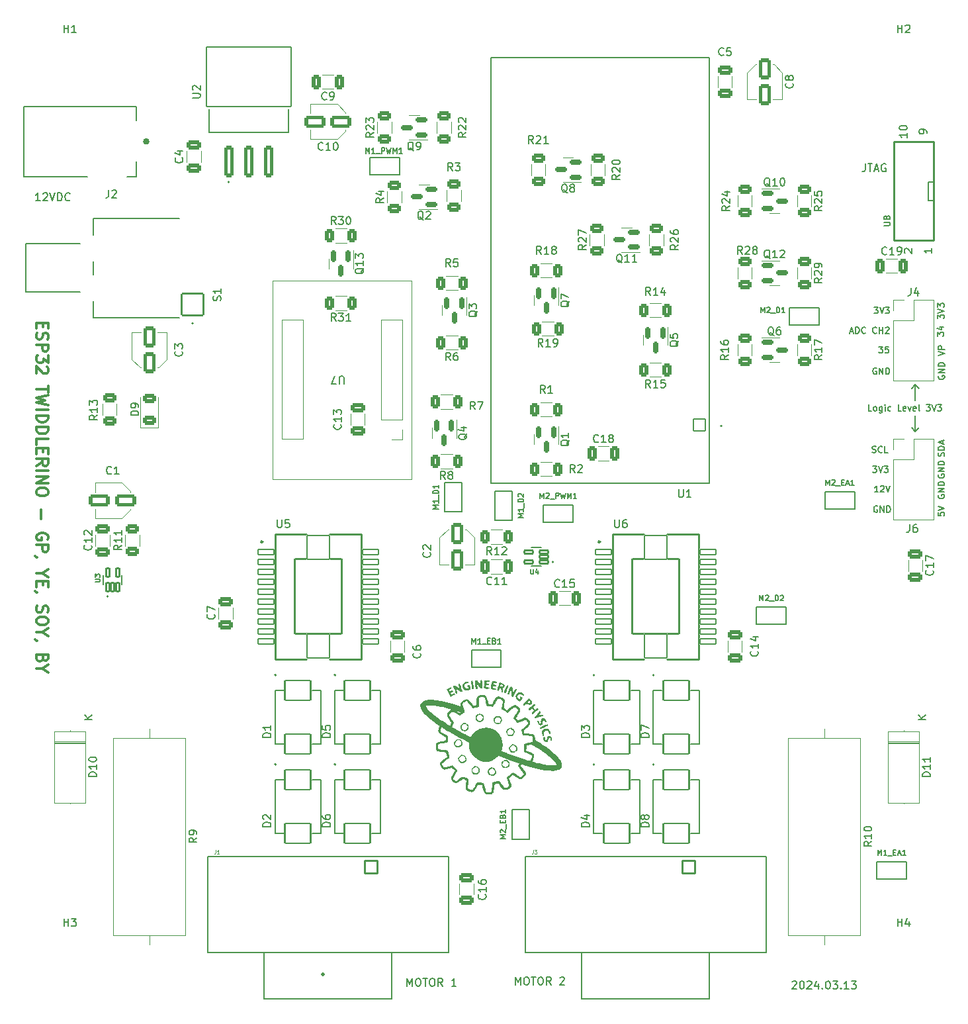
<source format=gto>
%TF.GenerationSoftware,KiCad,Pcbnew,(6.0.6-0)*%
%TF.CreationDate,2024-03-13T21:53:30-07:00*%
%TF.ProjectId,ESP32Twiddlerino,45535033-3254-4776-9964-646c6572696e,rev?*%
%TF.SameCoordinates,Original*%
%TF.FileFunction,Legend,Top*%
%TF.FilePolarity,Positive*%
%FSLAX46Y46*%
G04 Gerber Fmt 4.6, Leading zero omitted, Abs format (unit mm)*
G04 Created by KiCad (PCBNEW (6.0.6-0)) date 2024-03-13 21:53:30*
%MOMM*%
%LPD*%
G01*
G04 APERTURE LIST*
G04 Aperture macros list*
%AMRoundRect*
0 Rectangle with rounded corners*
0 $1 Rounding radius*
0 $2 $3 $4 $5 $6 $7 $8 $9 X,Y pos of 4 corners*
0 Add a 4 corners polygon primitive as box body*
4,1,4,$2,$3,$4,$5,$6,$7,$8,$9,$2,$3,0*
0 Add four circle primitives for the rounded corners*
1,1,$1+$1,$2,$3*
1,1,$1+$1,$4,$5*
1,1,$1+$1,$6,$7*
1,1,$1+$1,$8,$9*
0 Add four rect primitives between the rounded corners*
20,1,$1+$1,$2,$3,$4,$5,0*
20,1,$1+$1,$4,$5,$6,$7,0*
20,1,$1+$1,$6,$7,$8,$9,0*
20,1,$1+$1,$8,$9,$2,$3,0*%
G04 Aperture macros list end*
%ADD10C,0.150000*%
%ADD11C,0.300000*%
%ADD12C,0.120009*%
%ADD13C,0.120000*%
%ADD14C,0.127000*%
%ADD15C,0.200000*%
%ADD16C,0.254000*%
%ADD17C,0.100000*%
%ADD18C,0.400000*%
%ADD19RoundRect,0.150000X-0.150000X0.587500X-0.150000X-0.587500X0.150000X-0.587500X0.150000X0.587500X0*%
%ADD20R,3.400000X1.800000*%
%ADD21RoundRect,0.102000X1.387500X-1.387500X1.387500X1.387500X-1.387500X1.387500X-1.387500X-1.387500X0*%
%ADD22C,2.979000*%
%ADD23C,3.200000*%
%ADD24RoundRect,0.250000X0.325000X0.650000X-0.325000X0.650000X-0.325000X-0.650000X0.325000X-0.650000X0*%
%ADD25RoundRect,0.250000X-0.325000X-0.650000X0.325000X-0.650000X0.325000X0.650000X-0.325000X0.650000X0*%
%ADD26R,1.700000X1.700000*%
%ADD27O,1.700000X1.700000*%
%ADD28C,1.700000*%
%ADD29C,2.400000*%
%ADD30O,2.400000X2.400000*%
%ADD31RoundRect,0.102000X-1.000000X-0.350000X1.000000X-0.350000X1.000000X0.350000X-1.000000X0.350000X0*%
%ADD32RoundRect,0.102000X-3.000000X4.800000X-3.000000X-4.800000X3.000000X-4.800000X3.000000X4.800000X0*%
%ADD33RoundRect,0.102000X1.450000X-1.525000X1.450000X1.525000X-1.450000X1.525000X-1.450000X-1.525000X0*%
%ADD34RoundRect,0.102000X1.650000X1.250000X-1.650000X1.250000X-1.650000X-1.250000X1.650000X-1.250000X0*%
%ADD35R,1.800000X3.400000*%
%ADD36RoundRect,0.250000X0.650000X-0.325000X0.650000X0.325000X-0.650000X0.325000X-0.650000X-0.325000X0*%
%ADD37RoundRect,0.250000X0.625000X-0.312500X0.625000X0.312500X-0.625000X0.312500X-0.625000X-0.312500X0*%
%ADD38RoundRect,0.220800X0.376200X-1.776200X0.376200X1.776200X-0.376200X1.776200X-0.376200X-1.776200X0*%
%ADD39RoundRect,0.102000X5.420000X-3.810000X5.420000X3.810000X-5.420000X3.810000X-5.420000X-3.810000X0*%
%ADD40RoundRect,0.102000X0.780000X0.780000X-0.780000X0.780000X-0.780000X-0.780000X0.780000X-0.780000X0*%
%ADD41C,1.764000*%
%ADD42C,3.180000*%
%ADD43RoundRect,0.102000X-0.817500X-0.817500X0.817500X-0.817500X0.817500X0.817500X-0.817500X0.817500X0*%
%ADD44C,1.839000*%
%ADD45RoundRect,0.250000X0.625000X-0.375000X0.625000X0.375000X-0.625000X0.375000X-0.625000X-0.375000X0*%
%ADD46RoundRect,0.250000X-0.625000X0.312500X-0.625000X-0.312500X0.625000X-0.312500X0.625000X0.312500X0*%
%ADD47RoundRect,0.250000X0.312500X0.625000X-0.312500X0.625000X-0.312500X-0.625000X0.312500X-0.625000X0*%
%ADD48RoundRect,0.150000X0.587500X0.150000X-0.587500X0.150000X-0.587500X-0.150000X0.587500X-0.150000X0*%
%ADD49RoundRect,0.150000X-0.587500X-0.150000X0.587500X-0.150000X0.587500X0.150000X-0.587500X0.150000X0*%
%ADD50R,2.800000X2.800000*%
%ADD51O,2.800000X2.800000*%
%ADD52C,1.204000*%
%ADD53RoundRect,0.250000X-0.650000X0.325000X-0.650000X-0.325000X0.650000X-0.325000X0.650000X0.325000X0*%
%ADD54RoundRect,0.250000X-0.550000X1.075000X-0.550000X-1.075000X0.550000X-1.075000X0.550000X1.075000X0*%
%ADD55O,2.704000X5.204000*%
%ADD56O,2.454000X4.704000*%
%ADD57O,4.704000X2.454000*%
%ADD58RoundRect,0.250000X0.550000X-1.075000X0.550000X1.075000X-0.550000X1.075000X-0.550000X-1.075000X0*%
%ADD59RoundRect,0.250000X1.075000X0.550000X-1.075000X0.550000X-1.075000X-0.550000X1.075000X-0.550000X0*%
%ADD60RoundRect,0.122000X0.180000X-0.575000X0.180000X0.575000X-0.180000X0.575000X-0.180000X-0.575000X0*%
%ADD61RoundRect,0.122000X0.575000X0.180000X-0.575000X0.180000X-0.575000X-0.180000X0.575000X-0.180000X0*%
G04 APERTURE END LIST*
D10*
X239000000Y-73000000D02*
X238500000Y-73500000D01*
X239000000Y-79000000D02*
X238500000Y-78500000D01*
X239000000Y-79000000D02*
X239500000Y-78500000D01*
X239000000Y-75000000D02*
X239000000Y-73000000D01*
X238500000Y-73500000D02*
X239000000Y-73000000D01*
X239000000Y-73000000D02*
X239500000Y-73500000D01*
X239000000Y-77000000D02*
X239000000Y-79000000D01*
X230644761Y-66223333D02*
X231025714Y-66223333D01*
X230568571Y-66451904D02*
X230835238Y-65651904D01*
X231101904Y-66451904D01*
X231368571Y-66451904D02*
X231368571Y-65651904D01*
X231559047Y-65651904D01*
X231673333Y-65690000D01*
X231749523Y-65766190D01*
X231787619Y-65842380D01*
X231825714Y-65994761D01*
X231825714Y-66109047D01*
X231787619Y-66261428D01*
X231749523Y-66337619D01*
X231673333Y-66413809D01*
X231559047Y-66451904D01*
X231368571Y-66451904D01*
X232625714Y-66375714D02*
X232587619Y-66413809D01*
X232473333Y-66451904D01*
X232397142Y-66451904D01*
X232282857Y-66413809D01*
X232206666Y-66337619D01*
X232168571Y-66261428D01*
X232130476Y-66109047D01*
X232130476Y-65994761D01*
X232168571Y-65842380D01*
X232206666Y-65766190D01*
X232282857Y-65690000D01*
X232397142Y-65651904D01*
X232473333Y-65651904D01*
X232587619Y-65690000D01*
X232625714Y-65728095D01*
X234035238Y-66375714D02*
X233997142Y-66413809D01*
X233882857Y-66451904D01*
X233806666Y-66451904D01*
X233692380Y-66413809D01*
X233616190Y-66337619D01*
X233578095Y-66261428D01*
X233540000Y-66109047D01*
X233540000Y-65994761D01*
X233578095Y-65842380D01*
X233616190Y-65766190D01*
X233692380Y-65690000D01*
X233806666Y-65651904D01*
X233882857Y-65651904D01*
X233997142Y-65690000D01*
X234035238Y-65728095D01*
X234378095Y-66451904D02*
X234378095Y-65651904D01*
X234378095Y-66032857D02*
X234835238Y-66032857D01*
X234835238Y-66451904D02*
X234835238Y-65651904D01*
X235178095Y-65728095D02*
X235216190Y-65690000D01*
X235292380Y-65651904D01*
X235482857Y-65651904D01*
X235559047Y-65690000D01*
X235597142Y-65728095D01*
X235635238Y-65804285D01*
X235635238Y-65880476D01*
X235597142Y-65994761D01*
X235140000Y-66451904D01*
X235635238Y-66451904D01*
X127000952Y-49492380D02*
X126429523Y-49492380D01*
X126715238Y-49492380D02*
X126715238Y-48492380D01*
X126620000Y-48635238D01*
X126524761Y-48730476D01*
X126429523Y-48778095D01*
X127381904Y-48587619D02*
X127429523Y-48540000D01*
X127524761Y-48492380D01*
X127762857Y-48492380D01*
X127858095Y-48540000D01*
X127905714Y-48587619D01*
X127953333Y-48682857D01*
X127953333Y-48778095D01*
X127905714Y-48920952D01*
X127334285Y-49492380D01*
X127953333Y-49492380D01*
X128239047Y-48492380D02*
X128572380Y-49492380D01*
X128905714Y-48492380D01*
X129239047Y-49492380D02*
X129239047Y-48492380D01*
X129477142Y-48492380D01*
X129620000Y-48540000D01*
X129715238Y-48635238D01*
X129762857Y-48730476D01*
X129810476Y-48920952D01*
X129810476Y-49063809D01*
X129762857Y-49254285D01*
X129715238Y-49349523D01*
X129620000Y-49444761D01*
X129477142Y-49492380D01*
X129239047Y-49492380D01*
X130810476Y-49397142D02*
X130762857Y-49444761D01*
X130620000Y-49492380D01*
X130524761Y-49492380D01*
X130381904Y-49444761D01*
X130286666Y-49349523D01*
X130239047Y-49254285D01*
X130191428Y-49063809D01*
X130191428Y-48920952D01*
X130239047Y-48730476D01*
X130286666Y-48635238D01*
X130381904Y-48540000D01*
X130524761Y-48492380D01*
X130620000Y-48492380D01*
X130762857Y-48540000D01*
X130810476Y-48587619D01*
X173940952Y-149962380D02*
X173940952Y-148962380D01*
X174274285Y-149676666D01*
X174607619Y-148962380D01*
X174607619Y-149962380D01*
X175274285Y-148962380D02*
X175464761Y-148962380D01*
X175560000Y-149010000D01*
X175655238Y-149105238D01*
X175702857Y-149295714D01*
X175702857Y-149629047D01*
X175655238Y-149819523D01*
X175560000Y-149914761D01*
X175464761Y-149962380D01*
X175274285Y-149962380D01*
X175179047Y-149914761D01*
X175083809Y-149819523D01*
X175036190Y-149629047D01*
X175036190Y-149295714D01*
X175083809Y-149105238D01*
X175179047Y-149010000D01*
X175274285Y-148962380D01*
X175988571Y-148962380D02*
X176560000Y-148962380D01*
X176274285Y-149962380D02*
X176274285Y-148962380D01*
X177083809Y-148962380D02*
X177274285Y-148962380D01*
X177369523Y-149010000D01*
X177464761Y-149105238D01*
X177512380Y-149295714D01*
X177512380Y-149629047D01*
X177464761Y-149819523D01*
X177369523Y-149914761D01*
X177274285Y-149962380D01*
X177083809Y-149962380D01*
X176988571Y-149914761D01*
X176893333Y-149819523D01*
X176845714Y-149629047D01*
X176845714Y-149295714D01*
X176893333Y-149105238D01*
X176988571Y-149010000D01*
X177083809Y-148962380D01*
X178512380Y-149962380D02*
X178179047Y-149486190D01*
X177940952Y-149962380D02*
X177940952Y-148962380D01*
X178321904Y-148962380D01*
X178417142Y-149010000D01*
X178464761Y-149057619D01*
X178512380Y-149152857D01*
X178512380Y-149295714D01*
X178464761Y-149390952D01*
X178417142Y-149438571D01*
X178321904Y-149486190D01*
X177940952Y-149486190D01*
X180226666Y-149962380D02*
X179655238Y-149962380D01*
X179940952Y-149962380D02*
X179940952Y-148962380D01*
X179845714Y-149105238D01*
X179750476Y-149200476D01*
X179655238Y-149248095D01*
X241871904Y-64570476D02*
X241871904Y-64075238D01*
X242176666Y-64341904D01*
X242176666Y-64227619D01*
X242214761Y-64151428D01*
X242252857Y-64113333D01*
X242329047Y-64075238D01*
X242519523Y-64075238D01*
X242595714Y-64113333D01*
X242633809Y-64151428D01*
X242671904Y-64227619D01*
X242671904Y-64456190D01*
X242633809Y-64532380D01*
X242595714Y-64570476D01*
X241871904Y-63846666D02*
X242671904Y-63580000D01*
X241871904Y-63313333D01*
X241871904Y-63122857D02*
X241871904Y-62627619D01*
X242176666Y-62894285D01*
X242176666Y-62780000D01*
X242214761Y-62703809D01*
X242252857Y-62665714D01*
X242329047Y-62627619D01*
X242519523Y-62627619D01*
X242595714Y-62665714D01*
X242633809Y-62703809D01*
X242671904Y-62780000D01*
X242671904Y-63008571D01*
X242633809Y-63084761D01*
X242595714Y-63122857D01*
X232583333Y-44762380D02*
X232583333Y-45476666D01*
X232535714Y-45619523D01*
X232440476Y-45714761D01*
X232297619Y-45762380D01*
X232202380Y-45762380D01*
X232916666Y-44762380D02*
X233488095Y-44762380D01*
X233202380Y-45762380D02*
X233202380Y-44762380D01*
X233773809Y-45476666D02*
X234250000Y-45476666D01*
X233678571Y-45762380D02*
X234011904Y-44762380D01*
X234345238Y-45762380D01*
X235202380Y-44810000D02*
X235107142Y-44762380D01*
X234964285Y-44762380D01*
X234821428Y-44810000D01*
X234726190Y-44905238D01*
X234678571Y-45000476D01*
X234630952Y-45190952D01*
X234630952Y-45333809D01*
X234678571Y-45524285D01*
X234726190Y-45619523D01*
X234821428Y-45714761D01*
X234964285Y-45762380D01*
X235059523Y-45762380D01*
X235202380Y-45714761D01*
X235250000Y-45667142D01*
X235250000Y-45333809D01*
X235059523Y-45333809D01*
X241911904Y-89372380D02*
X241911904Y-89753333D01*
X242292857Y-89791428D01*
X242254761Y-89753333D01*
X242216666Y-89677142D01*
X242216666Y-89486666D01*
X242254761Y-89410476D01*
X242292857Y-89372380D01*
X242369047Y-89334285D01*
X242559523Y-89334285D01*
X242635714Y-89372380D01*
X242673809Y-89410476D01*
X242711904Y-89486666D01*
X242711904Y-89677142D01*
X242673809Y-89753333D01*
X242635714Y-89791428D01*
X241911904Y-89105714D02*
X242711904Y-88839047D01*
X241911904Y-88572380D01*
X233549523Y-83431904D02*
X234044761Y-83431904D01*
X233778095Y-83736666D01*
X233892380Y-83736666D01*
X233968571Y-83774761D01*
X234006666Y-83812857D01*
X234044761Y-83889047D01*
X234044761Y-84079523D01*
X234006666Y-84155714D01*
X233968571Y-84193809D01*
X233892380Y-84231904D01*
X233663809Y-84231904D01*
X233587619Y-84193809D01*
X233549523Y-84155714D01*
X234273333Y-83431904D02*
X234540000Y-84231904D01*
X234806666Y-83431904D01*
X234997142Y-83431904D02*
X235492380Y-83431904D01*
X235225714Y-83736666D01*
X235340000Y-83736666D01*
X235416190Y-83774761D01*
X235454285Y-83812857D01*
X235492380Y-83889047D01*
X235492380Y-84079523D01*
X235454285Y-84155714D01*
X235416190Y-84193809D01*
X235340000Y-84231904D01*
X235111428Y-84231904D01*
X235035238Y-84193809D01*
X234997142Y-84155714D01*
X233497619Y-81673809D02*
X233611904Y-81711904D01*
X233802380Y-81711904D01*
X233878571Y-81673809D01*
X233916666Y-81635714D01*
X233954761Y-81559523D01*
X233954761Y-81483333D01*
X233916666Y-81407142D01*
X233878571Y-81369047D01*
X233802380Y-81330952D01*
X233650000Y-81292857D01*
X233573809Y-81254761D01*
X233535714Y-81216666D01*
X233497619Y-81140476D01*
X233497619Y-81064285D01*
X233535714Y-80988095D01*
X233573809Y-80950000D01*
X233650000Y-80911904D01*
X233840476Y-80911904D01*
X233954761Y-80950000D01*
X234754761Y-81635714D02*
X234716666Y-81673809D01*
X234602380Y-81711904D01*
X234526190Y-81711904D01*
X234411904Y-81673809D01*
X234335714Y-81597619D01*
X234297619Y-81521428D01*
X234259523Y-81369047D01*
X234259523Y-81254761D01*
X234297619Y-81102380D01*
X234335714Y-81026190D01*
X234411904Y-80950000D01*
X234526190Y-80911904D01*
X234602380Y-80911904D01*
X234716666Y-80950000D01*
X234754761Y-80988095D01*
X235478571Y-81711904D02*
X235097619Y-81711904D01*
X235097619Y-80911904D01*
X241941904Y-69286666D02*
X242741904Y-69020000D01*
X241941904Y-68753333D01*
X242741904Y-68486666D02*
X241941904Y-68486666D01*
X241941904Y-68181904D01*
X241980000Y-68105714D01*
X242018095Y-68067619D01*
X242094285Y-68029523D01*
X242208571Y-68029523D01*
X242284761Y-68067619D01*
X242322857Y-68105714D01*
X242360952Y-68181904D01*
X242360952Y-68486666D01*
X223234761Y-149407619D02*
X223282380Y-149360000D01*
X223377619Y-149312380D01*
X223615714Y-149312380D01*
X223710952Y-149360000D01*
X223758571Y-149407619D01*
X223806190Y-149502857D01*
X223806190Y-149598095D01*
X223758571Y-149740952D01*
X223187142Y-150312380D01*
X223806190Y-150312380D01*
X224425238Y-149312380D02*
X224520476Y-149312380D01*
X224615714Y-149360000D01*
X224663333Y-149407619D01*
X224710952Y-149502857D01*
X224758571Y-149693333D01*
X224758571Y-149931428D01*
X224710952Y-150121904D01*
X224663333Y-150217142D01*
X224615714Y-150264761D01*
X224520476Y-150312380D01*
X224425238Y-150312380D01*
X224330000Y-150264761D01*
X224282380Y-150217142D01*
X224234761Y-150121904D01*
X224187142Y-149931428D01*
X224187142Y-149693333D01*
X224234761Y-149502857D01*
X224282380Y-149407619D01*
X224330000Y-149360000D01*
X224425238Y-149312380D01*
X225139523Y-149407619D02*
X225187142Y-149360000D01*
X225282380Y-149312380D01*
X225520476Y-149312380D01*
X225615714Y-149360000D01*
X225663333Y-149407619D01*
X225710952Y-149502857D01*
X225710952Y-149598095D01*
X225663333Y-149740952D01*
X225091904Y-150312380D01*
X225710952Y-150312380D01*
X226568095Y-149645714D02*
X226568095Y-150312380D01*
X226330000Y-149264761D02*
X226091904Y-149979047D01*
X226710952Y-149979047D01*
X227091904Y-150217142D02*
X227139523Y-150264761D01*
X227091904Y-150312380D01*
X227044285Y-150264761D01*
X227091904Y-150217142D01*
X227091904Y-150312380D01*
X227758571Y-149312380D02*
X227853809Y-149312380D01*
X227949047Y-149360000D01*
X227996666Y-149407619D01*
X228044285Y-149502857D01*
X228091904Y-149693333D01*
X228091904Y-149931428D01*
X228044285Y-150121904D01*
X227996666Y-150217142D01*
X227949047Y-150264761D01*
X227853809Y-150312380D01*
X227758571Y-150312380D01*
X227663333Y-150264761D01*
X227615714Y-150217142D01*
X227568095Y-150121904D01*
X227520476Y-149931428D01*
X227520476Y-149693333D01*
X227568095Y-149502857D01*
X227615714Y-149407619D01*
X227663333Y-149360000D01*
X227758571Y-149312380D01*
X228425238Y-149312380D02*
X229044285Y-149312380D01*
X228710952Y-149693333D01*
X228853809Y-149693333D01*
X228949047Y-149740952D01*
X228996666Y-149788571D01*
X229044285Y-149883809D01*
X229044285Y-150121904D01*
X228996666Y-150217142D01*
X228949047Y-150264761D01*
X228853809Y-150312380D01*
X228568095Y-150312380D01*
X228472857Y-150264761D01*
X228425238Y-150217142D01*
X229472857Y-150217142D02*
X229520476Y-150264761D01*
X229472857Y-150312380D01*
X229425238Y-150264761D01*
X229472857Y-150217142D01*
X229472857Y-150312380D01*
X230472857Y-150312380D02*
X229901428Y-150312380D01*
X230187142Y-150312380D02*
X230187142Y-149312380D01*
X230091904Y-149455238D01*
X229996666Y-149550476D01*
X229901428Y-149598095D01*
X230806190Y-149312380D02*
X231425238Y-149312380D01*
X231091904Y-149693333D01*
X231234761Y-149693333D01*
X231330000Y-149740952D01*
X231377619Y-149788571D01*
X231425238Y-149883809D01*
X231425238Y-150121904D01*
X231377619Y-150217142D01*
X231330000Y-150264761D01*
X231234761Y-150312380D01*
X230949047Y-150312380D01*
X230853809Y-150264761D01*
X230806190Y-150217142D01*
X241970000Y-71879523D02*
X241931904Y-71955714D01*
X241931904Y-72070000D01*
X241970000Y-72184285D01*
X242046190Y-72260476D01*
X242122380Y-72298571D01*
X242274761Y-72336666D01*
X242389047Y-72336666D01*
X242541428Y-72298571D01*
X242617619Y-72260476D01*
X242693809Y-72184285D01*
X242731904Y-72070000D01*
X242731904Y-71993809D01*
X242693809Y-71879523D01*
X242655714Y-71841428D01*
X242389047Y-71841428D01*
X242389047Y-71993809D01*
X242731904Y-71498571D02*
X241931904Y-71498571D01*
X242731904Y-71041428D01*
X241931904Y-71041428D01*
X242731904Y-70660476D02*
X241931904Y-70660476D01*
X241931904Y-70470000D01*
X241970000Y-70355714D01*
X242046190Y-70279523D01*
X242122380Y-70241428D01*
X242274761Y-70203333D01*
X242389047Y-70203333D01*
X242541428Y-70241428D01*
X242617619Y-70279523D01*
X242693809Y-70355714D01*
X242731904Y-70470000D01*
X242731904Y-70660476D01*
X233412380Y-76361904D02*
X233031428Y-76361904D01*
X233031428Y-75561904D01*
X233793333Y-76361904D02*
X233717142Y-76323809D01*
X233679047Y-76285714D01*
X233640952Y-76209523D01*
X233640952Y-75980952D01*
X233679047Y-75904761D01*
X233717142Y-75866666D01*
X233793333Y-75828571D01*
X233907619Y-75828571D01*
X233983809Y-75866666D01*
X234021904Y-75904761D01*
X234060000Y-75980952D01*
X234060000Y-76209523D01*
X234021904Y-76285714D01*
X233983809Y-76323809D01*
X233907619Y-76361904D01*
X233793333Y-76361904D01*
X234745714Y-75828571D02*
X234745714Y-76476190D01*
X234707619Y-76552380D01*
X234669523Y-76590476D01*
X234593333Y-76628571D01*
X234479047Y-76628571D01*
X234402857Y-76590476D01*
X234745714Y-76323809D02*
X234669523Y-76361904D01*
X234517142Y-76361904D01*
X234440952Y-76323809D01*
X234402857Y-76285714D01*
X234364761Y-76209523D01*
X234364761Y-75980952D01*
X234402857Y-75904761D01*
X234440952Y-75866666D01*
X234517142Y-75828571D01*
X234669523Y-75828571D01*
X234745714Y-75866666D01*
X235126666Y-76361904D02*
X235126666Y-75828571D01*
X235126666Y-75561904D02*
X235088571Y-75600000D01*
X235126666Y-75638095D01*
X235164761Y-75600000D01*
X235126666Y-75561904D01*
X235126666Y-75638095D01*
X235850476Y-76323809D02*
X235774285Y-76361904D01*
X235621904Y-76361904D01*
X235545714Y-76323809D01*
X235507619Y-76285714D01*
X235469523Y-76209523D01*
X235469523Y-75980952D01*
X235507619Y-75904761D01*
X235545714Y-75866666D01*
X235621904Y-75828571D01*
X235774285Y-75828571D01*
X235850476Y-75866666D01*
X237183809Y-76361904D02*
X236802857Y-76361904D01*
X236802857Y-75561904D01*
X237755238Y-76323809D02*
X237679047Y-76361904D01*
X237526666Y-76361904D01*
X237450476Y-76323809D01*
X237412380Y-76247619D01*
X237412380Y-75942857D01*
X237450476Y-75866666D01*
X237526666Y-75828571D01*
X237679047Y-75828571D01*
X237755238Y-75866666D01*
X237793333Y-75942857D01*
X237793333Y-76019047D01*
X237412380Y-76095238D01*
X238060000Y-75828571D02*
X238250476Y-76361904D01*
X238440952Y-75828571D01*
X239050476Y-76323809D02*
X238974285Y-76361904D01*
X238821904Y-76361904D01*
X238745714Y-76323809D01*
X238707619Y-76247619D01*
X238707619Y-75942857D01*
X238745714Y-75866666D01*
X238821904Y-75828571D01*
X238974285Y-75828571D01*
X239050476Y-75866666D01*
X239088571Y-75942857D01*
X239088571Y-76019047D01*
X238707619Y-76095238D01*
X239545714Y-76361904D02*
X239469523Y-76323809D01*
X239431428Y-76247619D01*
X239431428Y-75561904D01*
X240383809Y-75561904D02*
X240879047Y-75561904D01*
X240612380Y-75866666D01*
X240726666Y-75866666D01*
X240802857Y-75904761D01*
X240840952Y-75942857D01*
X240879047Y-76019047D01*
X240879047Y-76209523D01*
X240840952Y-76285714D01*
X240802857Y-76323809D01*
X240726666Y-76361904D01*
X240498095Y-76361904D01*
X240421904Y-76323809D01*
X240383809Y-76285714D01*
X241107619Y-75561904D02*
X241374285Y-76361904D01*
X241640952Y-75561904D01*
X241831428Y-75561904D02*
X242326666Y-75561904D01*
X242060000Y-75866666D01*
X242174285Y-75866666D01*
X242250476Y-75904761D01*
X242288571Y-75942857D01*
X242326666Y-76019047D01*
X242326666Y-76209523D01*
X242288571Y-76285714D01*
X242250476Y-76323809D01*
X242174285Y-76361904D01*
X241945714Y-76361904D01*
X241869523Y-76323809D01*
X241831428Y-76285714D01*
D11*
X127327142Y-65099999D02*
X127327142Y-65599999D01*
X126541428Y-65814285D02*
X126541428Y-65099999D01*
X128041428Y-65099999D01*
X128041428Y-65814285D01*
X126612857Y-66385714D02*
X126541428Y-66599999D01*
X126541428Y-66957142D01*
X126612857Y-67099999D01*
X126684285Y-67171428D01*
X126827142Y-67242857D01*
X126970000Y-67242857D01*
X127112857Y-67171428D01*
X127184285Y-67099999D01*
X127255714Y-66957142D01*
X127327142Y-66671428D01*
X127398571Y-66528571D01*
X127470000Y-66457142D01*
X127612857Y-66385714D01*
X127755714Y-66385714D01*
X127898571Y-66457142D01*
X127970000Y-66528571D01*
X128041428Y-66671428D01*
X128041428Y-67028571D01*
X127970000Y-67242857D01*
X126541428Y-67885714D02*
X128041428Y-67885714D01*
X128041428Y-68457142D01*
X127970000Y-68599999D01*
X127898571Y-68671428D01*
X127755714Y-68742857D01*
X127541428Y-68742857D01*
X127398571Y-68671428D01*
X127327142Y-68599999D01*
X127255714Y-68457142D01*
X127255714Y-67885714D01*
X128041428Y-69242857D02*
X128041428Y-70171428D01*
X127470000Y-69671428D01*
X127470000Y-69885714D01*
X127398571Y-70028571D01*
X127327142Y-70099999D01*
X127184285Y-70171428D01*
X126827142Y-70171428D01*
X126684285Y-70099999D01*
X126612857Y-70028571D01*
X126541428Y-69885714D01*
X126541428Y-69457142D01*
X126612857Y-69314285D01*
X126684285Y-69242857D01*
X127898571Y-70742857D02*
X127970000Y-70814285D01*
X128041428Y-70957142D01*
X128041428Y-71314285D01*
X127970000Y-71457142D01*
X127898571Y-71528571D01*
X127755714Y-71599999D01*
X127612857Y-71599999D01*
X127398571Y-71528571D01*
X126541428Y-70671428D01*
X126541428Y-71599999D01*
X128041428Y-73171428D02*
X128041428Y-74028571D01*
X126541428Y-73599999D02*
X128041428Y-73599999D01*
X128041428Y-74385714D02*
X126541428Y-74742857D01*
X127612857Y-75028571D01*
X126541428Y-75314285D01*
X128041428Y-75671428D01*
X126541428Y-76242857D02*
X128041428Y-76242857D01*
X126541428Y-76957142D02*
X128041428Y-76957142D01*
X128041428Y-77314285D01*
X127970000Y-77528571D01*
X127827142Y-77671428D01*
X127684285Y-77742857D01*
X127398571Y-77814285D01*
X127184285Y-77814285D01*
X126898571Y-77742857D01*
X126755714Y-77671428D01*
X126612857Y-77528571D01*
X126541428Y-77314285D01*
X126541428Y-76957142D01*
X126541428Y-78457142D02*
X128041428Y-78457142D01*
X128041428Y-78814285D01*
X127970000Y-79028571D01*
X127827142Y-79171428D01*
X127684285Y-79242857D01*
X127398571Y-79314285D01*
X127184285Y-79314285D01*
X126898571Y-79242857D01*
X126755714Y-79171428D01*
X126612857Y-79028571D01*
X126541428Y-78814285D01*
X126541428Y-78457142D01*
X126541428Y-80671428D02*
X126541428Y-79957142D01*
X128041428Y-79957142D01*
X127327142Y-81171428D02*
X127327142Y-81671428D01*
X126541428Y-81885714D02*
X126541428Y-81171428D01*
X128041428Y-81171428D01*
X128041428Y-81885714D01*
X126541428Y-83385714D02*
X127255714Y-82885714D01*
X126541428Y-82528571D02*
X128041428Y-82528571D01*
X128041428Y-83100000D01*
X127970000Y-83242857D01*
X127898571Y-83314285D01*
X127755714Y-83385714D01*
X127541428Y-83385714D01*
X127398571Y-83314285D01*
X127327142Y-83242857D01*
X127255714Y-83100000D01*
X127255714Y-82528571D01*
X126541428Y-84028571D02*
X128041428Y-84028571D01*
X126541428Y-84742857D02*
X128041428Y-84742857D01*
X126541428Y-85599999D01*
X128041428Y-85599999D01*
X128041428Y-86599999D02*
X128041428Y-86885714D01*
X127970000Y-87028571D01*
X127827142Y-87171428D01*
X127541428Y-87242857D01*
X127041428Y-87242857D01*
X126755714Y-87171428D01*
X126612857Y-87028571D01*
X126541428Y-86885714D01*
X126541428Y-86599999D01*
X126612857Y-86457142D01*
X126755714Y-86314285D01*
X127041428Y-86242857D01*
X127541428Y-86242857D01*
X127827142Y-86314285D01*
X127970000Y-86457142D01*
X128041428Y-86599999D01*
X127112857Y-89028571D02*
X127112857Y-90171428D01*
X127970000Y-92814285D02*
X128041428Y-92671428D01*
X128041428Y-92457142D01*
X127970000Y-92242857D01*
X127827142Y-92099999D01*
X127684285Y-92028571D01*
X127398571Y-91957142D01*
X127184285Y-91957142D01*
X126898571Y-92028571D01*
X126755714Y-92099999D01*
X126612857Y-92242857D01*
X126541428Y-92457142D01*
X126541428Y-92599999D01*
X126612857Y-92814285D01*
X126684285Y-92885714D01*
X127184285Y-92885714D01*
X127184285Y-92599999D01*
X126541428Y-93528571D02*
X128041428Y-93528571D01*
X128041428Y-94099999D01*
X127970000Y-94242857D01*
X127898571Y-94314285D01*
X127755714Y-94385714D01*
X127541428Y-94385714D01*
X127398571Y-94314285D01*
X127327142Y-94242857D01*
X127255714Y-94099999D01*
X127255714Y-93528571D01*
X126612857Y-95100000D02*
X126541428Y-95100000D01*
X126398571Y-95028571D01*
X126327142Y-94957142D01*
X127255714Y-97171428D02*
X126541428Y-97171428D01*
X128041428Y-96671428D02*
X127255714Y-97171428D01*
X128041428Y-97671428D01*
X127327142Y-98171428D02*
X127327142Y-98671428D01*
X126541428Y-98885714D02*
X126541428Y-98171428D01*
X128041428Y-98171428D01*
X128041428Y-98885714D01*
X126612857Y-99600000D02*
X126541428Y-99600000D01*
X126398571Y-99528571D01*
X126327142Y-99457142D01*
X126612857Y-101314285D02*
X126541428Y-101528571D01*
X126541428Y-101885714D01*
X126612857Y-102028571D01*
X126684285Y-102100000D01*
X126827142Y-102171428D01*
X126970000Y-102171428D01*
X127112857Y-102100000D01*
X127184285Y-102028571D01*
X127255714Y-101885714D01*
X127327142Y-101600000D01*
X127398571Y-101457142D01*
X127470000Y-101385714D01*
X127612857Y-101314285D01*
X127755714Y-101314285D01*
X127898571Y-101385714D01*
X127970000Y-101457142D01*
X128041428Y-101600000D01*
X128041428Y-101957142D01*
X127970000Y-102171428D01*
X128041428Y-103100000D02*
X128041428Y-103385714D01*
X127970000Y-103528571D01*
X127827142Y-103671428D01*
X127541428Y-103742857D01*
X127041428Y-103742857D01*
X126755714Y-103671428D01*
X126612857Y-103528571D01*
X126541428Y-103385714D01*
X126541428Y-103100000D01*
X126612857Y-102957142D01*
X126755714Y-102814285D01*
X127041428Y-102742857D01*
X127541428Y-102742857D01*
X127827142Y-102814285D01*
X127970000Y-102957142D01*
X128041428Y-103100000D01*
X127255714Y-104671428D02*
X126541428Y-104671428D01*
X128041428Y-104171428D02*
X127255714Y-104671428D01*
X128041428Y-105171428D01*
X126612857Y-105742857D02*
X126541428Y-105742857D01*
X126398571Y-105671428D01*
X126327142Y-105600000D01*
X127327142Y-108028571D02*
X127255714Y-108242857D01*
X127184285Y-108314285D01*
X127041428Y-108385714D01*
X126827142Y-108385714D01*
X126684285Y-108314285D01*
X126612857Y-108242857D01*
X126541428Y-108100000D01*
X126541428Y-107528571D01*
X128041428Y-107528571D01*
X128041428Y-108028571D01*
X127970000Y-108171428D01*
X127898571Y-108242857D01*
X127755714Y-108314285D01*
X127612857Y-108314285D01*
X127470000Y-108242857D01*
X127398571Y-108171428D01*
X127327142Y-108028571D01*
X127327142Y-107528571D01*
X127255714Y-109314285D02*
X126541428Y-109314285D01*
X128041428Y-108814285D02*
X127255714Y-109314285D01*
X128041428Y-109814285D01*
D10*
X241950000Y-87129523D02*
X241911904Y-87205714D01*
X241911904Y-87320000D01*
X241950000Y-87434285D01*
X242026190Y-87510476D01*
X242102380Y-87548571D01*
X242254761Y-87586666D01*
X242369047Y-87586666D01*
X242521428Y-87548571D01*
X242597619Y-87510476D01*
X242673809Y-87434285D01*
X242711904Y-87320000D01*
X242711904Y-87243809D01*
X242673809Y-87129523D01*
X242635714Y-87091428D01*
X242369047Y-87091428D01*
X242369047Y-87243809D01*
X242711904Y-86748571D02*
X241911904Y-86748571D01*
X242711904Y-86291428D01*
X241911904Y-86291428D01*
X242711904Y-85910476D02*
X241911904Y-85910476D01*
X241911904Y-85720000D01*
X241950000Y-85605714D01*
X242026190Y-85529523D01*
X242102380Y-85491428D01*
X242254761Y-85453333D01*
X242369047Y-85453333D01*
X242521428Y-85491428D01*
X242597619Y-85529523D01*
X242673809Y-85605714D01*
X242711904Y-85720000D01*
X242711904Y-85910476D01*
X241821904Y-66817619D02*
X241821904Y-66322380D01*
X242126666Y-66589047D01*
X242126666Y-66474761D01*
X242164761Y-66398571D01*
X242202857Y-66360476D01*
X242279047Y-66322380D01*
X242469523Y-66322380D01*
X242545714Y-66360476D01*
X242583809Y-66398571D01*
X242621904Y-66474761D01*
X242621904Y-66703333D01*
X242583809Y-66779523D01*
X242545714Y-66817619D01*
X242088571Y-65636666D02*
X242621904Y-65636666D01*
X241783809Y-65827142D02*
X242355238Y-66017619D01*
X242355238Y-65522380D01*
X187800952Y-149782380D02*
X187800952Y-148782380D01*
X188134285Y-149496666D01*
X188467619Y-148782380D01*
X188467619Y-149782380D01*
X189134285Y-148782380D02*
X189324761Y-148782380D01*
X189420000Y-148830000D01*
X189515238Y-148925238D01*
X189562857Y-149115714D01*
X189562857Y-149449047D01*
X189515238Y-149639523D01*
X189420000Y-149734761D01*
X189324761Y-149782380D01*
X189134285Y-149782380D01*
X189039047Y-149734761D01*
X188943809Y-149639523D01*
X188896190Y-149449047D01*
X188896190Y-149115714D01*
X188943809Y-148925238D01*
X189039047Y-148830000D01*
X189134285Y-148782380D01*
X189848571Y-148782380D02*
X190420000Y-148782380D01*
X190134285Y-149782380D02*
X190134285Y-148782380D01*
X190943809Y-148782380D02*
X191134285Y-148782380D01*
X191229523Y-148830000D01*
X191324761Y-148925238D01*
X191372380Y-149115714D01*
X191372380Y-149449047D01*
X191324761Y-149639523D01*
X191229523Y-149734761D01*
X191134285Y-149782380D01*
X190943809Y-149782380D01*
X190848571Y-149734761D01*
X190753333Y-149639523D01*
X190705714Y-149449047D01*
X190705714Y-149115714D01*
X190753333Y-148925238D01*
X190848571Y-148830000D01*
X190943809Y-148782380D01*
X192372380Y-149782380D02*
X192039047Y-149306190D01*
X191800952Y-149782380D02*
X191800952Y-148782380D01*
X192181904Y-148782380D01*
X192277142Y-148830000D01*
X192324761Y-148877619D01*
X192372380Y-148972857D01*
X192372380Y-149115714D01*
X192324761Y-149210952D01*
X192277142Y-149258571D01*
X192181904Y-149306190D01*
X191800952Y-149306190D01*
X193515238Y-148877619D02*
X193562857Y-148830000D01*
X193658095Y-148782380D01*
X193896190Y-148782380D01*
X193991428Y-148830000D01*
X194039047Y-148877619D01*
X194086666Y-148972857D01*
X194086666Y-149068095D01*
X194039047Y-149210952D01*
X193467619Y-149782380D01*
X194086666Y-149782380D01*
X234342380Y-68151904D02*
X234837619Y-68151904D01*
X234570952Y-68456666D01*
X234685238Y-68456666D01*
X234761428Y-68494761D01*
X234799523Y-68532857D01*
X234837619Y-68609047D01*
X234837619Y-68799523D01*
X234799523Y-68875714D01*
X234761428Y-68913809D01*
X234685238Y-68951904D01*
X234456666Y-68951904D01*
X234380476Y-68913809D01*
X234342380Y-68875714D01*
X235561428Y-68151904D02*
X235180476Y-68151904D01*
X235142380Y-68532857D01*
X235180476Y-68494761D01*
X235256666Y-68456666D01*
X235447142Y-68456666D01*
X235523333Y-68494761D01*
X235561428Y-68532857D01*
X235599523Y-68609047D01*
X235599523Y-68799523D01*
X235561428Y-68875714D01*
X235523333Y-68913809D01*
X235447142Y-68951904D01*
X235256666Y-68951904D01*
X235180476Y-68913809D01*
X235142380Y-68875714D01*
X242673809Y-82151428D02*
X242711904Y-82037142D01*
X242711904Y-81846666D01*
X242673809Y-81770476D01*
X242635714Y-81732380D01*
X242559523Y-81694285D01*
X242483333Y-81694285D01*
X242407142Y-81732380D01*
X242369047Y-81770476D01*
X242330952Y-81846666D01*
X242292857Y-81999047D01*
X242254761Y-82075238D01*
X242216666Y-82113333D01*
X242140476Y-82151428D01*
X242064285Y-82151428D01*
X241988095Y-82113333D01*
X241950000Y-82075238D01*
X241911904Y-81999047D01*
X241911904Y-81808571D01*
X241950000Y-81694285D01*
X242711904Y-81351428D02*
X241911904Y-81351428D01*
X241911904Y-81160952D01*
X241950000Y-81046666D01*
X242026190Y-80970476D01*
X242102380Y-80932380D01*
X242254761Y-80894285D01*
X242369047Y-80894285D01*
X242521428Y-80932380D01*
X242597619Y-80970476D01*
X242673809Y-81046666D01*
X242711904Y-81160952D01*
X242711904Y-81351428D01*
X242483333Y-80589523D02*
X242483333Y-80208571D01*
X242711904Y-80665714D02*
X241911904Y-80399047D01*
X242711904Y-80132380D01*
X234244761Y-86761904D02*
X233787619Y-86761904D01*
X234016190Y-86761904D02*
X234016190Y-85961904D01*
X233940000Y-86076190D01*
X233863809Y-86152380D01*
X233787619Y-86190476D01*
X234549523Y-86038095D02*
X234587619Y-86000000D01*
X234663809Y-85961904D01*
X234854285Y-85961904D01*
X234930476Y-86000000D01*
X234968571Y-86038095D01*
X235006666Y-86114285D01*
X235006666Y-86190476D01*
X234968571Y-86304761D01*
X234511428Y-86761904D01*
X235006666Y-86761904D01*
X235235238Y-85961904D02*
X235501904Y-86761904D01*
X235768571Y-85961904D01*
X234130476Y-88580000D02*
X234054285Y-88541904D01*
X233940000Y-88541904D01*
X233825714Y-88580000D01*
X233749523Y-88656190D01*
X233711428Y-88732380D01*
X233673333Y-88884761D01*
X233673333Y-88999047D01*
X233711428Y-89151428D01*
X233749523Y-89227619D01*
X233825714Y-89303809D01*
X233940000Y-89341904D01*
X234016190Y-89341904D01*
X234130476Y-89303809D01*
X234168571Y-89265714D01*
X234168571Y-88999047D01*
X234016190Y-88999047D01*
X234511428Y-89341904D02*
X234511428Y-88541904D01*
X234968571Y-89341904D01*
X234968571Y-88541904D01*
X235349523Y-89341904D02*
X235349523Y-88541904D01*
X235540000Y-88541904D01*
X235654285Y-88580000D01*
X235730476Y-88656190D01*
X235768571Y-88732380D01*
X235806666Y-88884761D01*
X235806666Y-88999047D01*
X235768571Y-89151428D01*
X235730476Y-89227619D01*
X235654285Y-89303809D01*
X235540000Y-89341904D01*
X235349523Y-89341904D01*
X241930000Y-84489523D02*
X241891904Y-84565714D01*
X241891904Y-84680000D01*
X241930000Y-84794285D01*
X242006190Y-84870476D01*
X242082380Y-84908571D01*
X242234761Y-84946666D01*
X242349047Y-84946666D01*
X242501428Y-84908571D01*
X242577619Y-84870476D01*
X242653809Y-84794285D01*
X242691904Y-84680000D01*
X242691904Y-84603809D01*
X242653809Y-84489523D01*
X242615714Y-84451428D01*
X242349047Y-84451428D01*
X242349047Y-84603809D01*
X242691904Y-84108571D02*
X241891904Y-84108571D01*
X242691904Y-83651428D01*
X241891904Y-83651428D01*
X242691904Y-83270476D02*
X241891904Y-83270476D01*
X241891904Y-83080000D01*
X241930000Y-82965714D01*
X242006190Y-82889523D01*
X242082380Y-82851428D01*
X242234761Y-82813333D01*
X242349047Y-82813333D01*
X242501428Y-82851428D01*
X242577619Y-82889523D01*
X242653809Y-82965714D01*
X242691904Y-83080000D01*
X242691904Y-83270476D01*
X234010476Y-70910000D02*
X233934285Y-70871904D01*
X233820000Y-70871904D01*
X233705714Y-70910000D01*
X233629523Y-70986190D01*
X233591428Y-71062380D01*
X233553333Y-71214761D01*
X233553333Y-71329047D01*
X233591428Y-71481428D01*
X233629523Y-71557619D01*
X233705714Y-71633809D01*
X233820000Y-71671904D01*
X233896190Y-71671904D01*
X234010476Y-71633809D01*
X234048571Y-71595714D01*
X234048571Y-71329047D01*
X233896190Y-71329047D01*
X234391428Y-71671904D02*
X234391428Y-70871904D01*
X234848571Y-71671904D01*
X234848571Y-70871904D01*
X235229523Y-71671904D02*
X235229523Y-70871904D01*
X235420000Y-70871904D01*
X235534285Y-70910000D01*
X235610476Y-70986190D01*
X235648571Y-71062380D01*
X235686666Y-71214761D01*
X235686666Y-71329047D01*
X235648571Y-71481428D01*
X235610476Y-71557619D01*
X235534285Y-71633809D01*
X235420000Y-71671904D01*
X235229523Y-71671904D01*
X233709523Y-63101904D02*
X234204761Y-63101904D01*
X233938095Y-63406666D01*
X234052380Y-63406666D01*
X234128571Y-63444761D01*
X234166666Y-63482857D01*
X234204761Y-63559047D01*
X234204761Y-63749523D01*
X234166666Y-63825714D01*
X234128571Y-63863809D01*
X234052380Y-63901904D01*
X233823809Y-63901904D01*
X233747619Y-63863809D01*
X233709523Y-63825714D01*
X234433333Y-63101904D02*
X234700000Y-63901904D01*
X234966666Y-63101904D01*
X235157142Y-63101904D02*
X235652380Y-63101904D01*
X235385714Y-63406666D01*
X235500000Y-63406666D01*
X235576190Y-63444761D01*
X235614285Y-63482857D01*
X235652380Y-63559047D01*
X235652380Y-63749523D01*
X235614285Y-63825714D01*
X235576190Y-63863809D01*
X235500000Y-63901904D01*
X235271428Y-63901904D01*
X235195238Y-63863809D01*
X235157142Y-63825714D01*
X168428619Y-58102428D02*
X168381000Y-58197666D01*
X168285761Y-58292904D01*
X168142904Y-58435761D01*
X168095285Y-58531000D01*
X168095285Y-58626238D01*
X168333380Y-58578619D02*
X168285761Y-58673857D01*
X168190523Y-58769095D01*
X168000047Y-58816714D01*
X167666714Y-58816714D01*
X167476238Y-58769095D01*
X167381000Y-58673857D01*
X167333380Y-58578619D01*
X167333380Y-58388142D01*
X167381000Y-58292904D01*
X167476238Y-58197666D01*
X167666714Y-58150047D01*
X168000047Y-58150047D01*
X168190523Y-58197666D01*
X168285761Y-58292904D01*
X168333380Y-58388142D01*
X168333380Y-58578619D01*
X168333380Y-57197666D02*
X168333380Y-57769095D01*
X168333380Y-57483380D02*
X167333380Y-57483380D01*
X167476238Y-57578619D01*
X167571476Y-57673857D01*
X167619095Y-57769095D01*
X167333380Y-56864333D02*
X167333380Y-56245285D01*
X167714333Y-56578619D01*
X167714333Y-56435761D01*
X167761952Y-56340523D01*
X167809571Y-56292904D01*
X167904809Y-56245285D01*
X168142904Y-56245285D01*
X168238142Y-56292904D01*
X168285761Y-56340523D01*
X168333380Y-56435761D01*
X168333380Y-56721476D01*
X168285761Y-56816714D01*
X168238142Y-56864333D01*
X168683333Y-43416666D02*
X168683333Y-42716666D01*
X168916666Y-43216666D01*
X169150000Y-42716666D01*
X169150000Y-43416666D01*
X169850000Y-43416666D02*
X169450000Y-43416666D01*
X169650000Y-43416666D02*
X169650000Y-42716666D01*
X169583333Y-42816666D01*
X169516666Y-42883333D01*
X169450000Y-42916666D01*
X169983333Y-43483333D02*
X170516666Y-43483333D01*
X170683333Y-43416666D02*
X170683333Y-42716666D01*
X170950000Y-42716666D01*
X171016666Y-42750000D01*
X171050000Y-42783333D01*
X171083333Y-42850000D01*
X171083333Y-42950000D01*
X171050000Y-43016666D01*
X171016666Y-43050000D01*
X170950000Y-43083333D01*
X170683333Y-43083333D01*
X171316666Y-42716666D02*
X171483333Y-43416666D01*
X171616666Y-42916666D01*
X171750000Y-43416666D01*
X171916666Y-42716666D01*
X172183333Y-43416666D02*
X172183333Y-42716666D01*
X172416666Y-43216666D01*
X172650000Y-42716666D01*
X172650000Y-43416666D01*
X173350000Y-43416666D02*
X172950000Y-43416666D01*
X173150000Y-43416666D02*
X173150000Y-42716666D01*
X173083333Y-42816666D01*
X173016666Y-42883333D01*
X172950000Y-42916666D01*
X150089761Y-62269404D02*
X150137380Y-62126547D01*
X150137380Y-61888452D01*
X150089761Y-61793214D01*
X150042142Y-61745595D01*
X149946904Y-61697976D01*
X149851666Y-61697976D01*
X149756428Y-61745595D01*
X149708809Y-61793214D01*
X149661190Y-61888452D01*
X149613571Y-62078928D01*
X149565952Y-62174166D01*
X149518333Y-62221785D01*
X149423095Y-62269404D01*
X149327857Y-62269404D01*
X149232619Y-62221785D01*
X149185000Y-62174166D01*
X149137380Y-62078928D01*
X149137380Y-61840833D01*
X149185000Y-61697976D01*
X150137380Y-60745595D02*
X150137380Y-61317023D01*
X150137380Y-61031309D02*
X149137380Y-61031309D01*
X149280238Y-61126547D01*
X149375476Y-61221785D01*
X149423095Y-61317023D01*
X130048095Y-142302380D02*
X130048095Y-141302380D01*
X130048095Y-141778571D02*
X130619523Y-141778571D01*
X130619523Y-142302380D02*
X130619523Y-141302380D01*
X131000476Y-141302380D02*
X131619523Y-141302380D01*
X131286190Y-141683333D01*
X131429047Y-141683333D01*
X131524285Y-141730952D01*
X131571904Y-141778571D01*
X131619523Y-141873809D01*
X131619523Y-142111904D01*
X131571904Y-142207142D01*
X131524285Y-142254761D01*
X131429047Y-142302380D01*
X131143333Y-142302380D01*
X131048095Y-142254761D01*
X131000476Y-142207142D01*
X208687619Y-67405238D02*
X208640000Y-67500476D01*
X208544761Y-67595714D01*
X208401904Y-67738571D01*
X208354285Y-67833809D01*
X208354285Y-67929047D01*
X208592380Y-67881428D02*
X208544761Y-67976666D01*
X208449523Y-68071904D01*
X208259047Y-68119523D01*
X207925714Y-68119523D01*
X207735238Y-68071904D01*
X207640000Y-67976666D01*
X207592380Y-67881428D01*
X207592380Y-67690952D01*
X207640000Y-67595714D01*
X207735238Y-67500476D01*
X207925714Y-67452857D01*
X208259047Y-67452857D01*
X208449523Y-67500476D01*
X208544761Y-67595714D01*
X208592380Y-67690952D01*
X208592380Y-67881428D01*
X207592380Y-66548095D02*
X207592380Y-67024285D01*
X208068571Y-67071904D01*
X208020952Y-67024285D01*
X207973333Y-66929047D01*
X207973333Y-66690952D01*
X208020952Y-66595714D01*
X208068571Y-66548095D01*
X208163809Y-66500476D01*
X208401904Y-66500476D01*
X208497142Y-66548095D01*
X208544761Y-66595714D01*
X208592380Y-66690952D01*
X208592380Y-66929047D01*
X208544761Y-67024285D01*
X208497142Y-67071904D01*
X184777142Y-98517142D02*
X184729523Y-98564761D01*
X184586666Y-98612380D01*
X184491428Y-98612380D01*
X184348571Y-98564761D01*
X184253333Y-98469523D01*
X184205714Y-98374285D01*
X184158095Y-98183809D01*
X184158095Y-98040952D01*
X184205714Y-97850476D01*
X184253333Y-97755238D01*
X184348571Y-97660000D01*
X184491428Y-97612380D01*
X184586666Y-97612380D01*
X184729523Y-97660000D01*
X184777142Y-97707619D01*
X185729523Y-98612380D02*
X185158095Y-98612380D01*
X185443809Y-98612380D02*
X185443809Y-97612380D01*
X185348571Y-97755238D01*
X185253333Y-97850476D01*
X185158095Y-97898095D01*
X186681904Y-98612380D02*
X186110476Y-98612380D01*
X186396190Y-98612380D02*
X186396190Y-97612380D01*
X186300952Y-97755238D01*
X186205714Y-97850476D01*
X186110476Y-97898095D01*
X235327142Y-56317142D02*
X235279523Y-56364761D01*
X235136666Y-56412380D01*
X235041428Y-56412380D01*
X234898571Y-56364761D01*
X234803333Y-56269523D01*
X234755714Y-56174285D01*
X234708095Y-55983809D01*
X234708095Y-55840952D01*
X234755714Y-55650476D01*
X234803333Y-55555238D01*
X234898571Y-55460000D01*
X235041428Y-55412380D01*
X235136666Y-55412380D01*
X235279523Y-55460000D01*
X235327142Y-55507619D01*
X236279523Y-56412380D02*
X235708095Y-56412380D01*
X235993809Y-56412380D02*
X235993809Y-55412380D01*
X235898571Y-55555238D01*
X235803333Y-55650476D01*
X235708095Y-55698095D01*
X236755714Y-56412380D02*
X236946190Y-56412380D01*
X237041428Y-56364761D01*
X237089047Y-56317142D01*
X237184285Y-56174285D01*
X237231904Y-55983809D01*
X237231904Y-55602857D01*
X237184285Y-55507619D01*
X237136666Y-55460000D01*
X237041428Y-55412380D01*
X236850952Y-55412380D01*
X236755714Y-55460000D01*
X236708095Y-55507619D01*
X236660476Y-55602857D01*
X236660476Y-55840952D01*
X236708095Y-55936190D01*
X236755714Y-55983809D01*
X236850952Y-56031428D01*
X237041428Y-56031428D01*
X237136666Y-55983809D01*
X237184285Y-55936190D01*
X237231904Y-55840952D01*
X219233333Y-63816666D02*
X219233333Y-63116666D01*
X219466666Y-63616666D01*
X219700000Y-63116666D01*
X219700000Y-63816666D01*
X220000000Y-63183333D02*
X220033333Y-63150000D01*
X220100000Y-63116666D01*
X220266666Y-63116666D01*
X220333333Y-63150000D01*
X220366666Y-63183333D01*
X220400000Y-63250000D01*
X220400000Y-63316666D01*
X220366666Y-63416666D01*
X219966666Y-63816666D01*
X220400000Y-63816666D01*
X220533333Y-63883333D02*
X221066666Y-63883333D01*
X221233333Y-63816666D02*
X221233333Y-63116666D01*
X221400000Y-63116666D01*
X221500000Y-63150000D01*
X221566666Y-63216666D01*
X221600000Y-63283333D01*
X221633333Y-63416666D01*
X221633333Y-63516666D01*
X221600000Y-63650000D01*
X221566666Y-63716666D01*
X221500000Y-63783333D01*
X221400000Y-63816666D01*
X221233333Y-63816666D01*
X222300000Y-63816666D02*
X221900000Y-63816666D01*
X222100000Y-63816666D02*
X222100000Y-63116666D01*
X222033333Y-63216666D01*
X221966666Y-63283333D01*
X221900000Y-63316666D01*
X165861904Y-72937619D02*
X165861904Y-72128095D01*
X165814285Y-72032857D01*
X165766666Y-71985238D01*
X165671428Y-71937619D01*
X165480952Y-71937619D01*
X165385714Y-71985238D01*
X165338095Y-72032857D01*
X165290476Y-72128095D01*
X165290476Y-72937619D01*
X164909523Y-72937619D02*
X164242857Y-72937619D01*
X164671428Y-71937619D01*
X147042380Y-130971666D02*
X146566190Y-131305000D01*
X147042380Y-131543095D02*
X146042380Y-131543095D01*
X146042380Y-131162142D01*
X146090000Y-131066904D01*
X146137619Y-131019285D01*
X146232857Y-130971666D01*
X146375714Y-130971666D01*
X146470952Y-131019285D01*
X146518571Y-131066904D01*
X146566190Y-131162142D01*
X146566190Y-131543095D01*
X147042380Y-130495476D02*
X147042380Y-130305000D01*
X146994761Y-130209761D01*
X146947142Y-130162142D01*
X146804285Y-130066904D01*
X146613809Y-130019285D01*
X146232857Y-130019285D01*
X146137619Y-130066904D01*
X146090000Y-130114523D01*
X146042380Y-130209761D01*
X146042380Y-130400238D01*
X146090000Y-130495476D01*
X146137619Y-130543095D01*
X146232857Y-130590714D01*
X146470952Y-130590714D01*
X146566190Y-130543095D01*
X146613809Y-130495476D01*
X146661428Y-130400238D01*
X146661428Y-130209761D01*
X146613809Y-130114523D01*
X146566190Y-130066904D01*
X146470952Y-130019285D01*
X181636619Y-79294738D02*
X181589000Y-79389976D01*
X181493761Y-79485214D01*
X181350904Y-79628071D01*
X181303285Y-79723309D01*
X181303285Y-79818547D01*
X181541380Y-79770928D02*
X181493761Y-79866166D01*
X181398523Y-79961404D01*
X181208047Y-80009023D01*
X180874714Y-80009023D01*
X180684238Y-79961404D01*
X180589000Y-79866166D01*
X180541380Y-79770928D01*
X180541380Y-79580452D01*
X180589000Y-79485214D01*
X180684238Y-79389976D01*
X180874714Y-79342357D01*
X181208047Y-79342357D01*
X181398523Y-79389976D01*
X181493761Y-79485214D01*
X181541380Y-79580452D01*
X181541380Y-79770928D01*
X180874714Y-78485214D02*
X181541380Y-78485214D01*
X180493761Y-78723309D02*
X181208047Y-78961404D01*
X181208047Y-78342357D01*
X200529968Y-90295464D02*
X200529968Y-91105478D01*
X200577616Y-91200774D01*
X200625264Y-91248422D01*
X200720560Y-91296070D01*
X200911151Y-91296070D01*
X201006447Y-91248422D01*
X201054095Y-91200774D01*
X201101743Y-91105478D01*
X201101743Y-90295464D01*
X202007053Y-90295464D02*
X201816461Y-90295464D01*
X201721166Y-90343112D01*
X201673518Y-90390759D01*
X201578222Y-90533703D01*
X201530574Y-90724295D01*
X201530574Y-91105478D01*
X201578222Y-91200774D01*
X201625870Y-91248422D01*
X201721166Y-91296070D01*
X201911757Y-91296070D01*
X202007053Y-91248422D01*
X202054701Y-91200774D01*
X202102349Y-91105478D01*
X202102349Y-90867238D01*
X202054701Y-90771943D01*
X202007053Y-90724295D01*
X201911757Y-90676647D01*
X201721166Y-90676647D01*
X201625870Y-90724295D01*
X201578222Y-90771943D01*
X201530574Y-90867238D01*
X156515819Y-118114241D02*
X155515370Y-118114241D01*
X155515370Y-117876039D01*
X155563010Y-117733118D01*
X155658291Y-117637837D01*
X155753572Y-117590196D01*
X155944133Y-117542556D01*
X156087055Y-117542556D01*
X156277616Y-117590196D01*
X156372897Y-117637837D01*
X156468178Y-117733118D01*
X156515819Y-117876039D01*
X156515819Y-118114241D01*
X156515819Y-116589747D02*
X156515819Y-117161433D01*
X156515819Y-116875590D02*
X155515370Y-116875590D01*
X155658291Y-116970871D01*
X155753572Y-117066152D01*
X155801212Y-117161433D01*
X186566666Y-131083333D02*
X185866666Y-131083333D01*
X186366666Y-130850000D01*
X185866666Y-130616666D01*
X186566666Y-130616666D01*
X185933333Y-130316666D02*
X185900000Y-130283333D01*
X185866666Y-130216666D01*
X185866666Y-130050000D01*
X185900000Y-129983333D01*
X185933333Y-129950000D01*
X186000000Y-129916666D01*
X186066666Y-129916666D01*
X186166666Y-129950000D01*
X186566666Y-130350000D01*
X186566666Y-129916666D01*
X186633333Y-129783333D02*
X186633333Y-129250000D01*
X186200000Y-129083333D02*
X186200000Y-128850000D01*
X186566666Y-128750000D02*
X186566666Y-129083333D01*
X185866666Y-129083333D01*
X185866666Y-128750000D01*
X186200000Y-128216666D02*
X186233333Y-128116666D01*
X186266666Y-128083333D01*
X186333333Y-128050000D01*
X186433333Y-128050000D01*
X186500000Y-128083333D01*
X186533333Y-128116666D01*
X186566666Y-128183333D01*
X186566666Y-128450000D01*
X185866666Y-128450000D01*
X185866666Y-128216666D01*
X185900000Y-128150000D01*
X185933333Y-128116666D01*
X186000000Y-128083333D01*
X186066666Y-128083333D01*
X186133333Y-128116666D01*
X186166666Y-128150000D01*
X186200000Y-128216666D01*
X186200000Y-128450000D01*
X186566666Y-127383333D02*
X186566666Y-127783333D01*
X186566666Y-127583333D02*
X185866666Y-127583333D01*
X185966666Y-127650000D01*
X186033333Y-127716666D01*
X186066666Y-127783333D01*
X175617142Y-107347918D02*
X175664761Y-107395537D01*
X175712380Y-107538394D01*
X175712380Y-107633632D01*
X175664761Y-107776490D01*
X175569523Y-107871728D01*
X175474285Y-107919347D01*
X175283809Y-107966966D01*
X175140952Y-107966966D01*
X174950476Y-107919347D01*
X174855238Y-107871728D01*
X174760000Y-107776490D01*
X174712380Y-107633632D01*
X174712380Y-107538394D01*
X174760000Y-107395537D01*
X174807619Y-107347918D01*
X174712380Y-106490775D02*
X174712380Y-106681252D01*
X174760000Y-106776490D01*
X174807619Y-106824109D01*
X174950476Y-106919347D01*
X175140952Y-106966966D01*
X175521904Y-106966966D01*
X175617142Y-106919347D01*
X175664761Y-106871728D01*
X175712380Y-106776490D01*
X175712380Y-106586013D01*
X175664761Y-106490775D01*
X175617142Y-106443156D01*
X175521904Y-106395537D01*
X175283809Y-106395537D01*
X175188571Y-106443156D01*
X175140952Y-106490775D01*
X175093333Y-106586013D01*
X175093333Y-106776490D01*
X175140952Y-106871728D01*
X175188571Y-106919347D01*
X175283809Y-106966966D01*
X181511380Y-40774857D02*
X181035190Y-41108190D01*
X181511380Y-41346285D02*
X180511380Y-41346285D01*
X180511380Y-40965333D01*
X180559000Y-40870095D01*
X180606619Y-40822476D01*
X180701857Y-40774857D01*
X180844714Y-40774857D01*
X180939952Y-40822476D01*
X180987571Y-40870095D01*
X181035190Y-40965333D01*
X181035190Y-41346285D01*
X180606619Y-40393904D02*
X180559000Y-40346285D01*
X180511380Y-40251047D01*
X180511380Y-40012952D01*
X180559000Y-39917714D01*
X180606619Y-39870095D01*
X180701857Y-39822476D01*
X180797095Y-39822476D01*
X180939952Y-39870095D01*
X181511380Y-40441523D01*
X181511380Y-39822476D01*
X180606619Y-39441523D02*
X180559000Y-39393904D01*
X180511380Y-39298666D01*
X180511380Y-39060571D01*
X180559000Y-38965333D01*
X180606619Y-38917714D01*
X180701857Y-38870095D01*
X180797095Y-38870095D01*
X180939952Y-38917714D01*
X181511380Y-39489142D01*
X181511380Y-38870095D01*
X146487380Y-36321904D02*
X147296904Y-36321904D01*
X147392142Y-36274285D01*
X147439761Y-36226666D01*
X147487380Y-36131428D01*
X147487380Y-35940952D01*
X147439761Y-35845714D01*
X147392142Y-35798095D01*
X147296904Y-35750476D01*
X146487380Y-35750476D01*
X146582619Y-35321904D02*
X146535000Y-35274285D01*
X146487380Y-35179047D01*
X146487380Y-34940952D01*
X146535000Y-34845714D01*
X146582619Y-34798095D01*
X146677857Y-34750476D01*
X146773095Y-34750476D01*
X146915952Y-34798095D01*
X147487380Y-35369523D01*
X147487380Y-34750476D01*
X208715595Y-86407380D02*
X208715595Y-87216904D01*
X208763214Y-87312142D01*
X208810833Y-87359761D01*
X208906071Y-87407380D01*
X209096547Y-87407380D01*
X209191785Y-87359761D01*
X209239404Y-87312142D01*
X209287023Y-87216904D01*
X209287023Y-86407380D01*
X210287023Y-87407380D02*
X209715595Y-87407380D01*
X210001309Y-87407380D02*
X210001309Y-86407380D01*
X209906071Y-86550238D01*
X209810833Y-86645476D01*
X209715595Y-86693095D01*
D12*
X149442503Y-132544680D02*
X149442503Y-132887563D01*
X149419644Y-132956139D01*
X149373926Y-133001857D01*
X149305349Y-133024716D01*
X149259632Y-133024716D01*
X149922539Y-133024716D02*
X149648232Y-133024716D01*
X149785385Y-133024716D02*
X149785385Y-132544680D01*
X149739668Y-132613256D01*
X149693950Y-132658974D01*
X149648232Y-132681833D01*
D10*
X163663333Y-36497142D02*
X163615714Y-36544761D01*
X163472857Y-36592380D01*
X163377619Y-36592380D01*
X163234761Y-36544761D01*
X163139523Y-36449523D01*
X163091904Y-36354285D01*
X163044285Y-36163809D01*
X163044285Y-36020952D01*
X163091904Y-35830476D01*
X163139523Y-35735238D01*
X163234761Y-35640000D01*
X163377619Y-35592380D01*
X163472857Y-35592380D01*
X163615714Y-35640000D01*
X163663333Y-35687619D01*
X164139523Y-36592380D02*
X164330000Y-36592380D01*
X164425238Y-36544761D01*
X164472857Y-36497142D01*
X164568095Y-36354285D01*
X164615714Y-36163809D01*
X164615714Y-35782857D01*
X164568095Y-35687619D01*
X164520476Y-35640000D01*
X164425238Y-35592380D01*
X164234761Y-35592380D01*
X164139523Y-35640000D01*
X164091904Y-35687619D01*
X164044285Y-35782857D01*
X164044285Y-36020952D01*
X164091904Y-36116190D01*
X164139523Y-36163809D01*
X164234761Y-36211428D01*
X164425238Y-36211428D01*
X164520476Y-36163809D01*
X164568095Y-36116190D01*
X164615714Y-36020952D01*
X139602380Y-76938095D02*
X138602380Y-76938095D01*
X138602380Y-76700000D01*
X138650000Y-76557142D01*
X138745238Y-76461904D01*
X138840476Y-76414285D01*
X139030952Y-76366666D01*
X139173809Y-76366666D01*
X139364285Y-76414285D01*
X139459523Y-76461904D01*
X139554761Y-76557142D01*
X139602380Y-76700000D01*
X139602380Y-76938095D01*
X139602380Y-75890476D02*
X139602380Y-75700000D01*
X139554761Y-75604761D01*
X139507142Y-75557142D01*
X139364285Y-75461904D01*
X139173809Y-75414285D01*
X138792857Y-75414285D01*
X138697619Y-75461904D01*
X138650000Y-75509523D01*
X138602380Y-75604761D01*
X138602380Y-75795238D01*
X138650000Y-75890476D01*
X138697619Y-75938095D01*
X138792857Y-75985714D01*
X139030952Y-75985714D01*
X139126190Y-75938095D01*
X139173809Y-75890476D01*
X139221428Y-75795238D01*
X139221428Y-75604761D01*
X139173809Y-75509523D01*
X139126190Y-75461904D01*
X139030952Y-75414285D01*
X134332380Y-76902857D02*
X133856190Y-77236190D01*
X134332380Y-77474285D02*
X133332380Y-77474285D01*
X133332380Y-77093333D01*
X133380000Y-76998095D01*
X133427619Y-76950476D01*
X133522857Y-76902857D01*
X133665714Y-76902857D01*
X133760952Y-76950476D01*
X133808571Y-76998095D01*
X133856190Y-77093333D01*
X133856190Y-77474285D01*
X134332380Y-75950476D02*
X134332380Y-76521904D01*
X134332380Y-76236190D02*
X133332380Y-76236190D01*
X133475238Y-76331428D01*
X133570476Y-76426666D01*
X133618095Y-76521904D01*
X133332380Y-75617142D02*
X133332380Y-74998095D01*
X133713333Y-75331428D01*
X133713333Y-75188571D01*
X133760952Y-75093333D01*
X133808571Y-75045714D01*
X133903809Y-74998095D01*
X134141904Y-74998095D01*
X134237142Y-75045714D01*
X134284761Y-75093333D01*
X134332380Y-75188571D01*
X134332380Y-75474285D01*
X134284761Y-75569523D01*
X134237142Y-75617142D01*
X197265819Y-129564241D02*
X196265370Y-129564241D01*
X196265370Y-129326039D01*
X196313010Y-129183118D01*
X196408291Y-129087837D01*
X196503572Y-129040196D01*
X196694133Y-128992556D01*
X196837055Y-128992556D01*
X197027616Y-129040196D01*
X197122897Y-129087837D01*
X197218178Y-129183118D01*
X197265819Y-129326039D01*
X197265819Y-129564241D01*
X196598853Y-128135028D02*
X197265819Y-128135028D01*
X196217729Y-128373230D02*
X196932336Y-128611433D01*
X196932336Y-127992107D01*
X191603333Y-74112380D02*
X191270000Y-73636190D01*
X191031904Y-74112380D02*
X191031904Y-73112380D01*
X191412857Y-73112380D01*
X191508095Y-73160000D01*
X191555714Y-73207619D01*
X191603333Y-73302857D01*
X191603333Y-73445714D01*
X191555714Y-73540952D01*
X191508095Y-73588571D01*
X191412857Y-73636190D01*
X191031904Y-73636190D01*
X192555714Y-74112380D02*
X191984285Y-74112380D01*
X192270000Y-74112380D02*
X192270000Y-73112380D01*
X192174761Y-73255238D01*
X192079523Y-73350476D01*
X191984285Y-73398095D01*
X227062380Y-50172857D02*
X226586190Y-50506190D01*
X227062380Y-50744285D02*
X226062380Y-50744285D01*
X226062380Y-50363333D01*
X226110000Y-50268095D01*
X226157619Y-50220476D01*
X226252857Y-50172857D01*
X226395714Y-50172857D01*
X226490952Y-50220476D01*
X226538571Y-50268095D01*
X226586190Y-50363333D01*
X226586190Y-50744285D01*
X226157619Y-49791904D02*
X226110000Y-49744285D01*
X226062380Y-49649047D01*
X226062380Y-49410952D01*
X226110000Y-49315714D01*
X226157619Y-49268095D01*
X226252857Y-49220476D01*
X226348095Y-49220476D01*
X226490952Y-49268095D01*
X227062380Y-49839523D01*
X227062380Y-49220476D01*
X226062380Y-48315714D02*
X226062380Y-48791904D01*
X226538571Y-48839523D01*
X226490952Y-48791904D01*
X226443333Y-48696666D01*
X226443333Y-48458571D01*
X226490952Y-48363333D01*
X226538571Y-48315714D01*
X226633809Y-48268095D01*
X226871904Y-48268095D01*
X226967142Y-48315714D01*
X227014761Y-48363333D01*
X227062380Y-48458571D01*
X227062380Y-48696666D01*
X227014761Y-48791904D01*
X226967142Y-48839523D01*
X174783761Y-43079619D02*
X174688523Y-43032000D01*
X174593285Y-42936761D01*
X174450428Y-42793904D01*
X174355190Y-42746285D01*
X174259952Y-42746285D01*
X174307571Y-42984380D02*
X174212333Y-42936761D01*
X174117095Y-42841523D01*
X174069476Y-42651047D01*
X174069476Y-42317714D01*
X174117095Y-42127238D01*
X174212333Y-42032000D01*
X174307571Y-41984380D01*
X174498047Y-41984380D01*
X174593285Y-42032000D01*
X174688523Y-42127238D01*
X174736142Y-42317714D01*
X174736142Y-42651047D01*
X174688523Y-42841523D01*
X174593285Y-42936761D01*
X174498047Y-42984380D01*
X174307571Y-42984380D01*
X175212333Y-42984380D02*
X175402809Y-42984380D01*
X175498047Y-42936761D01*
X175545666Y-42889142D01*
X175640904Y-42746285D01*
X175688523Y-42555809D01*
X175688523Y-42174857D01*
X175640904Y-42079619D01*
X175593285Y-42032000D01*
X175498047Y-41984380D01*
X175307571Y-41984380D01*
X175212333Y-42032000D01*
X175164714Y-42079619D01*
X175117095Y-42174857D01*
X175117095Y-42412952D01*
X175164714Y-42508190D01*
X175212333Y-42555809D01*
X175307571Y-42603428D01*
X175498047Y-42603428D01*
X175593285Y-42555809D01*
X175640904Y-42508190D01*
X175688523Y-42412952D01*
X218797142Y-107112857D02*
X218844761Y-107160476D01*
X218892380Y-107303333D01*
X218892380Y-107398571D01*
X218844761Y-107541428D01*
X218749523Y-107636666D01*
X218654285Y-107684285D01*
X218463809Y-107731904D01*
X218320952Y-107731904D01*
X218130476Y-107684285D01*
X218035238Y-107636666D01*
X217940000Y-107541428D01*
X217892380Y-107398571D01*
X217892380Y-107303333D01*
X217940000Y-107160476D01*
X217987619Y-107112857D01*
X218892380Y-106160476D02*
X218892380Y-106731904D01*
X218892380Y-106446190D02*
X217892380Y-106446190D01*
X218035238Y-106541428D01*
X218130476Y-106636666D01*
X218178095Y-106731904D01*
X218225714Y-105303333D02*
X218892380Y-105303333D01*
X217844761Y-105541428D02*
X218559047Y-105779523D01*
X218559047Y-105160476D01*
X178842333Y-85111880D02*
X178509000Y-84635690D01*
X178270904Y-85111880D02*
X178270904Y-84111880D01*
X178651857Y-84111880D01*
X178747095Y-84159500D01*
X178794714Y-84207119D01*
X178842333Y-84302357D01*
X178842333Y-84445214D01*
X178794714Y-84540452D01*
X178747095Y-84588071D01*
X178651857Y-84635690D01*
X178270904Y-84635690D01*
X179413761Y-84540452D02*
X179318523Y-84492833D01*
X179270904Y-84445214D01*
X179223285Y-84349976D01*
X179223285Y-84302357D01*
X179270904Y-84207119D01*
X179318523Y-84159500D01*
X179413761Y-84111880D01*
X179604238Y-84111880D01*
X179699476Y-84159500D01*
X179747095Y-84207119D01*
X179794714Y-84302357D01*
X179794714Y-84349976D01*
X179747095Y-84445214D01*
X179699476Y-84492833D01*
X179604238Y-84540452D01*
X179413761Y-84540452D01*
X179318523Y-84588071D01*
X179270904Y-84635690D01*
X179223285Y-84730928D01*
X179223285Y-84921404D01*
X179270904Y-85016642D01*
X179318523Y-85064261D01*
X179413761Y-85111880D01*
X179604238Y-85111880D01*
X179699476Y-85064261D01*
X179747095Y-85016642D01*
X179794714Y-84921404D01*
X179794714Y-84730928D01*
X179747095Y-84635690D01*
X179699476Y-84588071D01*
X179604238Y-84540452D01*
X227062380Y-59382857D02*
X226586190Y-59716190D01*
X227062380Y-59954285D02*
X226062380Y-59954285D01*
X226062380Y-59573333D01*
X226110000Y-59478095D01*
X226157619Y-59430476D01*
X226252857Y-59382857D01*
X226395714Y-59382857D01*
X226490952Y-59430476D01*
X226538571Y-59478095D01*
X226586190Y-59573333D01*
X226586190Y-59954285D01*
X226157619Y-59001904D02*
X226110000Y-58954285D01*
X226062380Y-58859047D01*
X226062380Y-58620952D01*
X226110000Y-58525714D01*
X226157619Y-58478095D01*
X226252857Y-58430476D01*
X226348095Y-58430476D01*
X226490952Y-58478095D01*
X227062380Y-59049523D01*
X227062380Y-58430476D01*
X227062380Y-57954285D02*
X227062380Y-57763809D01*
X227014761Y-57668571D01*
X226967142Y-57620952D01*
X226824285Y-57525714D01*
X226633809Y-57478095D01*
X226252857Y-57478095D01*
X226157619Y-57525714D01*
X226110000Y-57573333D01*
X226062380Y-57668571D01*
X226062380Y-57859047D01*
X226110000Y-57954285D01*
X226157619Y-58001904D01*
X226252857Y-58049523D01*
X226490952Y-58049523D01*
X226586190Y-58001904D01*
X226633809Y-57954285D01*
X226681428Y-57859047D01*
X226681428Y-57668571D01*
X226633809Y-57573333D01*
X226586190Y-57525714D01*
X226490952Y-57478095D01*
X233402380Y-131447857D02*
X232926190Y-131781190D01*
X233402380Y-132019285D02*
X232402380Y-132019285D01*
X232402380Y-131638333D01*
X232450000Y-131543095D01*
X232497619Y-131495476D01*
X232592857Y-131447857D01*
X232735714Y-131447857D01*
X232830952Y-131495476D01*
X232878571Y-131543095D01*
X232926190Y-131638333D01*
X232926190Y-132019285D01*
X233402380Y-130495476D02*
X233402380Y-131066904D01*
X233402380Y-130781190D02*
X232402380Y-130781190D01*
X232545238Y-130876428D01*
X232640476Y-130971666D01*
X232688095Y-131066904D01*
X232402380Y-129876428D02*
X232402380Y-129781190D01*
X232450000Y-129685952D01*
X232497619Y-129638333D01*
X232592857Y-129590714D01*
X232783333Y-129543095D01*
X233021428Y-129543095D01*
X233211904Y-129590714D01*
X233307142Y-129638333D01*
X233354761Y-129685952D01*
X233402380Y-129781190D01*
X233402380Y-129876428D01*
X233354761Y-129971666D01*
X233307142Y-130019285D01*
X233211904Y-130066904D01*
X233021428Y-130114523D01*
X232783333Y-130114523D01*
X232592857Y-130066904D01*
X232497619Y-130019285D01*
X232450000Y-129971666D01*
X232402380Y-129876428D01*
X220884761Y-66727619D02*
X220789523Y-66680000D01*
X220694285Y-66584761D01*
X220551428Y-66441904D01*
X220456190Y-66394285D01*
X220360952Y-66394285D01*
X220408571Y-66632380D02*
X220313333Y-66584761D01*
X220218095Y-66489523D01*
X220170476Y-66299047D01*
X220170476Y-65965714D01*
X220218095Y-65775238D01*
X220313333Y-65680000D01*
X220408571Y-65632380D01*
X220599047Y-65632380D01*
X220694285Y-65680000D01*
X220789523Y-65775238D01*
X220837142Y-65965714D01*
X220837142Y-66299047D01*
X220789523Y-66489523D01*
X220694285Y-66584761D01*
X220599047Y-66632380D01*
X220408571Y-66632380D01*
X221694285Y-65632380D02*
X221503809Y-65632380D01*
X221408571Y-65680000D01*
X221360952Y-65727619D01*
X221265714Y-65870476D01*
X221218095Y-66060952D01*
X221218095Y-66441904D01*
X221265714Y-66537142D01*
X221313333Y-66584761D01*
X221408571Y-66632380D01*
X221599047Y-66632380D01*
X221694285Y-66584761D01*
X221741904Y-66537142D01*
X221789523Y-66441904D01*
X221789523Y-66203809D01*
X221741904Y-66108571D01*
X221694285Y-66060952D01*
X221599047Y-66013333D01*
X221408571Y-66013333D01*
X221313333Y-66060952D01*
X221265714Y-66108571D01*
X221218095Y-66203809D01*
X179520833Y-69914880D02*
X179187500Y-69438690D01*
X178949404Y-69914880D02*
X178949404Y-68914880D01*
X179330357Y-68914880D01*
X179425595Y-68962500D01*
X179473214Y-69010119D01*
X179520833Y-69105357D01*
X179520833Y-69248214D01*
X179473214Y-69343452D01*
X179425595Y-69391071D01*
X179330357Y-69438690D01*
X178949404Y-69438690D01*
X180377976Y-68914880D02*
X180187500Y-68914880D01*
X180092261Y-68962500D01*
X180044642Y-69010119D01*
X179949404Y-69152976D01*
X179901785Y-69343452D01*
X179901785Y-69724404D01*
X179949404Y-69819642D01*
X179997023Y-69867261D01*
X180092261Y-69914880D01*
X180282738Y-69914880D01*
X180377976Y-69867261D01*
X180425595Y-69819642D01*
X180473214Y-69724404D01*
X180473214Y-69486309D01*
X180425595Y-69391071D01*
X180377976Y-69343452D01*
X180282738Y-69295833D01*
X180092261Y-69295833D01*
X179997023Y-69343452D01*
X179949404Y-69391071D01*
X179901785Y-69486309D01*
X197265819Y-118134241D02*
X196265370Y-118134241D01*
X196265370Y-117896039D01*
X196313010Y-117753118D01*
X196408291Y-117657837D01*
X196503572Y-117610196D01*
X196694133Y-117562556D01*
X196837055Y-117562556D01*
X197027616Y-117610196D01*
X197122897Y-117657837D01*
X197218178Y-117753118D01*
X197265819Y-117896039D01*
X197265819Y-118134241D01*
X196265370Y-117229073D02*
X196265370Y-116609747D01*
X196646493Y-116943230D01*
X196646493Y-116800309D01*
X196694133Y-116705028D01*
X196741774Y-116657388D01*
X196837055Y-116609747D01*
X197075257Y-116609747D01*
X197170538Y-116657388D01*
X197218178Y-116705028D01*
X197265819Y-116800309D01*
X197265819Y-117086152D01*
X197218178Y-117181433D01*
X197170538Y-117229073D01*
X191127142Y-56332380D02*
X190793809Y-55856190D01*
X190555714Y-56332380D02*
X190555714Y-55332380D01*
X190936666Y-55332380D01*
X191031904Y-55380000D01*
X191079523Y-55427619D01*
X191127142Y-55522857D01*
X191127142Y-55665714D01*
X191079523Y-55760952D01*
X191031904Y-55808571D01*
X190936666Y-55856190D01*
X190555714Y-55856190D01*
X192079523Y-56332380D02*
X191508095Y-56332380D01*
X191793809Y-56332380D02*
X191793809Y-55332380D01*
X191698571Y-55475238D01*
X191603333Y-55570476D01*
X191508095Y-55618095D01*
X192650952Y-55760952D02*
X192555714Y-55713333D01*
X192508095Y-55665714D01*
X192460476Y-55570476D01*
X192460476Y-55522857D01*
X192508095Y-55427619D01*
X192555714Y-55380000D01*
X192650952Y-55332380D01*
X192841428Y-55332380D01*
X192936666Y-55380000D01*
X192984285Y-55427619D01*
X193031904Y-55522857D01*
X193031904Y-55570476D01*
X192984285Y-55665714D01*
X192936666Y-55713333D01*
X192841428Y-55760952D01*
X192650952Y-55760952D01*
X192555714Y-55808571D01*
X192508095Y-55856190D01*
X192460476Y-55951428D01*
X192460476Y-56141904D01*
X192508095Y-56237142D01*
X192555714Y-56284761D01*
X192650952Y-56332380D01*
X192841428Y-56332380D01*
X192936666Y-56284761D01*
X192984285Y-56237142D01*
X193031904Y-56141904D01*
X193031904Y-55951428D01*
X192984285Y-55856190D01*
X192936666Y-55808571D01*
X192841428Y-55760952D01*
X196879380Y-55125857D02*
X196403190Y-55459190D01*
X196879380Y-55697285D02*
X195879380Y-55697285D01*
X195879380Y-55316333D01*
X195927000Y-55221095D01*
X195974619Y-55173476D01*
X196069857Y-55125857D01*
X196212714Y-55125857D01*
X196307952Y-55173476D01*
X196355571Y-55221095D01*
X196403190Y-55316333D01*
X196403190Y-55697285D01*
X195974619Y-54744904D02*
X195927000Y-54697285D01*
X195879380Y-54602047D01*
X195879380Y-54363952D01*
X195927000Y-54268714D01*
X195974619Y-54221095D01*
X196069857Y-54173476D01*
X196165095Y-54173476D01*
X196307952Y-54221095D01*
X196879380Y-54792523D01*
X196879380Y-54173476D01*
X195879380Y-53840142D02*
X195879380Y-53173476D01*
X196879380Y-53602047D01*
X193462142Y-98837142D02*
X193414523Y-98884761D01*
X193271666Y-98932380D01*
X193176428Y-98932380D01*
X193033571Y-98884761D01*
X192938333Y-98789523D01*
X192890714Y-98694285D01*
X192843095Y-98503809D01*
X192843095Y-98360952D01*
X192890714Y-98170476D01*
X192938333Y-98075238D01*
X193033571Y-97980000D01*
X193176428Y-97932380D01*
X193271666Y-97932380D01*
X193414523Y-97980000D01*
X193462142Y-98027619D01*
X194414523Y-98932380D02*
X193843095Y-98932380D01*
X194128809Y-98932380D02*
X194128809Y-97932380D01*
X194033571Y-98075238D01*
X193938333Y-98170476D01*
X193843095Y-98218095D01*
X195319285Y-97932380D02*
X194843095Y-97932380D01*
X194795476Y-98408571D01*
X194843095Y-98360952D01*
X194938333Y-98313333D01*
X195176428Y-98313333D01*
X195271666Y-98360952D01*
X195319285Y-98408571D01*
X195366904Y-98503809D01*
X195366904Y-98741904D01*
X195319285Y-98837142D01*
X195271666Y-98884761D01*
X195176428Y-98932380D01*
X194938333Y-98932380D01*
X194843095Y-98884761D01*
X194795476Y-98837142D01*
X240912380Y-123134285D02*
X239912380Y-123134285D01*
X239912380Y-122896190D01*
X239960000Y-122753333D01*
X240055238Y-122658095D01*
X240150476Y-122610476D01*
X240340952Y-122562857D01*
X240483809Y-122562857D01*
X240674285Y-122610476D01*
X240769523Y-122658095D01*
X240864761Y-122753333D01*
X240912380Y-122896190D01*
X240912380Y-123134285D01*
X240912380Y-121610476D02*
X240912380Y-122181904D01*
X240912380Y-121896190D02*
X239912380Y-121896190D01*
X240055238Y-121991428D01*
X240150476Y-122086666D01*
X240198095Y-122181904D01*
X240912380Y-120658095D02*
X240912380Y-121229523D01*
X240912380Y-120943809D02*
X239912380Y-120943809D01*
X240055238Y-121039047D01*
X240150476Y-121134285D01*
X240198095Y-121229523D01*
X240342380Y-115831904D02*
X239342380Y-115831904D01*
X240342380Y-115260476D02*
X239770952Y-115689047D01*
X239342380Y-115260476D02*
X239913809Y-115831904D01*
X170971380Y-49166166D02*
X170495190Y-49499500D01*
X170971380Y-49737595D02*
X169971380Y-49737595D01*
X169971380Y-49356642D01*
X170019000Y-49261404D01*
X170066619Y-49213785D01*
X170161857Y-49166166D01*
X170304714Y-49166166D01*
X170399952Y-49213785D01*
X170447571Y-49261404D01*
X170495190Y-49356642D01*
X170495190Y-49737595D01*
X170304714Y-48309023D02*
X170971380Y-48309023D01*
X169923761Y-48547119D02*
X170638047Y-48785214D01*
X170638047Y-48166166D01*
X214463333Y-30837142D02*
X214415714Y-30884761D01*
X214272857Y-30932380D01*
X214177619Y-30932380D01*
X214034761Y-30884761D01*
X213939523Y-30789523D01*
X213891904Y-30694285D01*
X213844285Y-30503809D01*
X213844285Y-30360952D01*
X213891904Y-30170476D01*
X213939523Y-30075238D01*
X214034761Y-29980000D01*
X214177619Y-29932380D01*
X214272857Y-29932380D01*
X214415714Y-29980000D01*
X214463333Y-30027619D01*
X215368095Y-29932380D02*
X214891904Y-29932380D01*
X214844285Y-30408571D01*
X214891904Y-30360952D01*
X214987142Y-30313333D01*
X215225238Y-30313333D01*
X215320476Y-30360952D01*
X215368095Y-30408571D01*
X215415714Y-30503809D01*
X215415714Y-30741904D01*
X215368095Y-30837142D01*
X215320476Y-30884761D01*
X215225238Y-30932380D01*
X214987142Y-30932380D01*
X214891904Y-30884761D01*
X214844285Y-30837142D01*
X220408571Y-56887619D02*
X220313333Y-56840000D01*
X220218095Y-56744761D01*
X220075238Y-56601904D01*
X219980000Y-56554285D01*
X219884761Y-56554285D01*
X219932380Y-56792380D02*
X219837142Y-56744761D01*
X219741904Y-56649523D01*
X219694285Y-56459047D01*
X219694285Y-56125714D01*
X219741904Y-55935238D01*
X219837142Y-55840000D01*
X219932380Y-55792380D01*
X220122857Y-55792380D01*
X220218095Y-55840000D01*
X220313333Y-55935238D01*
X220360952Y-56125714D01*
X220360952Y-56459047D01*
X220313333Y-56649523D01*
X220218095Y-56744761D01*
X220122857Y-56792380D01*
X219932380Y-56792380D01*
X221313333Y-56792380D02*
X220741904Y-56792380D01*
X221027619Y-56792380D02*
X221027619Y-55792380D01*
X220932380Y-55935238D01*
X220837142Y-56030476D01*
X220741904Y-56078095D01*
X221694285Y-55887619D02*
X221741904Y-55840000D01*
X221837142Y-55792380D01*
X222075238Y-55792380D01*
X222170476Y-55840000D01*
X222218095Y-55887619D01*
X222265714Y-55982857D01*
X222265714Y-56078095D01*
X222218095Y-56220952D01*
X221646666Y-56792380D01*
X222265714Y-56792380D01*
X234956404Y-52679523D02*
X235604023Y-52679523D01*
X235680214Y-52641428D01*
X235718309Y-52603333D01*
X235756404Y-52527142D01*
X235756404Y-52374761D01*
X235718309Y-52298571D01*
X235680214Y-52260476D01*
X235604023Y-52222380D01*
X234956404Y-52222380D01*
X235299261Y-51727142D02*
X235261166Y-51803333D01*
X235223071Y-51841428D01*
X235146880Y-51879523D01*
X235108785Y-51879523D01*
X235032595Y-51841428D01*
X234994500Y-51803333D01*
X234956404Y-51727142D01*
X234956404Y-51574761D01*
X234994500Y-51498571D01*
X235032595Y-51460476D01*
X235108785Y-51422380D01*
X235146880Y-51422380D01*
X235223071Y-51460476D01*
X235261166Y-51498571D01*
X235299261Y-51574761D01*
X235299261Y-51727142D01*
X235337357Y-51803333D01*
X235375452Y-51841428D01*
X235451642Y-51879523D01*
X235604023Y-51879523D01*
X235680214Y-51841428D01*
X235718309Y-51803333D01*
X235756404Y-51727142D01*
X235756404Y-51574761D01*
X235718309Y-51498571D01*
X235680214Y-51460476D01*
X235604023Y-51422380D01*
X235451642Y-51422380D01*
X235375452Y-51460476D01*
X235337357Y-51498571D01*
X235299261Y-51574761D01*
X241117380Y-55594285D02*
X241117380Y-56165714D01*
X241117380Y-55880000D02*
X240117380Y-55880000D01*
X240260238Y-55975238D01*
X240355476Y-56070476D01*
X240403095Y-56165714D01*
X237942380Y-40830476D02*
X237942380Y-41401904D01*
X237942380Y-41116190D02*
X236942380Y-41116190D01*
X237085238Y-41211428D01*
X237180476Y-41306666D01*
X237228095Y-41401904D01*
X236942380Y-40211428D02*
X236942380Y-40116190D01*
X236990000Y-40020952D01*
X237037619Y-39973333D01*
X237132857Y-39925714D01*
X237323333Y-39878095D01*
X237561428Y-39878095D01*
X237751904Y-39925714D01*
X237847142Y-39973333D01*
X237894761Y-40020952D01*
X237942380Y-40116190D01*
X237942380Y-40211428D01*
X237894761Y-40306666D01*
X237847142Y-40354285D01*
X237751904Y-40401904D01*
X237561428Y-40449523D01*
X237323333Y-40449523D01*
X237132857Y-40401904D01*
X237037619Y-40354285D01*
X236990000Y-40306666D01*
X236942380Y-40211428D01*
X240482380Y-40830476D02*
X240482380Y-40640000D01*
X240434761Y-40544761D01*
X240387142Y-40497142D01*
X240244285Y-40401904D01*
X240053809Y-40354285D01*
X239672857Y-40354285D01*
X239577619Y-40401904D01*
X239530000Y-40449523D01*
X239482380Y-40544761D01*
X239482380Y-40735238D01*
X239530000Y-40830476D01*
X239577619Y-40878095D01*
X239672857Y-40925714D01*
X239910952Y-40925714D01*
X240006190Y-40878095D01*
X240053809Y-40830476D01*
X240101428Y-40735238D01*
X240101428Y-40544761D01*
X240053809Y-40449523D01*
X240006190Y-40401904D01*
X239910952Y-40354285D01*
X237672619Y-56165714D02*
X237625000Y-56118095D01*
X237577380Y-56022857D01*
X237577380Y-55784761D01*
X237625000Y-55689523D01*
X237672619Y-55641904D01*
X237767857Y-55594285D01*
X237863095Y-55594285D01*
X238005952Y-55641904D01*
X238577380Y-56213333D01*
X238577380Y-55594285D01*
X169701380Y-40774857D02*
X169225190Y-41108190D01*
X169701380Y-41346285D02*
X168701380Y-41346285D01*
X168701380Y-40965333D01*
X168749000Y-40870095D01*
X168796619Y-40822476D01*
X168891857Y-40774857D01*
X169034714Y-40774857D01*
X169129952Y-40822476D01*
X169177571Y-40870095D01*
X169225190Y-40965333D01*
X169225190Y-41346285D01*
X168796619Y-40393904D02*
X168749000Y-40346285D01*
X168701380Y-40251047D01*
X168701380Y-40012952D01*
X168749000Y-39917714D01*
X168796619Y-39870095D01*
X168891857Y-39822476D01*
X168987095Y-39822476D01*
X169129952Y-39870095D01*
X169701380Y-40441523D01*
X169701380Y-39822476D01*
X168701380Y-39489142D02*
X168701380Y-38870095D01*
X169082333Y-39203428D01*
X169082333Y-39060571D01*
X169129952Y-38965333D01*
X169177571Y-38917714D01*
X169272809Y-38870095D01*
X169510904Y-38870095D01*
X169606142Y-38917714D01*
X169653761Y-38965333D01*
X169701380Y-39060571D01*
X169701380Y-39346285D01*
X169653761Y-39441523D01*
X169606142Y-39489142D01*
X241207142Y-96772857D02*
X241254761Y-96820476D01*
X241302380Y-96963333D01*
X241302380Y-97058571D01*
X241254761Y-97201428D01*
X241159523Y-97296666D01*
X241064285Y-97344285D01*
X240873809Y-97391904D01*
X240730952Y-97391904D01*
X240540476Y-97344285D01*
X240445238Y-97296666D01*
X240350000Y-97201428D01*
X240302380Y-97058571D01*
X240302380Y-96963333D01*
X240350000Y-96820476D01*
X240397619Y-96772857D01*
X241302380Y-95820476D02*
X241302380Y-96391904D01*
X241302380Y-96106190D02*
X240302380Y-96106190D01*
X240445238Y-96201428D01*
X240540476Y-96296666D01*
X240588095Y-96391904D01*
X240302380Y-95487142D02*
X240302380Y-94820476D01*
X241302380Y-95249047D01*
X182266666Y-106166666D02*
X182266666Y-105466666D01*
X182500000Y-105966666D01*
X182733333Y-105466666D01*
X182733333Y-106166666D01*
X183433333Y-106166666D02*
X183033333Y-106166666D01*
X183233333Y-106166666D02*
X183233333Y-105466666D01*
X183166666Y-105566666D01*
X183100000Y-105633333D01*
X183033333Y-105666666D01*
X183566666Y-106233333D02*
X184100000Y-106233333D01*
X184266666Y-105800000D02*
X184500000Y-105800000D01*
X184600000Y-106166666D02*
X184266666Y-106166666D01*
X184266666Y-105466666D01*
X184600000Y-105466666D01*
X185133333Y-105800000D02*
X185233333Y-105833333D01*
X185266666Y-105866666D01*
X185300000Y-105933333D01*
X185300000Y-106033333D01*
X185266666Y-106100000D01*
X185233333Y-106133333D01*
X185166666Y-106166666D01*
X184900000Y-106166666D01*
X184900000Y-105466666D01*
X185133333Y-105466666D01*
X185200000Y-105500000D01*
X185233333Y-105533333D01*
X185266666Y-105600000D01*
X185266666Y-105666666D01*
X185233333Y-105733333D01*
X185200000Y-105766666D01*
X185133333Y-105800000D01*
X184900000Y-105800000D01*
X185966666Y-106166666D02*
X185566666Y-106166666D01*
X185766666Y-106166666D02*
X185766666Y-105466666D01*
X185700000Y-105566666D01*
X185633333Y-105633333D01*
X185566666Y-105666666D01*
X215252380Y-50172857D02*
X214776190Y-50506190D01*
X215252380Y-50744285D02*
X214252380Y-50744285D01*
X214252380Y-50363333D01*
X214300000Y-50268095D01*
X214347619Y-50220476D01*
X214442857Y-50172857D01*
X214585714Y-50172857D01*
X214680952Y-50220476D01*
X214728571Y-50268095D01*
X214776190Y-50363333D01*
X214776190Y-50744285D01*
X214347619Y-49791904D02*
X214300000Y-49744285D01*
X214252380Y-49649047D01*
X214252380Y-49410952D01*
X214300000Y-49315714D01*
X214347619Y-49268095D01*
X214442857Y-49220476D01*
X214538095Y-49220476D01*
X214680952Y-49268095D01*
X215252380Y-49839523D01*
X215252380Y-49220476D01*
X214585714Y-48363333D02*
X215252380Y-48363333D01*
X214204761Y-48601428D02*
X214919047Y-48839523D01*
X214919047Y-48220476D01*
X179520833Y-57934880D02*
X179187500Y-57458690D01*
X178949404Y-57934880D02*
X178949404Y-56934880D01*
X179330357Y-56934880D01*
X179425595Y-56982500D01*
X179473214Y-57030119D01*
X179520833Y-57125357D01*
X179520833Y-57268214D01*
X179473214Y-57363452D01*
X179425595Y-57411071D01*
X179330357Y-57458690D01*
X178949404Y-57458690D01*
X180425595Y-56934880D02*
X179949404Y-56934880D01*
X179901785Y-57411071D01*
X179949404Y-57363452D01*
X180044642Y-57315833D01*
X180282738Y-57315833D01*
X180377976Y-57363452D01*
X180425595Y-57411071D01*
X180473214Y-57506309D01*
X180473214Y-57744404D01*
X180425595Y-57839642D01*
X180377976Y-57887261D01*
X180282738Y-57934880D01*
X180044642Y-57934880D01*
X179949404Y-57887261D01*
X179901785Y-57839642D01*
X176887142Y-94468884D02*
X176934761Y-94516503D01*
X176982380Y-94659360D01*
X176982380Y-94754598D01*
X176934761Y-94897456D01*
X176839523Y-94992694D01*
X176744285Y-95040313D01*
X176553809Y-95087932D01*
X176410952Y-95087932D01*
X176220476Y-95040313D01*
X176125238Y-94992694D01*
X176030000Y-94897456D01*
X175982380Y-94754598D01*
X175982380Y-94659360D01*
X176030000Y-94516503D01*
X176077619Y-94468884D01*
X176077619Y-94087932D02*
X176030000Y-94040313D01*
X175982380Y-93945075D01*
X175982380Y-93706979D01*
X176030000Y-93611741D01*
X176077619Y-93564122D01*
X176172857Y-93516503D01*
X176268095Y-93516503D01*
X176410952Y-93564122D01*
X176982380Y-94135551D01*
X176982380Y-93516503D01*
X220408571Y-47677619D02*
X220313333Y-47630000D01*
X220218095Y-47534761D01*
X220075238Y-47391904D01*
X219980000Y-47344285D01*
X219884761Y-47344285D01*
X219932380Y-47582380D02*
X219837142Y-47534761D01*
X219741904Y-47439523D01*
X219694285Y-47249047D01*
X219694285Y-46915714D01*
X219741904Y-46725238D01*
X219837142Y-46630000D01*
X219932380Y-46582380D01*
X220122857Y-46582380D01*
X220218095Y-46630000D01*
X220313333Y-46725238D01*
X220360952Y-46915714D01*
X220360952Y-47249047D01*
X220313333Y-47439523D01*
X220218095Y-47534761D01*
X220122857Y-47582380D01*
X219932380Y-47582380D01*
X221313333Y-47582380D02*
X220741904Y-47582380D01*
X221027619Y-47582380D02*
X221027619Y-46582380D01*
X220932380Y-46725238D01*
X220837142Y-46820476D01*
X220741904Y-46868095D01*
X221932380Y-46582380D02*
X222027619Y-46582380D01*
X222122857Y-46630000D01*
X222170476Y-46677619D01*
X222218095Y-46772857D01*
X222265714Y-46963333D01*
X222265714Y-47201428D01*
X222218095Y-47391904D01*
X222170476Y-47487142D01*
X222122857Y-47534761D01*
X222027619Y-47582380D01*
X221932380Y-47582380D01*
X221837142Y-47534761D01*
X221789523Y-47487142D01*
X221741904Y-47391904D01*
X221694285Y-47201428D01*
X221694285Y-46963333D01*
X221741904Y-46772857D01*
X221789523Y-46677619D01*
X221837142Y-46630000D01*
X221932380Y-46582380D01*
X130048095Y-28002380D02*
X130048095Y-27002380D01*
X130048095Y-27478571D02*
X130619523Y-27478571D01*
X130619523Y-28002380D02*
X130619523Y-27002380D01*
X131619523Y-28002380D02*
X131048095Y-28002380D01*
X131333809Y-28002380D02*
X131333809Y-27002380D01*
X131238571Y-27145238D01*
X131143333Y-27240476D01*
X131048095Y-27288095D01*
X190983333Y-87566666D02*
X190983333Y-86866666D01*
X191216666Y-87366666D01*
X191450000Y-86866666D01*
X191450000Y-87566666D01*
X191750000Y-86933333D02*
X191783333Y-86900000D01*
X191850000Y-86866666D01*
X192016666Y-86866666D01*
X192083333Y-86900000D01*
X192116666Y-86933333D01*
X192150000Y-87000000D01*
X192150000Y-87066666D01*
X192116666Y-87166666D01*
X191716666Y-87566666D01*
X192150000Y-87566666D01*
X192283333Y-87633333D02*
X192816666Y-87633333D01*
X192983333Y-87566666D02*
X192983333Y-86866666D01*
X193250000Y-86866666D01*
X193316666Y-86900000D01*
X193350000Y-86933333D01*
X193383333Y-87000000D01*
X193383333Y-87100000D01*
X193350000Y-87166666D01*
X193316666Y-87200000D01*
X193250000Y-87233333D01*
X192983333Y-87233333D01*
X193616666Y-86866666D02*
X193783333Y-87566666D01*
X193916666Y-87066666D01*
X194050000Y-87566666D01*
X194216666Y-86866666D01*
X194483333Y-87566666D02*
X194483333Y-86866666D01*
X194716666Y-87366666D01*
X194950000Y-86866666D01*
X194950000Y-87566666D01*
X195650000Y-87566666D02*
X195250000Y-87566666D01*
X195450000Y-87566666D02*
X195450000Y-86866666D01*
X195383333Y-86966666D01*
X195316666Y-87033333D01*
X195250000Y-87066666D01*
X234191666Y-133191666D02*
X234191666Y-132491666D01*
X234425000Y-132991666D01*
X234658333Y-132491666D01*
X234658333Y-133191666D01*
X235358333Y-133191666D02*
X234958333Y-133191666D01*
X235158333Y-133191666D02*
X235158333Y-132491666D01*
X235091666Y-132591666D01*
X235025000Y-132658333D01*
X234958333Y-132691666D01*
X235491666Y-133258333D02*
X236025000Y-133258333D01*
X236191666Y-132825000D02*
X236425000Y-132825000D01*
X236525000Y-133191666D02*
X236191666Y-133191666D01*
X236191666Y-132491666D01*
X236525000Y-132491666D01*
X236791666Y-132991666D02*
X237125000Y-132991666D01*
X236725000Y-133191666D02*
X236958333Y-132491666D01*
X237191666Y-133191666D01*
X237791666Y-133191666D02*
X237391666Y-133191666D01*
X237591666Y-133191666D02*
X237591666Y-132491666D01*
X237525000Y-132591666D01*
X237458333Y-132658333D01*
X237391666Y-132691666D01*
X164135819Y-118114241D02*
X163135370Y-118114241D01*
X163135370Y-117876039D01*
X163183010Y-117733118D01*
X163278291Y-117637837D01*
X163373572Y-117590196D01*
X163564133Y-117542556D01*
X163707055Y-117542556D01*
X163897616Y-117590196D01*
X163992897Y-117637837D01*
X164088178Y-117733118D01*
X164135819Y-117876039D01*
X164135819Y-118114241D01*
X163135370Y-116637388D02*
X163135370Y-117113792D01*
X163611774Y-117161433D01*
X163564133Y-117113792D01*
X163516493Y-117018511D01*
X163516493Y-116780309D01*
X163564133Y-116685028D01*
X163611774Y-116637388D01*
X163707055Y-116589747D01*
X163945257Y-116589747D01*
X164040538Y-116637388D01*
X164088178Y-116685028D01*
X164135819Y-116780309D01*
X164135819Y-117018511D01*
X164088178Y-117113792D01*
X164040538Y-117161433D01*
X216859642Y-56332380D02*
X216526309Y-55856190D01*
X216288214Y-56332380D02*
X216288214Y-55332380D01*
X216669166Y-55332380D01*
X216764404Y-55380000D01*
X216812023Y-55427619D01*
X216859642Y-55522857D01*
X216859642Y-55665714D01*
X216812023Y-55760952D01*
X216764404Y-55808571D01*
X216669166Y-55856190D01*
X216288214Y-55856190D01*
X217240595Y-55427619D02*
X217288214Y-55380000D01*
X217383452Y-55332380D01*
X217621547Y-55332380D01*
X217716785Y-55380000D01*
X217764404Y-55427619D01*
X217812023Y-55522857D01*
X217812023Y-55618095D01*
X217764404Y-55760952D01*
X217192976Y-56332380D01*
X217812023Y-56332380D01*
X218383452Y-55760952D02*
X218288214Y-55713333D01*
X218240595Y-55665714D01*
X218192976Y-55570476D01*
X218192976Y-55522857D01*
X218240595Y-55427619D01*
X218288214Y-55380000D01*
X218383452Y-55332380D01*
X218573928Y-55332380D01*
X218669166Y-55380000D01*
X218716785Y-55427619D01*
X218764404Y-55522857D01*
X218764404Y-55570476D01*
X218716785Y-55665714D01*
X218669166Y-55713333D01*
X218573928Y-55760952D01*
X218383452Y-55760952D01*
X218288214Y-55808571D01*
X218240595Y-55856190D01*
X218192976Y-55951428D01*
X218192976Y-56141904D01*
X218240595Y-56237142D01*
X218288214Y-56284761D01*
X218383452Y-56332380D01*
X218573928Y-56332380D01*
X218669166Y-56284761D01*
X218716785Y-56237142D01*
X218764404Y-56141904D01*
X218764404Y-55951428D01*
X218716785Y-55856190D01*
X218669166Y-55808571D01*
X218573928Y-55760952D01*
X194468761Y-48479119D02*
X194373523Y-48431500D01*
X194278285Y-48336261D01*
X194135428Y-48193404D01*
X194040190Y-48145785D01*
X193944952Y-48145785D01*
X193992571Y-48383880D02*
X193897333Y-48336261D01*
X193802095Y-48241023D01*
X193754476Y-48050547D01*
X193754476Y-47717214D01*
X193802095Y-47526738D01*
X193897333Y-47431500D01*
X193992571Y-47383880D01*
X194183047Y-47383880D01*
X194278285Y-47431500D01*
X194373523Y-47526738D01*
X194421142Y-47717214D01*
X194421142Y-48050547D01*
X194373523Y-48241023D01*
X194278285Y-48336261D01*
X194183047Y-48383880D01*
X193992571Y-48383880D01*
X194992571Y-47812452D02*
X194897333Y-47764833D01*
X194849714Y-47717214D01*
X194802095Y-47621976D01*
X194802095Y-47574357D01*
X194849714Y-47479119D01*
X194897333Y-47431500D01*
X194992571Y-47383880D01*
X195183047Y-47383880D01*
X195278285Y-47431500D01*
X195325904Y-47479119D01*
X195373523Y-47574357D01*
X195373523Y-47621976D01*
X195325904Y-47717214D01*
X195278285Y-47764833D01*
X195183047Y-47812452D01*
X194992571Y-47812452D01*
X194897333Y-47860071D01*
X194849714Y-47907690D01*
X194802095Y-48002928D01*
X194802095Y-48193404D01*
X194849714Y-48288642D01*
X194897333Y-48336261D01*
X194992571Y-48383880D01*
X195183047Y-48383880D01*
X195278285Y-48336261D01*
X195325904Y-48288642D01*
X195373523Y-48193404D01*
X195373523Y-48002928D01*
X195325904Y-47907690D01*
X195278285Y-47860071D01*
X195183047Y-47812452D01*
X157349968Y-90295464D02*
X157349968Y-91105478D01*
X157397616Y-91200774D01*
X157445264Y-91248422D01*
X157540560Y-91296070D01*
X157731151Y-91296070D01*
X157826447Y-91248422D01*
X157874095Y-91200774D01*
X157921743Y-91105478D01*
X157921743Y-90295464D01*
X158874701Y-90295464D02*
X158398222Y-90295464D01*
X158350574Y-90771943D01*
X158398222Y-90724295D01*
X158493518Y-90676647D01*
X158731757Y-90676647D01*
X158827053Y-90724295D01*
X158874701Y-90771943D01*
X158922349Y-90867238D01*
X158922349Y-91105478D01*
X158874701Y-91200774D01*
X158827053Y-91248422D01*
X158731757Y-91296070D01*
X158493518Y-91296070D01*
X158398222Y-91248422D01*
X158350574Y-91200774D01*
X227541666Y-85866666D02*
X227541666Y-85166666D01*
X227775000Y-85666666D01*
X228008333Y-85166666D01*
X228008333Y-85866666D01*
X228308333Y-85233333D02*
X228341666Y-85200000D01*
X228408333Y-85166666D01*
X228575000Y-85166666D01*
X228641666Y-85200000D01*
X228675000Y-85233333D01*
X228708333Y-85300000D01*
X228708333Y-85366666D01*
X228675000Y-85466666D01*
X228275000Y-85866666D01*
X228708333Y-85866666D01*
X228841666Y-85933333D02*
X229375000Y-85933333D01*
X229541666Y-85500000D02*
X229775000Y-85500000D01*
X229875000Y-85866666D02*
X229541666Y-85866666D01*
X229541666Y-85166666D01*
X229875000Y-85166666D01*
X230141666Y-85666666D02*
X230475000Y-85666666D01*
X230075000Y-85866666D02*
X230308333Y-85166666D01*
X230541666Y-85866666D01*
X231141666Y-85866666D02*
X230741666Y-85866666D01*
X230941666Y-85866666D02*
X230941666Y-85166666D01*
X230875000Y-85266666D01*
X230808333Y-85333333D01*
X230741666Y-85366666D01*
X164838142Y-52522380D02*
X164504809Y-52046190D01*
X164266714Y-52522380D02*
X164266714Y-51522380D01*
X164647666Y-51522380D01*
X164742904Y-51570000D01*
X164790523Y-51617619D01*
X164838142Y-51712857D01*
X164838142Y-51855714D01*
X164790523Y-51950952D01*
X164742904Y-51998571D01*
X164647666Y-52046190D01*
X164266714Y-52046190D01*
X165171476Y-51522380D02*
X165790523Y-51522380D01*
X165457190Y-51903333D01*
X165600047Y-51903333D01*
X165695285Y-51950952D01*
X165742904Y-51998571D01*
X165790523Y-52093809D01*
X165790523Y-52331904D01*
X165742904Y-52427142D01*
X165695285Y-52474761D01*
X165600047Y-52522380D01*
X165314333Y-52522380D01*
X165219095Y-52474761D01*
X165171476Y-52427142D01*
X166409571Y-51522380D02*
X166504809Y-51522380D01*
X166600047Y-51570000D01*
X166647666Y-51617619D01*
X166695285Y-51712857D01*
X166742904Y-51903333D01*
X166742904Y-52141428D01*
X166695285Y-52331904D01*
X166647666Y-52427142D01*
X166600047Y-52474761D01*
X166504809Y-52522380D01*
X166409571Y-52522380D01*
X166314333Y-52474761D01*
X166266714Y-52427142D01*
X166219095Y-52331904D01*
X166171476Y-52141428D01*
X166171476Y-51903333D01*
X166219095Y-51712857D01*
X166266714Y-51617619D01*
X166314333Y-51570000D01*
X166409571Y-51522380D01*
X219058333Y-100641666D02*
X219058333Y-99941666D01*
X219291666Y-100441666D01*
X219525000Y-99941666D01*
X219525000Y-100641666D01*
X219825000Y-100008333D02*
X219858333Y-99975000D01*
X219925000Y-99941666D01*
X220091666Y-99941666D01*
X220158333Y-99975000D01*
X220191666Y-100008333D01*
X220225000Y-100075000D01*
X220225000Y-100141666D01*
X220191666Y-100241666D01*
X219791666Y-100641666D01*
X220225000Y-100641666D01*
X220358333Y-100708333D02*
X220891666Y-100708333D01*
X221058333Y-100641666D02*
X221058333Y-99941666D01*
X221225000Y-99941666D01*
X221325000Y-99975000D01*
X221391666Y-100041666D01*
X221425000Y-100108333D01*
X221458333Y-100241666D01*
X221458333Y-100341666D01*
X221425000Y-100475000D01*
X221391666Y-100541666D01*
X221325000Y-100608333D01*
X221225000Y-100641666D01*
X221058333Y-100641666D01*
X221725000Y-100008333D02*
X221758333Y-99975000D01*
X221825000Y-99941666D01*
X221991666Y-99941666D01*
X222058333Y-99975000D01*
X222091666Y-100008333D01*
X222125000Y-100075000D01*
X222125000Y-100141666D01*
X222091666Y-100241666D01*
X221691666Y-100641666D01*
X222125000Y-100641666D01*
X204885819Y-118134241D02*
X203885370Y-118134241D01*
X203885370Y-117896039D01*
X203933010Y-117753118D01*
X204028291Y-117657837D01*
X204123572Y-117610196D01*
X204314133Y-117562556D01*
X204457055Y-117562556D01*
X204647616Y-117610196D01*
X204742897Y-117657837D01*
X204838178Y-117753118D01*
X204885819Y-117896039D01*
X204885819Y-118134241D01*
X203885370Y-117229073D02*
X203885370Y-116562107D01*
X204885819Y-116990871D01*
X177966666Y-88916666D02*
X177266666Y-88916666D01*
X177766666Y-88683333D01*
X177266666Y-88450000D01*
X177966666Y-88450000D01*
X177966666Y-87750000D02*
X177966666Y-88150000D01*
X177966666Y-87950000D02*
X177266666Y-87950000D01*
X177366666Y-88016666D01*
X177433333Y-88083333D01*
X177466666Y-88150000D01*
X178033333Y-87616666D02*
X178033333Y-87083333D01*
X177966666Y-86916666D02*
X177266666Y-86916666D01*
X177266666Y-86750000D01*
X177300000Y-86650000D01*
X177366666Y-86583333D01*
X177433333Y-86550000D01*
X177566666Y-86516666D01*
X177666666Y-86516666D01*
X177800000Y-86550000D01*
X177866666Y-86583333D01*
X177933333Y-86650000D01*
X177966666Y-86750000D01*
X177966666Y-86916666D01*
X177966666Y-85850000D02*
X177966666Y-86250000D01*
X177966666Y-86050000D02*
X177266666Y-86050000D01*
X177366666Y-86116666D01*
X177433333Y-86183333D01*
X177466666Y-86250000D01*
X135761930Y-48127847D02*
X135761930Y-48842189D01*
X135714307Y-48985058D01*
X135619061Y-49080303D01*
X135476193Y-49127926D01*
X135380947Y-49127926D01*
X136190535Y-48223093D02*
X136238158Y-48175470D01*
X136333404Y-48127847D01*
X136571518Y-48127847D01*
X136666763Y-48175470D01*
X136714386Y-48223093D01*
X136762009Y-48318338D01*
X136762009Y-48413584D01*
X136714386Y-48556452D01*
X136142912Y-49127926D01*
X136762009Y-49127926D01*
X145137142Y-68746666D02*
X145184761Y-68794285D01*
X145232380Y-68937142D01*
X145232380Y-69032380D01*
X145184761Y-69175238D01*
X145089523Y-69270476D01*
X144994285Y-69318095D01*
X144803809Y-69365714D01*
X144660952Y-69365714D01*
X144470476Y-69318095D01*
X144375238Y-69270476D01*
X144280000Y-69175238D01*
X144232380Y-69032380D01*
X144232380Y-68937142D01*
X144280000Y-68794285D01*
X144327619Y-68746666D01*
X144232380Y-68413333D02*
X144232380Y-67794285D01*
X144613333Y-68127619D01*
X144613333Y-67984761D01*
X144660952Y-67889523D01*
X144708571Y-67841904D01*
X144803809Y-67794285D01*
X145041904Y-67794285D01*
X145137142Y-67841904D01*
X145184761Y-67889523D01*
X145232380Y-67984761D01*
X145232380Y-68270476D01*
X145184761Y-68365714D01*
X145137142Y-68413333D01*
X179792333Y-45664380D02*
X179459000Y-45188190D01*
X179220904Y-45664380D02*
X179220904Y-44664380D01*
X179601857Y-44664380D01*
X179697095Y-44712000D01*
X179744714Y-44759619D01*
X179792333Y-44854857D01*
X179792333Y-44997714D01*
X179744714Y-45092952D01*
X179697095Y-45140571D01*
X179601857Y-45188190D01*
X179220904Y-45188190D01*
X180125666Y-44664380D02*
X180744714Y-44664380D01*
X180411380Y-45045333D01*
X180554238Y-45045333D01*
X180649476Y-45092952D01*
X180697095Y-45140571D01*
X180744714Y-45235809D01*
X180744714Y-45473904D01*
X180697095Y-45569142D01*
X180649476Y-45616761D01*
X180554238Y-45664380D01*
X180268523Y-45664380D01*
X180173285Y-45616761D01*
X180125666Y-45569142D01*
X205097142Y-61582380D02*
X204763809Y-61106190D01*
X204525714Y-61582380D02*
X204525714Y-60582380D01*
X204906666Y-60582380D01*
X205001904Y-60630000D01*
X205049523Y-60677619D01*
X205097142Y-60772857D01*
X205097142Y-60915714D01*
X205049523Y-61010952D01*
X205001904Y-61058571D01*
X204906666Y-61106190D01*
X204525714Y-61106190D01*
X206049523Y-61582380D02*
X205478095Y-61582380D01*
X205763809Y-61582380D02*
X205763809Y-60582380D01*
X205668571Y-60725238D01*
X205573333Y-60820476D01*
X205478095Y-60868095D01*
X206906666Y-60915714D02*
X206906666Y-61582380D01*
X206668571Y-60534761D02*
X206430476Y-61249047D01*
X207049523Y-61249047D01*
X238421666Y-60632380D02*
X238421666Y-61346666D01*
X238374047Y-61489523D01*
X238278809Y-61584761D01*
X238135952Y-61632380D01*
X238040714Y-61632380D01*
X239326428Y-60965714D02*
X239326428Y-61632380D01*
X239088333Y-60584761D02*
X238850238Y-61299047D01*
X239469285Y-61299047D01*
X190111142Y-42173880D02*
X189777809Y-41697690D01*
X189539714Y-42173880D02*
X189539714Y-41173880D01*
X189920666Y-41173880D01*
X190015904Y-41221500D01*
X190063523Y-41269119D01*
X190111142Y-41364357D01*
X190111142Y-41507214D01*
X190063523Y-41602452D01*
X190015904Y-41650071D01*
X189920666Y-41697690D01*
X189539714Y-41697690D01*
X190492095Y-41269119D02*
X190539714Y-41221500D01*
X190634952Y-41173880D01*
X190873047Y-41173880D01*
X190968285Y-41221500D01*
X191015904Y-41269119D01*
X191063523Y-41364357D01*
X191063523Y-41459595D01*
X191015904Y-41602452D01*
X190444476Y-42173880D01*
X191063523Y-42173880D01*
X192015904Y-42173880D02*
X191444476Y-42173880D01*
X191730190Y-42173880D02*
X191730190Y-41173880D01*
X191634952Y-41316738D01*
X191539714Y-41411976D01*
X191444476Y-41459595D01*
X223267142Y-34456666D02*
X223314761Y-34504285D01*
X223362380Y-34647142D01*
X223362380Y-34742380D01*
X223314761Y-34885238D01*
X223219523Y-34980476D01*
X223124285Y-35028095D01*
X222933809Y-35075714D01*
X222790952Y-35075714D01*
X222600476Y-35028095D01*
X222505238Y-34980476D01*
X222410000Y-34885238D01*
X222362380Y-34742380D01*
X222362380Y-34647142D01*
X222410000Y-34504285D01*
X222457619Y-34456666D01*
X222790952Y-33885238D02*
X222743333Y-33980476D01*
X222695714Y-34028095D01*
X222600476Y-34075714D01*
X222552857Y-34075714D01*
X222457619Y-34028095D01*
X222410000Y-33980476D01*
X222362380Y-33885238D01*
X222362380Y-33694761D01*
X222410000Y-33599523D01*
X222457619Y-33551904D01*
X222552857Y-33504285D01*
X222600476Y-33504285D01*
X222695714Y-33551904D01*
X222743333Y-33599523D01*
X222790952Y-33694761D01*
X222790952Y-33885238D01*
X222838571Y-33980476D01*
X222886190Y-34028095D01*
X222981428Y-34075714D01*
X223171904Y-34075714D01*
X223267142Y-34028095D01*
X223314761Y-33980476D01*
X223362380Y-33885238D01*
X223362380Y-33694761D01*
X223314761Y-33599523D01*
X223267142Y-33551904D01*
X223171904Y-33504285D01*
X222981428Y-33504285D01*
X222886190Y-33551904D01*
X222838571Y-33599523D01*
X222790952Y-33694761D01*
X164135819Y-129544241D02*
X163135370Y-129544241D01*
X163135370Y-129306039D01*
X163183010Y-129163118D01*
X163278291Y-129067837D01*
X163373572Y-129020196D01*
X163564133Y-128972556D01*
X163707055Y-128972556D01*
X163897616Y-129020196D01*
X163992897Y-129067837D01*
X164088178Y-129163118D01*
X164135819Y-129306039D01*
X164135819Y-129544241D01*
X163135370Y-128115028D02*
X163135370Y-128305590D01*
X163183010Y-128400871D01*
X163230650Y-128448511D01*
X163373572Y-128543792D01*
X163564133Y-128591433D01*
X163945257Y-128591433D01*
X164040538Y-128543792D01*
X164088178Y-128496152D01*
X164135819Y-128400871D01*
X164135819Y-128210309D01*
X164088178Y-128115028D01*
X164040538Y-128067388D01*
X163945257Y-128019747D01*
X163707055Y-128019747D01*
X163611774Y-128067388D01*
X163564133Y-128115028D01*
X163516493Y-128210309D01*
X163516493Y-128400871D01*
X163564133Y-128496152D01*
X163611774Y-128543792D01*
X163707055Y-128591433D01*
X201485571Y-57430619D02*
X201390333Y-57383000D01*
X201295095Y-57287761D01*
X201152238Y-57144904D01*
X201057000Y-57097285D01*
X200961761Y-57097285D01*
X201009380Y-57335380D02*
X200914142Y-57287761D01*
X200818904Y-57192523D01*
X200771285Y-57002047D01*
X200771285Y-56668714D01*
X200818904Y-56478238D01*
X200914142Y-56383000D01*
X201009380Y-56335380D01*
X201199857Y-56335380D01*
X201295095Y-56383000D01*
X201390333Y-56478238D01*
X201437952Y-56668714D01*
X201437952Y-57002047D01*
X201390333Y-57192523D01*
X201295095Y-57287761D01*
X201199857Y-57335380D01*
X201009380Y-57335380D01*
X202390333Y-57335380D02*
X201818904Y-57335380D01*
X202104619Y-57335380D02*
X202104619Y-56335380D01*
X202009380Y-56478238D01*
X201914142Y-56573476D01*
X201818904Y-56621095D01*
X203342714Y-57335380D02*
X202771285Y-57335380D01*
X203057000Y-57335380D02*
X203057000Y-56335380D01*
X202961761Y-56478238D01*
X202866523Y-56573476D01*
X202771285Y-56621095D01*
X165457142Y-78112857D02*
X165504761Y-78160476D01*
X165552380Y-78303333D01*
X165552380Y-78398571D01*
X165504761Y-78541428D01*
X165409523Y-78636666D01*
X165314285Y-78684285D01*
X165123809Y-78731904D01*
X164980952Y-78731904D01*
X164790476Y-78684285D01*
X164695238Y-78636666D01*
X164600000Y-78541428D01*
X164552380Y-78398571D01*
X164552380Y-78303333D01*
X164600000Y-78160476D01*
X164647619Y-78112857D01*
X165552380Y-77160476D02*
X165552380Y-77731904D01*
X165552380Y-77446190D02*
X164552380Y-77446190D01*
X164695238Y-77541428D01*
X164790476Y-77636666D01*
X164838095Y-77731904D01*
X164552380Y-76827142D02*
X164552380Y-76208095D01*
X164933333Y-76541428D01*
X164933333Y-76398571D01*
X164980952Y-76303333D01*
X165028571Y-76255714D01*
X165123809Y-76208095D01*
X165361904Y-76208095D01*
X165457142Y-76255714D01*
X165504761Y-76303333D01*
X165552380Y-76398571D01*
X165552380Y-76684285D01*
X165504761Y-76779523D01*
X165457142Y-76827142D01*
X145167142Y-44006666D02*
X145214761Y-44054285D01*
X145262380Y-44197142D01*
X145262380Y-44292380D01*
X145214761Y-44435238D01*
X145119523Y-44530476D01*
X145024285Y-44578095D01*
X144833809Y-44625714D01*
X144690952Y-44625714D01*
X144500476Y-44578095D01*
X144405238Y-44530476D01*
X144310000Y-44435238D01*
X144262380Y-44292380D01*
X144262380Y-44197142D01*
X144310000Y-44054285D01*
X144357619Y-44006666D01*
X144595714Y-43149523D02*
X145262380Y-43149523D01*
X144214761Y-43387619D02*
X144929047Y-43625714D01*
X144929047Y-43006666D01*
X204885819Y-129564241D02*
X203885370Y-129564241D01*
X203885370Y-129326039D01*
X203933010Y-129183118D01*
X204028291Y-129087837D01*
X204123572Y-129040196D01*
X204314133Y-128992556D01*
X204457055Y-128992556D01*
X204647616Y-129040196D01*
X204742897Y-129087837D01*
X204838178Y-129183118D01*
X204885819Y-129326039D01*
X204885819Y-129564241D01*
X204314133Y-128420871D02*
X204266493Y-128516152D01*
X204218853Y-128563792D01*
X204123572Y-128611433D01*
X204075931Y-128611433D01*
X203980650Y-128563792D01*
X203933010Y-128516152D01*
X203885370Y-128420871D01*
X203885370Y-128230309D01*
X203933010Y-128135028D01*
X203980650Y-128087388D01*
X204075931Y-128039747D01*
X204123572Y-128039747D01*
X204218853Y-128087388D01*
X204266493Y-128135028D01*
X204314133Y-128230309D01*
X204314133Y-128420871D01*
X204361774Y-128516152D01*
X204409414Y-128563792D01*
X204504695Y-128611433D01*
X204695257Y-128611433D01*
X204790538Y-128563792D01*
X204838178Y-128516152D01*
X204885819Y-128420871D01*
X204885819Y-128230309D01*
X204838178Y-128135028D01*
X204790538Y-128087388D01*
X204695257Y-128039747D01*
X204504695Y-128039747D01*
X204409414Y-128087388D01*
X204361774Y-128135028D01*
X204314133Y-128230309D01*
X238256666Y-90902380D02*
X238256666Y-91616666D01*
X238209047Y-91759523D01*
X238113809Y-91854761D01*
X237970952Y-91902380D01*
X237875714Y-91902380D01*
X239161428Y-90902380D02*
X238970952Y-90902380D01*
X238875714Y-90950000D01*
X238828095Y-90997619D01*
X238732857Y-91140476D01*
X238685238Y-91330952D01*
X238685238Y-91711904D01*
X238732857Y-91807142D01*
X238780476Y-91854761D01*
X238875714Y-91902380D01*
X239066190Y-91902380D01*
X239161428Y-91854761D01*
X239209047Y-91807142D01*
X239256666Y-91711904D01*
X239256666Y-91473809D01*
X239209047Y-91378571D01*
X239161428Y-91330952D01*
X239066190Y-91283333D01*
X238875714Y-91283333D01*
X238780476Y-91330952D01*
X238732857Y-91378571D01*
X238685238Y-91473809D01*
X133517142Y-93555357D02*
X133564761Y-93602976D01*
X133612380Y-93745833D01*
X133612380Y-93841071D01*
X133564761Y-93983928D01*
X133469523Y-94079166D01*
X133374285Y-94126785D01*
X133183809Y-94174404D01*
X133040952Y-94174404D01*
X132850476Y-94126785D01*
X132755238Y-94079166D01*
X132660000Y-93983928D01*
X132612380Y-93841071D01*
X132612380Y-93745833D01*
X132660000Y-93602976D01*
X132707619Y-93555357D01*
X133612380Y-92602976D02*
X133612380Y-93174404D01*
X133612380Y-92888690D02*
X132612380Y-92888690D01*
X132755238Y-92983928D01*
X132850476Y-93079166D01*
X132898095Y-93174404D01*
X132707619Y-92222023D02*
X132660000Y-92174404D01*
X132612380Y-92079166D01*
X132612380Y-91841071D01*
X132660000Y-91745833D01*
X132707619Y-91698214D01*
X132802857Y-91650595D01*
X132898095Y-91650595D01*
X133040952Y-91698214D01*
X133612380Y-92269642D01*
X133612380Y-91650595D01*
X183967142Y-138232857D02*
X184014761Y-138280476D01*
X184062380Y-138423333D01*
X184062380Y-138518571D01*
X184014761Y-138661428D01*
X183919523Y-138756666D01*
X183824285Y-138804285D01*
X183633809Y-138851904D01*
X183490952Y-138851904D01*
X183300476Y-138804285D01*
X183205238Y-138756666D01*
X183110000Y-138661428D01*
X183062380Y-138518571D01*
X183062380Y-138423333D01*
X183110000Y-138280476D01*
X183157619Y-138232857D01*
X184062380Y-137280476D02*
X184062380Y-137851904D01*
X184062380Y-137566190D02*
X183062380Y-137566190D01*
X183205238Y-137661428D01*
X183300476Y-137756666D01*
X183348095Y-137851904D01*
X183062380Y-136423333D02*
X183062380Y-136613809D01*
X183110000Y-136709047D01*
X183157619Y-136756666D01*
X183300476Y-136851904D01*
X183490952Y-136899523D01*
X183871904Y-136899523D01*
X183967142Y-136851904D01*
X184014761Y-136804285D01*
X184062380Y-136709047D01*
X184062380Y-136518571D01*
X184014761Y-136423333D01*
X183967142Y-136375714D01*
X183871904Y-136328095D01*
X183633809Y-136328095D01*
X183538571Y-136375714D01*
X183490952Y-136423333D01*
X183443333Y-136518571D01*
X183443333Y-136709047D01*
X183490952Y-136804285D01*
X183538571Y-136851904D01*
X183633809Y-136899523D01*
X164838142Y-64883380D02*
X164504809Y-64407190D01*
X164266714Y-64883380D02*
X164266714Y-63883380D01*
X164647666Y-63883380D01*
X164742904Y-63931000D01*
X164790523Y-63978619D01*
X164838142Y-64073857D01*
X164838142Y-64216714D01*
X164790523Y-64311952D01*
X164742904Y-64359571D01*
X164647666Y-64407190D01*
X164266714Y-64407190D01*
X165171476Y-63883380D02*
X165790523Y-63883380D01*
X165457190Y-64264333D01*
X165600047Y-64264333D01*
X165695285Y-64311952D01*
X165742904Y-64359571D01*
X165790523Y-64454809D01*
X165790523Y-64692904D01*
X165742904Y-64788142D01*
X165695285Y-64835761D01*
X165600047Y-64883380D01*
X165314333Y-64883380D01*
X165219095Y-64835761D01*
X165171476Y-64788142D01*
X166742904Y-64883380D02*
X166171476Y-64883380D01*
X166457190Y-64883380D02*
X166457190Y-63883380D01*
X166361952Y-64026238D01*
X166266714Y-64121476D01*
X166171476Y-64169095D01*
X134232380Y-123134285D02*
X133232380Y-123134285D01*
X133232380Y-122896190D01*
X133280000Y-122753333D01*
X133375238Y-122658095D01*
X133470476Y-122610476D01*
X133660952Y-122562857D01*
X133803809Y-122562857D01*
X133994285Y-122610476D01*
X134089523Y-122658095D01*
X134184761Y-122753333D01*
X134232380Y-122896190D01*
X134232380Y-123134285D01*
X134232380Y-121610476D02*
X134232380Y-122181904D01*
X134232380Y-121896190D02*
X133232380Y-121896190D01*
X133375238Y-121991428D01*
X133470476Y-122086666D01*
X133518095Y-122181904D01*
X133232380Y-120991428D02*
X133232380Y-120896190D01*
X133280000Y-120800952D01*
X133327619Y-120753333D01*
X133422857Y-120705714D01*
X133613333Y-120658095D01*
X133851428Y-120658095D01*
X134041904Y-120705714D01*
X134137142Y-120753333D01*
X134184761Y-120800952D01*
X134232380Y-120896190D01*
X134232380Y-120991428D01*
X134184761Y-121086666D01*
X134137142Y-121134285D01*
X134041904Y-121181904D01*
X133851428Y-121229523D01*
X133613333Y-121229523D01*
X133422857Y-121181904D01*
X133327619Y-121134285D01*
X133280000Y-121086666D01*
X133232380Y-120991428D01*
X133662380Y-115831904D02*
X132662380Y-115831904D01*
X133662380Y-115260476D02*
X133090952Y-115689047D01*
X132662380Y-115260476D02*
X133233809Y-115831904D01*
X136113333Y-84379642D02*
X136065714Y-84427261D01*
X135922857Y-84474880D01*
X135827619Y-84474880D01*
X135684761Y-84427261D01*
X135589523Y-84332023D01*
X135541904Y-84236785D01*
X135494285Y-84046309D01*
X135494285Y-83903452D01*
X135541904Y-83712976D01*
X135589523Y-83617738D01*
X135684761Y-83522500D01*
X135827619Y-83474880D01*
X135922857Y-83474880D01*
X136065714Y-83522500D01*
X136113333Y-83570119D01*
X137065714Y-84474880D02*
X136494285Y-84474880D01*
X136780000Y-84474880D02*
X136780000Y-83474880D01*
X136684761Y-83617738D01*
X136589523Y-83712976D01*
X136494285Y-83760595D01*
X236728095Y-28002380D02*
X236728095Y-27002380D01*
X236728095Y-27478571D02*
X237299523Y-27478571D01*
X237299523Y-28002380D02*
X237299523Y-27002380D01*
X237728095Y-27097619D02*
X237775714Y-27050000D01*
X237870952Y-27002380D01*
X238109047Y-27002380D01*
X238204285Y-27050000D01*
X238251904Y-27097619D01*
X238299523Y-27192857D01*
X238299523Y-27288095D01*
X238251904Y-27430952D01*
X237680476Y-28002380D01*
X238299523Y-28002380D01*
X188866666Y-90016666D02*
X188166666Y-90016666D01*
X188666666Y-89783333D01*
X188166666Y-89550000D01*
X188866666Y-89550000D01*
X188866666Y-88850000D02*
X188866666Y-89250000D01*
X188866666Y-89050000D02*
X188166666Y-89050000D01*
X188266666Y-89116666D01*
X188333333Y-89183333D01*
X188366666Y-89250000D01*
X188933333Y-88716666D02*
X188933333Y-88183333D01*
X188866666Y-88016666D02*
X188166666Y-88016666D01*
X188166666Y-87850000D01*
X188200000Y-87750000D01*
X188266666Y-87683333D01*
X188333333Y-87650000D01*
X188466666Y-87616666D01*
X188566666Y-87616666D01*
X188700000Y-87650000D01*
X188766666Y-87683333D01*
X188833333Y-87750000D01*
X188866666Y-87850000D01*
X188866666Y-88016666D01*
X188233333Y-87350000D02*
X188200000Y-87316666D01*
X188166666Y-87250000D01*
X188166666Y-87083333D01*
X188200000Y-87016666D01*
X188233333Y-86983333D01*
X188300000Y-86950000D01*
X188366666Y-86950000D01*
X188466666Y-86983333D01*
X188866666Y-87383333D01*
X188866666Y-86950000D01*
D11*
X163200000Y-148354285D02*
X163272571Y-148426857D01*
X163200000Y-148499428D01*
X163127428Y-148426857D01*
X163200000Y-148354285D01*
X163200000Y-148499428D01*
D10*
X182652333Y-76174380D02*
X182319000Y-75698190D01*
X182080904Y-76174380D02*
X182080904Y-75174380D01*
X182461857Y-75174380D01*
X182557095Y-75222000D01*
X182604714Y-75269619D01*
X182652333Y-75364857D01*
X182652333Y-75507714D01*
X182604714Y-75602952D01*
X182557095Y-75650571D01*
X182461857Y-75698190D01*
X182080904Y-75698190D01*
X182985666Y-75174380D02*
X183652333Y-75174380D01*
X183223761Y-76174380D01*
X137452380Y-93555357D02*
X136976190Y-93888690D01*
X137452380Y-94126785D02*
X136452380Y-94126785D01*
X136452380Y-93745833D01*
X136500000Y-93650595D01*
X136547619Y-93602976D01*
X136642857Y-93555357D01*
X136785714Y-93555357D01*
X136880952Y-93602976D01*
X136928571Y-93650595D01*
X136976190Y-93745833D01*
X136976190Y-94126785D01*
X137452380Y-92602976D02*
X137452380Y-93174404D01*
X137452380Y-92888690D02*
X136452380Y-92888690D01*
X136595238Y-92983928D01*
X136690476Y-93079166D01*
X136738095Y-93174404D01*
X137452380Y-91650595D02*
X137452380Y-92222023D01*
X137452380Y-91936309D02*
X136452380Y-91936309D01*
X136595238Y-92031547D01*
X136690476Y-92126785D01*
X136738095Y-92222023D01*
X163187142Y-42927142D02*
X163139523Y-42974761D01*
X162996666Y-43022380D01*
X162901428Y-43022380D01*
X162758571Y-42974761D01*
X162663333Y-42879523D01*
X162615714Y-42784285D01*
X162568095Y-42593809D01*
X162568095Y-42450952D01*
X162615714Y-42260476D01*
X162663333Y-42165238D01*
X162758571Y-42070000D01*
X162901428Y-42022380D01*
X162996666Y-42022380D01*
X163139523Y-42070000D01*
X163187142Y-42117619D01*
X164139523Y-43022380D02*
X163568095Y-43022380D01*
X163853809Y-43022380D02*
X163853809Y-42022380D01*
X163758571Y-42165238D01*
X163663333Y-42260476D01*
X163568095Y-42308095D01*
X164758571Y-42022380D02*
X164853809Y-42022380D01*
X164949047Y-42070000D01*
X164996666Y-42117619D01*
X165044285Y-42212857D01*
X165091904Y-42403333D01*
X165091904Y-42641428D01*
X165044285Y-42831904D01*
X164996666Y-42927142D01*
X164949047Y-42974761D01*
X164853809Y-43022380D01*
X164758571Y-43022380D01*
X164663333Y-42974761D01*
X164615714Y-42927142D01*
X164568095Y-42831904D01*
X164520476Y-42641428D01*
X164520476Y-42403333D01*
X164568095Y-42212857D01*
X164615714Y-42117619D01*
X164663333Y-42070000D01*
X164758571Y-42022380D01*
X184777142Y-94772380D02*
X184443809Y-94296190D01*
X184205714Y-94772380D02*
X184205714Y-93772380D01*
X184586666Y-93772380D01*
X184681904Y-93820000D01*
X184729523Y-93867619D01*
X184777142Y-93962857D01*
X184777142Y-94105714D01*
X184729523Y-94200952D01*
X184681904Y-94248571D01*
X184586666Y-94296190D01*
X184205714Y-94296190D01*
X185729523Y-94772380D02*
X185158095Y-94772380D01*
X185443809Y-94772380D02*
X185443809Y-93772380D01*
X185348571Y-93915238D01*
X185253333Y-94010476D01*
X185158095Y-94058095D01*
X186110476Y-93867619D02*
X186158095Y-93820000D01*
X186253333Y-93772380D01*
X186491428Y-93772380D01*
X186586666Y-93820000D01*
X186634285Y-93867619D01*
X186681904Y-93962857D01*
X186681904Y-94058095D01*
X186634285Y-94200952D01*
X186062857Y-94772380D01*
X186681904Y-94772380D01*
X134023123Y-98248119D02*
X134541219Y-98248119D01*
X134602171Y-98217642D01*
X134632647Y-98187166D01*
X134663123Y-98126214D01*
X134663123Y-98004309D01*
X134632647Y-97943357D01*
X134602171Y-97912880D01*
X134541219Y-97882404D01*
X134023123Y-97882404D01*
X134023123Y-97638595D02*
X134023123Y-97242404D01*
X134266933Y-97455738D01*
X134266933Y-97364309D01*
X134297409Y-97303357D01*
X134327885Y-97272880D01*
X134388838Y-97242404D01*
X134541219Y-97242404D01*
X134602171Y-97272880D01*
X134632647Y-97303357D01*
X134663123Y-97364309D01*
X134663123Y-97547166D01*
X134632647Y-97608119D01*
X134602171Y-97638595D01*
X191319642Y-68142380D02*
X190986309Y-67666190D01*
X190748214Y-68142380D02*
X190748214Y-67142380D01*
X191129166Y-67142380D01*
X191224404Y-67190000D01*
X191272023Y-67237619D01*
X191319642Y-67332857D01*
X191319642Y-67475714D01*
X191272023Y-67570952D01*
X191224404Y-67618571D01*
X191129166Y-67666190D01*
X190748214Y-67666190D01*
X192272023Y-68142380D02*
X191700595Y-68142380D01*
X191986309Y-68142380D02*
X191986309Y-67142380D01*
X191891071Y-67285238D01*
X191795833Y-67380476D01*
X191700595Y-67428095D01*
X192748214Y-68142380D02*
X192938690Y-68142380D01*
X193033928Y-68094761D01*
X193081547Y-68047142D01*
X193176785Y-67904285D01*
X193224404Y-67713809D01*
X193224404Y-67332857D01*
X193176785Y-67237619D01*
X193129166Y-67190000D01*
X193033928Y-67142380D01*
X192843452Y-67142380D01*
X192748214Y-67190000D01*
X192700595Y-67237619D01*
X192652976Y-67332857D01*
X192652976Y-67570952D01*
X192700595Y-67666190D01*
X192748214Y-67713809D01*
X192843452Y-67761428D01*
X193033928Y-67761428D01*
X193129166Y-67713809D01*
X193176785Y-67666190D01*
X193224404Y-67570952D01*
X189780380Y-96595923D02*
X189780380Y-97114019D01*
X189810857Y-97174971D01*
X189841333Y-97205447D01*
X189902285Y-97235923D01*
X190024190Y-97235923D01*
X190085142Y-97205447D01*
X190115619Y-97174971D01*
X190146095Y-97114019D01*
X190146095Y-96595923D01*
X190725142Y-96809257D02*
X190725142Y-97235923D01*
X190572761Y-96565447D02*
X190420380Y-97022590D01*
X190816571Y-97022590D01*
X176053761Y-51947119D02*
X175958523Y-51899500D01*
X175863285Y-51804261D01*
X175720428Y-51661404D01*
X175625190Y-51613785D01*
X175529952Y-51613785D01*
X175577571Y-51851880D02*
X175482333Y-51804261D01*
X175387095Y-51709023D01*
X175339476Y-51518547D01*
X175339476Y-51185214D01*
X175387095Y-50994738D01*
X175482333Y-50899500D01*
X175577571Y-50851880D01*
X175768047Y-50851880D01*
X175863285Y-50899500D01*
X175958523Y-50994738D01*
X176006142Y-51185214D01*
X176006142Y-51518547D01*
X175958523Y-51709023D01*
X175863285Y-51804261D01*
X175768047Y-51851880D01*
X175577571Y-51851880D01*
X176387095Y-50947119D02*
X176434714Y-50899500D01*
X176529952Y-50851880D01*
X176768047Y-50851880D01*
X176863285Y-50899500D01*
X176910904Y-50947119D01*
X176958523Y-51042357D01*
X176958523Y-51137595D01*
X176910904Y-51280452D01*
X176339476Y-51851880D01*
X176958523Y-51851880D01*
X182955119Y-63595238D02*
X182907500Y-63690476D01*
X182812261Y-63785714D01*
X182669404Y-63928571D01*
X182621785Y-64023809D01*
X182621785Y-64119047D01*
X182859880Y-64071428D02*
X182812261Y-64166666D01*
X182717023Y-64261904D01*
X182526547Y-64309523D01*
X182193214Y-64309523D01*
X182002738Y-64261904D01*
X181907500Y-64166666D01*
X181859880Y-64071428D01*
X181859880Y-63880952D01*
X181907500Y-63785714D01*
X182002738Y-63690476D01*
X182193214Y-63642857D01*
X182526547Y-63642857D01*
X182717023Y-63690476D01*
X182812261Y-63785714D01*
X182859880Y-63880952D01*
X182859880Y-64071428D01*
X181859880Y-63309523D02*
X181859880Y-62690476D01*
X182240833Y-63023809D01*
X182240833Y-62880952D01*
X182288452Y-62785714D01*
X182336071Y-62738095D01*
X182431309Y-62690476D01*
X182669404Y-62690476D01*
X182764642Y-62738095D01*
X182812261Y-62785714D01*
X182859880Y-62880952D01*
X182859880Y-63166666D01*
X182812261Y-63261904D01*
X182764642Y-63309523D01*
X149256142Y-102401666D02*
X149303761Y-102449285D01*
X149351380Y-102592142D01*
X149351380Y-102687380D01*
X149303761Y-102830238D01*
X149208523Y-102925476D01*
X149113285Y-102973095D01*
X148922809Y-103020714D01*
X148779952Y-103020714D01*
X148589476Y-102973095D01*
X148494238Y-102925476D01*
X148399000Y-102830238D01*
X148351380Y-102687380D01*
X148351380Y-102592142D01*
X148399000Y-102449285D01*
X148446619Y-102401666D01*
X148351380Y-102068333D02*
X148351380Y-101401666D01*
X149351380Y-101830238D01*
X156515819Y-129544241D02*
X155515370Y-129544241D01*
X155515370Y-129306039D01*
X155563010Y-129163118D01*
X155658291Y-129067837D01*
X155753572Y-129020196D01*
X155944133Y-128972556D01*
X156087055Y-128972556D01*
X156277616Y-129020196D01*
X156372897Y-129067837D01*
X156468178Y-129163118D01*
X156515819Y-129306039D01*
X156515819Y-129544241D01*
X155610650Y-128591433D02*
X155563010Y-128543792D01*
X155515370Y-128448511D01*
X155515370Y-128210309D01*
X155563010Y-128115028D01*
X155610650Y-128067388D01*
X155705931Y-128019747D01*
X155801212Y-128019747D01*
X155944133Y-128067388D01*
X156515819Y-128639073D01*
X156515819Y-128019747D01*
X194717619Y-62325238D02*
X194670000Y-62420476D01*
X194574761Y-62515714D01*
X194431904Y-62658571D01*
X194384285Y-62753809D01*
X194384285Y-62849047D01*
X194622380Y-62801428D02*
X194574761Y-62896666D01*
X194479523Y-62991904D01*
X194289047Y-63039523D01*
X193955714Y-63039523D01*
X193765238Y-62991904D01*
X193670000Y-62896666D01*
X193622380Y-62801428D01*
X193622380Y-62610952D01*
X193670000Y-62515714D01*
X193765238Y-62420476D01*
X193955714Y-62372857D01*
X194289047Y-62372857D01*
X194479523Y-62420476D01*
X194574761Y-62515714D01*
X194622380Y-62610952D01*
X194622380Y-62801428D01*
X193622380Y-62039523D02*
X193622380Y-61372857D01*
X194622380Y-61801428D01*
X227062380Y-69222857D02*
X226586190Y-69556190D01*
X227062380Y-69794285D02*
X226062380Y-69794285D01*
X226062380Y-69413333D01*
X226110000Y-69318095D01*
X226157619Y-69270476D01*
X226252857Y-69222857D01*
X226395714Y-69222857D01*
X226490952Y-69270476D01*
X226538571Y-69318095D01*
X226586190Y-69413333D01*
X226586190Y-69794285D01*
X227062380Y-68270476D02*
X227062380Y-68841904D01*
X227062380Y-68556190D02*
X226062380Y-68556190D01*
X226205238Y-68651428D01*
X226300476Y-68746666D01*
X226348095Y-68841904D01*
X226062380Y-67937142D02*
X226062380Y-67270476D01*
X227062380Y-67699047D01*
X205097142Y-73392380D02*
X204763809Y-72916190D01*
X204525714Y-73392380D02*
X204525714Y-72392380D01*
X204906666Y-72392380D01*
X205001904Y-72440000D01*
X205049523Y-72487619D01*
X205097142Y-72582857D01*
X205097142Y-72725714D01*
X205049523Y-72820952D01*
X205001904Y-72868571D01*
X204906666Y-72916190D01*
X204525714Y-72916190D01*
X206049523Y-73392380D02*
X205478095Y-73392380D01*
X205763809Y-73392380D02*
X205763809Y-72392380D01*
X205668571Y-72535238D01*
X205573333Y-72630476D01*
X205478095Y-72678095D01*
X206954285Y-72392380D02*
X206478095Y-72392380D01*
X206430476Y-72868571D01*
X206478095Y-72820952D01*
X206573333Y-72773333D01*
X206811428Y-72773333D01*
X206906666Y-72820952D01*
X206954285Y-72868571D01*
X207001904Y-72963809D01*
X207001904Y-73201904D01*
X206954285Y-73297142D01*
X206906666Y-73344761D01*
X206811428Y-73392380D01*
X206573333Y-73392380D01*
X206478095Y-73344761D01*
X206430476Y-73297142D01*
X208666880Y-55125857D02*
X208190690Y-55459190D01*
X208666880Y-55697285D02*
X207666880Y-55697285D01*
X207666880Y-55316333D01*
X207714500Y-55221095D01*
X207762119Y-55173476D01*
X207857357Y-55125857D01*
X208000214Y-55125857D01*
X208095452Y-55173476D01*
X208143071Y-55221095D01*
X208190690Y-55316333D01*
X208190690Y-55697285D01*
X207762119Y-54744904D02*
X207714500Y-54697285D01*
X207666880Y-54602047D01*
X207666880Y-54363952D01*
X207714500Y-54268714D01*
X207762119Y-54221095D01*
X207857357Y-54173476D01*
X207952595Y-54173476D01*
X208095452Y-54221095D01*
X208666880Y-54792523D01*
X208666880Y-54173476D01*
X207666880Y-53316333D02*
X207666880Y-53506809D01*
X207714500Y-53602047D01*
X207762119Y-53649666D01*
X207904976Y-53744904D01*
X208095452Y-53792523D01*
X208476404Y-53792523D01*
X208571642Y-53744904D01*
X208619261Y-53697285D01*
X208666880Y-53602047D01*
X208666880Y-53411571D01*
X208619261Y-53316333D01*
X208571642Y-53268714D01*
X208476404Y-53221095D01*
X208238309Y-53221095D01*
X208143071Y-53268714D01*
X208095452Y-53316333D01*
X208047833Y-53411571D01*
X208047833Y-53602047D01*
X208095452Y-53697285D01*
X208143071Y-53744904D01*
X208238309Y-53792523D01*
X194717619Y-80105238D02*
X194670000Y-80200476D01*
X194574761Y-80295714D01*
X194431904Y-80438571D01*
X194384285Y-80533809D01*
X194384285Y-80629047D01*
X194622380Y-80581428D02*
X194574761Y-80676666D01*
X194479523Y-80771904D01*
X194289047Y-80819523D01*
X193955714Y-80819523D01*
X193765238Y-80771904D01*
X193670000Y-80676666D01*
X193622380Y-80581428D01*
X193622380Y-80390952D01*
X193670000Y-80295714D01*
X193765238Y-80200476D01*
X193955714Y-80152857D01*
X194289047Y-80152857D01*
X194479523Y-80200476D01*
X194574761Y-80295714D01*
X194622380Y-80390952D01*
X194622380Y-80581428D01*
X194622380Y-79200476D02*
X194622380Y-79771904D01*
X194622380Y-79486190D02*
X193622380Y-79486190D01*
X193765238Y-79581428D01*
X193860476Y-79676666D01*
X193908095Y-79771904D01*
X236728095Y-142302380D02*
X236728095Y-141302380D01*
X236728095Y-141778571D02*
X237299523Y-141778571D01*
X237299523Y-142302380D02*
X237299523Y-141302380D01*
X238204285Y-141635714D02*
X238204285Y-142302380D01*
X237966190Y-141254761D02*
X237728095Y-141969047D01*
X238347142Y-141969047D01*
X198437142Y-80307142D02*
X198389523Y-80354761D01*
X198246666Y-80402380D01*
X198151428Y-80402380D01*
X198008571Y-80354761D01*
X197913333Y-80259523D01*
X197865714Y-80164285D01*
X197818095Y-79973809D01*
X197818095Y-79830952D01*
X197865714Y-79640476D01*
X197913333Y-79545238D01*
X198008571Y-79450000D01*
X198151428Y-79402380D01*
X198246666Y-79402380D01*
X198389523Y-79450000D01*
X198437142Y-79497619D01*
X199389523Y-80402380D02*
X198818095Y-80402380D01*
X199103809Y-80402380D02*
X199103809Y-79402380D01*
X199008571Y-79545238D01*
X198913333Y-79640476D01*
X198818095Y-79688095D01*
X199960952Y-79830952D02*
X199865714Y-79783333D01*
X199818095Y-79735714D01*
X199770476Y-79640476D01*
X199770476Y-79592857D01*
X199818095Y-79497619D01*
X199865714Y-79450000D01*
X199960952Y-79402380D01*
X200151428Y-79402380D01*
X200246666Y-79450000D01*
X200294285Y-79497619D01*
X200341904Y-79592857D01*
X200341904Y-79640476D01*
X200294285Y-79735714D01*
X200246666Y-79783333D01*
X200151428Y-79830952D01*
X199960952Y-79830952D01*
X199865714Y-79878571D01*
X199818095Y-79926190D01*
X199770476Y-80021428D01*
X199770476Y-80211904D01*
X199818095Y-80307142D01*
X199865714Y-80354761D01*
X199960952Y-80402380D01*
X200151428Y-80402380D01*
X200246666Y-80354761D01*
X200294285Y-80307142D01*
X200341904Y-80211904D01*
X200341904Y-80021428D01*
X200294285Y-79926190D01*
X200246666Y-79878571D01*
X200151428Y-79830952D01*
D12*
X190082503Y-132544680D02*
X190082503Y-132887563D01*
X190059644Y-132956139D01*
X190013926Y-133001857D01*
X189945349Y-133024716D01*
X189899632Y-133024716D01*
X190265373Y-132544680D02*
X190562539Y-132544680D01*
X190402527Y-132727551D01*
X190471103Y-132727551D01*
X190516821Y-132750409D01*
X190539680Y-132773268D01*
X190562539Y-132818986D01*
X190562539Y-132933280D01*
X190539680Y-132978998D01*
X190516821Y-133001857D01*
X190471103Y-133024716D01*
X190333950Y-133024716D01*
X190288232Y-133001857D01*
X190265373Y-132978998D01*
D10*
X201196380Y-46174357D02*
X200720190Y-46507690D01*
X201196380Y-46745785D02*
X200196380Y-46745785D01*
X200196380Y-46364833D01*
X200244000Y-46269595D01*
X200291619Y-46221976D01*
X200386857Y-46174357D01*
X200529714Y-46174357D01*
X200624952Y-46221976D01*
X200672571Y-46269595D01*
X200720190Y-46364833D01*
X200720190Y-46745785D01*
X200291619Y-45793404D02*
X200244000Y-45745785D01*
X200196380Y-45650547D01*
X200196380Y-45412452D01*
X200244000Y-45317214D01*
X200291619Y-45269595D01*
X200386857Y-45221976D01*
X200482095Y-45221976D01*
X200624952Y-45269595D01*
X201196380Y-45841023D01*
X201196380Y-45221976D01*
X200196380Y-44602928D02*
X200196380Y-44507690D01*
X200244000Y-44412452D01*
X200291619Y-44364833D01*
X200386857Y-44317214D01*
X200577333Y-44269595D01*
X200815428Y-44269595D01*
X201005904Y-44317214D01*
X201101142Y-44364833D01*
X201148761Y-44412452D01*
X201196380Y-44507690D01*
X201196380Y-44602928D01*
X201148761Y-44698166D01*
X201101142Y-44745785D01*
X201005904Y-44793404D01*
X200815428Y-44841023D01*
X200577333Y-44841023D01*
X200386857Y-44793404D01*
X200291619Y-44745785D01*
X200244000Y-44698166D01*
X200196380Y-44602928D01*
X195413333Y-84272380D02*
X195080000Y-83796190D01*
X194841904Y-84272380D02*
X194841904Y-83272380D01*
X195222857Y-83272380D01*
X195318095Y-83320000D01*
X195365714Y-83367619D01*
X195413333Y-83462857D01*
X195413333Y-83605714D01*
X195365714Y-83700952D01*
X195318095Y-83748571D01*
X195222857Y-83796190D01*
X194841904Y-83796190D01*
X195794285Y-83367619D02*
X195841904Y-83320000D01*
X195937142Y-83272380D01*
X196175238Y-83272380D01*
X196270476Y-83320000D01*
X196318095Y-83367619D01*
X196365714Y-83462857D01*
X196365714Y-83558095D01*
X196318095Y-83700952D01*
X195746666Y-84272380D01*
X196365714Y-84272380D01*
X215082380Y-69222857D02*
X214606190Y-69556190D01*
X215082380Y-69794285D02*
X214082380Y-69794285D01*
X214082380Y-69413333D01*
X214130000Y-69318095D01*
X214177619Y-69270476D01*
X214272857Y-69222857D01*
X214415714Y-69222857D01*
X214510952Y-69270476D01*
X214558571Y-69318095D01*
X214606190Y-69413333D01*
X214606190Y-69794285D01*
X215082380Y-68270476D02*
X215082380Y-68841904D01*
X215082380Y-68556190D02*
X214082380Y-68556190D01*
X214225238Y-68651428D01*
X214320476Y-68746666D01*
X214368095Y-68841904D01*
X214082380Y-67413333D02*
X214082380Y-67603809D01*
X214130000Y-67699047D01*
X214177619Y-67746666D01*
X214320476Y-67841904D01*
X214510952Y-67889523D01*
X214891904Y-67889523D01*
X214987142Y-67841904D01*
X215034761Y-67794285D01*
X215082380Y-67699047D01*
X215082380Y-67508571D01*
X215034761Y-67413333D01*
X214987142Y-67365714D01*
X214891904Y-67318095D01*
X214653809Y-67318095D01*
X214558571Y-67365714D01*
X214510952Y-67413333D01*
X214463333Y-67508571D01*
X214463333Y-67699047D01*
X214510952Y-67794285D01*
X214558571Y-67841904D01*
X214653809Y-67889523D01*
D13*
X167041000Y-57531000D02*
X167041000Y-58181000D01*
X167041000Y-57531000D02*
X167041000Y-55856000D01*
X163921000Y-57531000D02*
X163921000Y-58181000D01*
X163921000Y-57531000D02*
X163921000Y-56881000D01*
D10*
X173000000Y-46200000D02*
X169200000Y-46200000D01*
X173000000Y-44000000D02*
X173000000Y-46200000D01*
X169200000Y-46200000D02*
X169200000Y-44000000D01*
X169200000Y-44000000D02*
X173000000Y-44000000D01*
D14*
X133800000Y-51732500D02*
X133800000Y-53835000D01*
X132092500Y-61167500D02*
X125150000Y-61167500D01*
X133800000Y-58915000D02*
X133800000Y-57250000D01*
X144792500Y-51732500D02*
X133800000Y-51732500D01*
X125150000Y-54997500D02*
X132092500Y-54997500D01*
X133800000Y-62330000D02*
X133800000Y-64432500D01*
X133800000Y-64432500D02*
X144792500Y-64432500D01*
X125150000Y-61167500D02*
X125150000Y-54997500D01*
D15*
X146600000Y-65182500D02*
G75*
G03*
X146600000Y-65182500I-100000J0D01*
G01*
D13*
X207300000Y-67310000D02*
X207300000Y-65635000D01*
X204180000Y-67310000D02*
X204180000Y-67960000D01*
X204180000Y-67310000D02*
X204180000Y-66660000D01*
X207300000Y-67310000D02*
X207300000Y-67960000D01*
X186131252Y-97220000D02*
X184708748Y-97220000D01*
X186131252Y-95400000D02*
X184708748Y-95400000D01*
X235258748Y-58720000D02*
X236681252Y-58720000D01*
X235258748Y-56900000D02*
X236681252Y-56900000D01*
D10*
X226650000Y-63150000D02*
X226650000Y-65350000D01*
X226650000Y-65350000D02*
X222850000Y-65350000D01*
X222850000Y-65350000D02*
X222850000Y-63150000D01*
X222850000Y-63150000D02*
X226650000Y-63150000D01*
D13*
X173310000Y-80070000D02*
X171980000Y-80070000D01*
X173310000Y-64710000D02*
X170650000Y-64710000D01*
X160610000Y-79988000D02*
X157950000Y-79988000D01*
X160610000Y-64710000D02*
X157950000Y-64710000D01*
X173310000Y-77470000D02*
X173310000Y-64710000D01*
X170650000Y-77470000D02*
X170650000Y-64710000D01*
X157950000Y-79988000D02*
X157950000Y-64710000D01*
X173310000Y-78740000D02*
X173310000Y-80070000D01*
X173310000Y-77470000D02*
X170650000Y-77470000D01*
X160610000Y-79988000D02*
X160610000Y-64710000D01*
X174520000Y-85090000D02*
X156740000Y-85090000D01*
X156740000Y-85090000D02*
X156740000Y-59690000D01*
X156740000Y-59690000D02*
X174520000Y-59690000D01*
X174520000Y-59690000D02*
X174520000Y-85090000D01*
X145590000Y-143425000D02*
X145590000Y-118185000D01*
X136350000Y-118185000D02*
X136350000Y-143425000D01*
X145590000Y-118185000D02*
X136350000Y-118185000D01*
X140970000Y-117005000D02*
X140970000Y-118185000D01*
X136350000Y-143425000D02*
X145590000Y-143425000D01*
X140970000Y-144605000D02*
X140970000Y-143425000D01*
X177129000Y-79199500D02*
X177129000Y-79849500D01*
X177129000Y-79199500D02*
X177129000Y-78549500D01*
X180249000Y-79199500D02*
X180249000Y-79849500D01*
X180249000Y-79199500D02*
X180249000Y-77524500D01*
D16*
X211240000Y-92120000D02*
X211240000Y-108120000D01*
X204240000Y-92120000D02*
X200240000Y-92120000D01*
X200240000Y-108120000D02*
X200240000Y-92120000D01*
X204240000Y-108120000D02*
X200240000Y-108120000D01*
X211240000Y-108120000D02*
X207240000Y-108120000D01*
X211240000Y-92120000D02*
X207240000Y-92120000D01*
X198667000Y-93120000D02*
G75*
G03*
X198667000Y-93120000I-127000J0D01*
G01*
D14*
X162950000Y-112125000D02*
X162950000Y-118975000D01*
X161850000Y-112125000D02*
X162950000Y-112125000D01*
X162950000Y-118975000D02*
X161850000Y-118975000D01*
X157050000Y-118975000D02*
X157050000Y-112125000D01*
X158150000Y-118975000D02*
X157050000Y-118975000D01*
X157050000Y-112125000D02*
X158150000Y-112125000D01*
D15*
X157200000Y-110150000D02*
G75*
G03*
X157200000Y-110150000I-100000J0D01*
G01*
D10*
X189600000Y-127350000D02*
X189600000Y-131150000D01*
X187400000Y-131150000D02*
X187400000Y-127350000D01*
X187400000Y-127350000D02*
X189600000Y-127350000D01*
X189600000Y-131150000D02*
X187400000Y-131150000D01*
D13*
X171810000Y-107181252D02*
X171810000Y-105758748D01*
X173630000Y-107181252D02*
X173630000Y-105758748D01*
X179599000Y-40859064D02*
X179599000Y-39404936D01*
X177779000Y-40859064D02*
X177779000Y-39404936D01*
D14*
X148590000Y-37750000D02*
X148590000Y-40748000D01*
X148590000Y-40748000D02*
X158750000Y-40748000D01*
X158750000Y-40748000D02*
X158750000Y-37750000D01*
D15*
X151230000Y-47100000D02*
G75*
G03*
X151230000Y-47100000I-100000J0D01*
G01*
D14*
X212602500Y-31220000D02*
X212602500Y-85620000D01*
X212602500Y-85620000D02*
X184702500Y-85620000D01*
X184702500Y-85620000D02*
X184702500Y-31220000D01*
X184702500Y-31220000D02*
X212602500Y-31220000D01*
D15*
X214252500Y-78320000D02*
G75*
G03*
X214252500Y-78320000I-100000J0D01*
G01*
D14*
X155680000Y-151612500D02*
X155680000Y-145612500D01*
X171980000Y-151612500D02*
X155680000Y-151612500D01*
X148425000Y-145612500D02*
X148425000Y-133412500D01*
X171980000Y-145612500D02*
X171980000Y-151612500D01*
X179235000Y-133412500D02*
X179235000Y-145612500D01*
X155680000Y-145612500D02*
X148425000Y-145612500D01*
X179235000Y-145612500D02*
X171980000Y-145612500D01*
X155680000Y-145612500D02*
X171980000Y-145612500D01*
X148425000Y-133412500D02*
X179235000Y-133412500D01*
D17*
X169420000Y-132692500D02*
G75*
G03*
X169420000Y-132692500I-50000J0D01*
G01*
D13*
X164541252Y-35200000D02*
X163118748Y-35200000D01*
X164541252Y-33380000D02*
X163118748Y-33380000D01*
X142105000Y-78485000D02*
X142105000Y-74600000D01*
X139835000Y-78485000D02*
X142105000Y-78485000D01*
X139835000Y-74600000D02*
X139835000Y-78485000D01*
X136800000Y-75472936D02*
X136800000Y-76927064D01*
X134980000Y-75472936D02*
X134980000Y-76927064D01*
D14*
X197800000Y-130425000D02*
X197800000Y-123575000D01*
X203700000Y-130425000D02*
X202600000Y-130425000D01*
X202600000Y-123575000D02*
X203700000Y-123575000D01*
X198900000Y-130425000D02*
X197800000Y-130425000D01*
X197800000Y-123575000D02*
X198900000Y-123575000D01*
X203700000Y-123575000D02*
X203700000Y-130425000D01*
D15*
X197950000Y-121600000D02*
G75*
G03*
X197950000Y-121600000I-100000J0D01*
G01*
D13*
X192497064Y-77110000D02*
X191042936Y-77110000D01*
X192497064Y-75290000D02*
X191042936Y-75290000D01*
X225700000Y-48802936D02*
X225700000Y-50257064D01*
X223880000Y-48802936D02*
X223880000Y-50257064D01*
X174879000Y-41692000D02*
X176554000Y-41692000D01*
X174879000Y-38572000D02*
X175529000Y-38572000D01*
X174879000Y-41692000D02*
X174229000Y-41692000D01*
X174879000Y-38572000D02*
X174229000Y-38572000D01*
X214990000Y-107181252D02*
X214990000Y-105758748D01*
X216810000Y-107181252D02*
X216810000Y-105758748D01*
X179736064Y-83749500D02*
X178281936Y-83749500D01*
X179736064Y-81929500D02*
X178281936Y-81929500D01*
X225700000Y-58012936D02*
X225700000Y-59467064D01*
X223880000Y-58012936D02*
X223880000Y-59467064D01*
X227330000Y-144605000D02*
X227330000Y-143425000D01*
X231950000Y-143425000D02*
X231950000Y-118185000D01*
X222710000Y-118185000D02*
X222710000Y-143425000D01*
X231950000Y-118185000D02*
X222710000Y-118185000D01*
X222710000Y-143425000D02*
X231950000Y-143425000D01*
X227330000Y-117005000D02*
X227330000Y-118185000D01*
X220980000Y-67020000D02*
X219305000Y-67020000D01*
X220980000Y-70140000D02*
X220330000Y-70140000D01*
X220980000Y-70140000D02*
X221630000Y-70140000D01*
X220980000Y-67020000D02*
X221630000Y-67020000D01*
X180414564Y-68552500D02*
X178960436Y-68552500D01*
X180414564Y-66732500D02*
X178960436Y-66732500D01*
D14*
X203700000Y-118995000D02*
X202600000Y-118995000D01*
X203700000Y-112145000D02*
X203700000Y-118995000D01*
X197800000Y-112145000D02*
X198900000Y-112145000D01*
X198900000Y-118995000D02*
X197800000Y-118995000D01*
X202600000Y-112145000D02*
X203700000Y-112145000D01*
X197800000Y-118995000D02*
X197800000Y-112145000D01*
D15*
X197950000Y-110170000D02*
G75*
G03*
X197950000Y-110170000I-100000J0D01*
G01*
D13*
X192497064Y-57510000D02*
X191042936Y-57510000D01*
X192497064Y-59330000D02*
X191042936Y-59330000D01*
X199157000Y-55210064D02*
X199157000Y-53755936D01*
X197337000Y-55210064D02*
X197337000Y-53755936D01*
X193393748Y-101240000D02*
X194816252Y-101240000D01*
X193393748Y-99420000D02*
X194816252Y-99420000D01*
X235520000Y-117350000D02*
X235520000Y-126490000D01*
X239460000Y-117350000D02*
X235520000Y-117350000D01*
X239460000Y-118685000D02*
X235520000Y-118685000D01*
X239460000Y-126490000D02*
X239460000Y-117350000D01*
X235520000Y-126490000D02*
X239460000Y-126490000D01*
X237490000Y-117210000D02*
X237490000Y-117350000D01*
X239460000Y-118925000D02*
X235520000Y-118925000D01*
X239460000Y-118805000D02*
X235520000Y-118805000D01*
X237490000Y-126630000D02*
X237490000Y-126490000D01*
X173249000Y-49726564D02*
X173249000Y-48272436D01*
X171429000Y-49726564D02*
X171429000Y-48272436D01*
X215540000Y-35001252D02*
X215540000Y-33578748D01*
X213720000Y-35001252D02*
X213720000Y-33578748D01*
X220980000Y-60300000D02*
X221630000Y-60300000D01*
X220980000Y-57180000D02*
X219305000Y-57180000D01*
X220980000Y-57180000D02*
X221630000Y-57180000D01*
X220980000Y-60300000D02*
X220330000Y-60300000D01*
D16*
X241310000Y-41935000D02*
X241310000Y-54585000D01*
X241310000Y-41935000D02*
X236210000Y-41935000D01*
D14*
X240665000Y-47060000D02*
X241300000Y-47060000D01*
X240665000Y-49460000D02*
X240665000Y-47060000D01*
X241300000Y-49460000D02*
X241300000Y-47060000D01*
X240665000Y-49460000D02*
X241300000Y-49460000D01*
D16*
X241310000Y-54585000D02*
X236210000Y-54585000D01*
X236210000Y-41935000D02*
X236210000Y-54585000D01*
D13*
X170159000Y-40859064D02*
X170159000Y-39404936D01*
X171979000Y-40859064D02*
X171979000Y-39404936D01*
X238090000Y-95418748D02*
X238090000Y-96841252D01*
X239910000Y-95418748D02*
X239910000Y-96841252D01*
D10*
X182200000Y-109200000D02*
X182200000Y-107000000D01*
X186000000Y-109200000D02*
X182200000Y-109200000D01*
X186000000Y-107000000D02*
X186000000Y-109200000D01*
X182200000Y-107000000D02*
X186000000Y-107000000D01*
D13*
X216260000Y-48802936D02*
X216260000Y-50257064D01*
X218080000Y-48802936D02*
X218080000Y-50257064D01*
X180414564Y-60932500D02*
X178960436Y-60932500D01*
X180414564Y-59112500D02*
X178960436Y-59112500D01*
X179144437Y-91510000D02*
X179280000Y-91510000D01*
X178080000Y-96030000D02*
X179280000Y-96030000D01*
X178080000Y-92574437D02*
X178080000Y-96030000D01*
X182600000Y-92574437D02*
X182600000Y-96030000D01*
X181535563Y-91510000D02*
X181400000Y-91510000D01*
X179144437Y-91510000D02*
X178080000Y-92574437D01*
X182600000Y-96030000D02*
X181400000Y-96030000D01*
X181535563Y-91510000D02*
X182600000Y-92574437D01*
X220980000Y-47970000D02*
X219305000Y-47970000D01*
X220980000Y-51090000D02*
X221630000Y-51090000D01*
X220980000Y-47970000D02*
X221630000Y-47970000D01*
X220980000Y-51090000D02*
X220330000Y-51090000D01*
D10*
X195200000Y-88400000D02*
X195200000Y-90600000D01*
X195200000Y-90600000D02*
X191400000Y-90600000D01*
X191400000Y-90600000D02*
X191400000Y-88400000D01*
X191400000Y-88400000D02*
X195200000Y-88400000D01*
X234075000Y-134025000D02*
X237875000Y-134025000D01*
X237875000Y-136225000D02*
X234075000Y-136225000D01*
X237875000Y-134025000D02*
X237875000Y-136225000D01*
X234075000Y-136225000D02*
X234075000Y-134025000D01*
D14*
X165770000Y-118975000D02*
X164670000Y-118975000D01*
X170570000Y-118975000D02*
X169470000Y-118975000D01*
X164670000Y-118975000D02*
X164670000Y-112125000D01*
X164670000Y-112125000D02*
X165770000Y-112125000D01*
X170570000Y-112125000D02*
X170570000Y-118975000D01*
X169470000Y-112125000D02*
X170570000Y-112125000D01*
D15*
X164820000Y-110150000D02*
G75*
G03*
X164820000Y-110150000I-100000J0D01*
G01*
D13*
X216260000Y-58012936D02*
X216260000Y-59467064D01*
X218080000Y-58012936D02*
X218080000Y-59467064D01*
X194564000Y-47091500D02*
X196239000Y-47091500D01*
X194564000Y-43971500D02*
X195214000Y-43971500D01*
X194564000Y-47091500D02*
X193914000Y-47091500D01*
X194564000Y-43971500D02*
X193914000Y-43971500D01*
D16*
X161060000Y-92120000D02*
X157060000Y-92120000D01*
X157060000Y-108120000D02*
X157060000Y-92120000D01*
X168060000Y-108120000D02*
X164060000Y-108120000D01*
X168060000Y-92120000D02*
X164060000Y-92120000D01*
X161060000Y-108120000D02*
X157060000Y-108120000D01*
X168060000Y-92120000D02*
X168060000Y-108120000D01*
X155487000Y-93120000D02*
G75*
G03*
X155487000Y-93120000I-127000J0D01*
G01*
D10*
X231225000Y-86700000D02*
X231225000Y-88900000D01*
X231225000Y-88900000D02*
X227425000Y-88900000D01*
X227425000Y-86700000D02*
X231225000Y-86700000D01*
X227425000Y-88900000D02*
X227425000Y-86700000D01*
D13*
X166208064Y-54885000D02*
X164753936Y-54885000D01*
X166208064Y-53065000D02*
X164753936Y-53065000D01*
D10*
X222475000Y-103675000D02*
X218675000Y-103675000D01*
X218675000Y-101475000D02*
X222475000Y-101475000D01*
X218675000Y-103675000D02*
X218675000Y-101475000D01*
X222475000Y-101475000D02*
X222475000Y-103675000D01*
D14*
X211320000Y-118995000D02*
X210220000Y-118995000D01*
X210220000Y-112145000D02*
X211320000Y-112145000D01*
X211320000Y-112145000D02*
X211320000Y-118995000D01*
X205420000Y-118995000D02*
X205420000Y-112145000D01*
X206520000Y-118995000D02*
X205420000Y-118995000D01*
X205420000Y-112145000D02*
X206520000Y-112145000D01*
D15*
X205570000Y-110170000D02*
G75*
G03*
X205570000Y-110170000I-100000J0D01*
G01*
D10*
X178800000Y-85500000D02*
X181000000Y-85500000D01*
X181000000Y-85500000D02*
X181000000Y-89300000D01*
X181000000Y-89300000D02*
X178800000Y-89300000D01*
X178800000Y-89300000D02*
X178800000Y-85500000D01*
D14*
X139280000Y-37410000D02*
X139280000Y-39260000D01*
X124880000Y-37410000D02*
X139280000Y-37410000D01*
X133030000Y-46410000D02*
X124880000Y-46410000D01*
X124880000Y-46410000D02*
X124880000Y-37410000D01*
X139280000Y-46410000D02*
X138130000Y-46410000D01*
X139280000Y-44460000D02*
X139280000Y-46410000D01*
D18*
X140780000Y-41910000D02*
G75*
G03*
X140780000Y-41910000I-200000J0D01*
G01*
D13*
X138710000Y-66320000D02*
X139910000Y-66320000D01*
X138710000Y-69775563D02*
X138710000Y-66320000D01*
X139774437Y-70840000D02*
X138710000Y-69775563D01*
X143230000Y-66320000D02*
X142030000Y-66320000D01*
X143230000Y-69775563D02*
X143230000Y-66320000D01*
X142165563Y-70840000D02*
X142030000Y-70840000D01*
X139774437Y-70840000D02*
X139910000Y-70840000D01*
X142165563Y-70840000D02*
X143230000Y-69775563D01*
X180869000Y-49556564D02*
X180869000Y-48102436D01*
X179049000Y-49556564D02*
X179049000Y-48102436D01*
X206467064Y-64410000D02*
X205012936Y-64410000D01*
X206467064Y-62590000D02*
X205012936Y-62590000D01*
X236155000Y-64780000D02*
X238755000Y-64780000D01*
X236155000Y-72460000D02*
X241355000Y-72460000D01*
X238755000Y-62180000D02*
X241355000Y-62180000D01*
X241355000Y-62180000D02*
X241355000Y-72460000D01*
X238755000Y-64780000D02*
X238755000Y-62180000D01*
X236155000Y-62180000D02*
X237485000Y-62180000D01*
X236155000Y-63510000D02*
X236155000Y-62180000D01*
X236155000Y-64780000D02*
X236155000Y-72460000D01*
X191664000Y-46258564D02*
X191664000Y-44804436D01*
X189844000Y-46258564D02*
X189844000Y-44804436D01*
X218514437Y-32030000D02*
X217450000Y-33094437D01*
X217450000Y-33094437D02*
X217450000Y-36550000D01*
X221970000Y-36550000D02*
X220770000Y-36550000D01*
X220905563Y-32030000D02*
X221970000Y-33094437D01*
X220905563Y-32030000D02*
X220770000Y-32030000D01*
X217450000Y-36550000D02*
X218650000Y-36550000D01*
X218514437Y-32030000D02*
X218650000Y-32030000D01*
X221970000Y-33094437D02*
X221970000Y-36550000D01*
D14*
X170570000Y-130405000D02*
X169470000Y-130405000D01*
X170570000Y-123555000D02*
X170570000Y-130405000D01*
X164670000Y-130405000D02*
X164670000Y-123555000D01*
X169470000Y-123555000D02*
X170570000Y-123555000D01*
X164670000Y-123555000D02*
X165770000Y-123555000D01*
X165770000Y-130405000D02*
X164670000Y-130405000D01*
D15*
X164820000Y-121580000D02*
G75*
G03*
X164820000Y-121580000I-100000J0D01*
G01*
D13*
X202057000Y-56043000D02*
X203732000Y-56043000D01*
X202057000Y-56043000D02*
X201407000Y-56043000D01*
X202057000Y-52923000D02*
X201407000Y-52923000D01*
X202057000Y-52923000D02*
X202707000Y-52923000D01*
X168550000Y-76758748D02*
X168550000Y-78181252D01*
X166730000Y-76758748D02*
X166730000Y-78181252D01*
X147570000Y-44551252D02*
X147570000Y-43128748D01*
X145750000Y-44551252D02*
X145750000Y-43128748D01*
D14*
X211320000Y-123575000D02*
X211320000Y-130425000D01*
X206520000Y-130425000D02*
X205420000Y-130425000D01*
X210220000Y-123575000D02*
X211320000Y-123575000D01*
X205420000Y-123575000D02*
X206520000Y-123575000D01*
X205420000Y-130425000D02*
X205420000Y-123575000D01*
X211320000Y-130425000D02*
X210220000Y-130425000D01*
D15*
X205570000Y-121600000D02*
G75*
G03*
X205570000Y-121600000I-100000J0D01*
G01*
D13*
X236155000Y-82560000D02*
X238755000Y-82560000D01*
X236155000Y-90240000D02*
X241355000Y-90240000D01*
X241355000Y-79960000D02*
X241355000Y-90240000D01*
X238755000Y-79960000D02*
X241355000Y-79960000D01*
X238755000Y-82560000D02*
X238755000Y-79960000D01*
X236155000Y-79960000D02*
X237485000Y-79960000D01*
X236155000Y-81290000D02*
X236155000Y-79960000D01*
X236155000Y-82560000D02*
X236155000Y-90240000D01*
X135920000Y-93623752D02*
X135920000Y-92201248D01*
X134100000Y-93623752D02*
X134100000Y-92201248D01*
X182460000Y-138241252D02*
X182460000Y-136818748D01*
X180640000Y-138241252D02*
X180640000Y-136818748D01*
X166208064Y-63521000D02*
X164753936Y-63521000D01*
X166208064Y-61701000D02*
X164753936Y-61701000D01*
X130810000Y-126630000D02*
X130810000Y-126490000D01*
X128840000Y-126490000D02*
X132780000Y-126490000D01*
X132780000Y-118685000D02*
X128840000Y-118685000D01*
X132780000Y-118805000D02*
X128840000Y-118805000D01*
X130810000Y-117210000D02*
X130810000Y-117350000D01*
X132780000Y-126490000D02*
X132780000Y-117350000D01*
X128840000Y-117350000D02*
X128840000Y-126490000D01*
X132780000Y-117350000D02*
X128840000Y-117350000D01*
X132780000Y-118925000D02*
X128840000Y-118925000D01*
X138540000Y-86636937D02*
X137475563Y-85572500D01*
X138540000Y-89028063D02*
X138540000Y-88892500D01*
X137475563Y-90092500D02*
X134020000Y-90092500D01*
X138540000Y-86636937D02*
X138540000Y-86772500D01*
X134020000Y-85572500D02*
X134020000Y-86772500D01*
X138540000Y-89028063D02*
X137475563Y-90092500D01*
X134020000Y-90092500D02*
X134020000Y-88892500D01*
X137475563Y-85572500D02*
X134020000Y-85572500D01*
D10*
X185200000Y-86600000D02*
X187400000Y-86600000D01*
X187400000Y-90400000D02*
X185200000Y-90400000D01*
X185200000Y-90400000D02*
X185200000Y-86600000D01*
X187400000Y-86600000D02*
X187400000Y-90400000D01*
G36*
X187054923Y-119322994D02*
G01*
X187133198Y-119206928D01*
X187301076Y-119072536D01*
X187490826Y-119020625D01*
X187681997Y-119042859D01*
X187854134Y-119130901D01*
X187986786Y-119276413D01*
X188059499Y-119471060D01*
X188066883Y-119587523D01*
X188041366Y-119735715D01*
X187961796Y-119861984D01*
X187884076Y-119940336D01*
X187688321Y-120073948D01*
X187497288Y-120107569D01*
X187308952Y-120041177D01*
X187175267Y-119932821D01*
X187038810Y-119737919D01*
X187006017Y-119569269D01*
X187147739Y-119569269D01*
X187193923Y-119738200D01*
X187287230Y-119849027D01*
X187444589Y-119937325D01*
X187603422Y-119939636D01*
X187726510Y-119895856D01*
X187857169Y-119788685D01*
X187919063Y-119636319D01*
X187911249Y-119467316D01*
X187832785Y-119310236D01*
X187748425Y-119231486D01*
X187575163Y-119158339D01*
X187402204Y-119184554D01*
X187287230Y-119255116D01*
X187178841Y-119397068D01*
X187147739Y-119569269D01*
X187006017Y-119569269D01*
X186998446Y-119530335D01*
X187054923Y-119322994D01*
G37*
G36*
X189269333Y-113359453D02*
G01*
X189397196Y-113232314D01*
X189491946Y-113168948D01*
X189570155Y-113163658D01*
X189648394Y-113210747D01*
X189743235Y-113304519D01*
X189762843Y-113325378D01*
X189904106Y-113507319D01*
X189954602Y-113661305D01*
X189915931Y-113798210D01*
X189844799Y-113882194D01*
X189710122Y-113971280D01*
X189567403Y-113978360D01*
X189392824Y-113903777D01*
X189368104Y-113889052D01*
X189201297Y-113787354D01*
X189101451Y-113914289D01*
X189007976Y-114014783D01*
X188937016Y-114032283D01*
X188863581Y-113972013D01*
X188857874Y-113965224D01*
X188837043Y-113917160D01*
X188855692Y-113851994D01*
X188923340Y-113753076D01*
X189049504Y-113603758D01*
X189065216Y-113586033D01*
X189401999Y-113586033D01*
X189402524Y-113653135D01*
X189418431Y-113676046D01*
X189511315Y-113727863D01*
X189617667Y-113717483D01*
X189692196Y-113652998D01*
X189701357Y-113625503D01*
X189685986Y-113511973D01*
X189656776Y-113461014D01*
X189603876Y-113418598D01*
X189542648Y-113440529D01*
X189477919Y-113496615D01*
X189401999Y-113586033D01*
X189065216Y-113586033D01*
X189091786Y-113556060D01*
X189269333Y-113359453D01*
G37*
G36*
X185721054Y-111246579D02*
G01*
X185758680Y-111135205D01*
X185774142Y-111098100D01*
X185824106Y-111104224D01*
X185940602Y-111133105D01*
X186044683Y-111162707D01*
X186263742Y-111255421D01*
X186396077Y-111374669D01*
X186436834Y-111514464D01*
X186411288Y-111614898D01*
X186345763Y-111717262D01*
X186287509Y-111765212D01*
X186247910Y-111815157D01*
X186236288Y-111934348D01*
X186243181Y-112064397D01*
X186252553Y-112221892D01*
X186242573Y-112303917D01*
X186206651Y-112334385D01*
X186167808Y-112337870D01*
X186070054Y-112322517D01*
X186036358Y-112304471D01*
X186014235Y-112236401D01*
X186003230Y-112112492D01*
X186002959Y-112089047D01*
X185980156Y-111931503D01*
X185921046Y-111821794D01*
X185850573Y-111786785D01*
X185817880Y-111829939D01*
X185774087Y-111938280D01*
X185757636Y-111989680D01*
X185712009Y-112116542D01*
X185664141Y-112166379D01*
X185592521Y-112160496D01*
X185586885Y-112158801D01*
X185496099Y-112128529D01*
X185464919Y-112115072D01*
X185474391Y-112067622D01*
X185506972Y-111948949D01*
X185555295Y-111783280D01*
X185611995Y-111594844D01*
X185625174Y-111552145D01*
X185903529Y-111552145D01*
X185940380Y-111614038D01*
X186026064Y-111631954D01*
X186121125Y-111609295D01*
X186186109Y-111549464D01*
X186193423Y-111527148D01*
X186171359Y-111442572D01*
X186096983Y-111379474D01*
X186008295Y-111358510D01*
X185947256Y-111393349D01*
X185908798Y-111502257D01*
X185903529Y-111552145D01*
X185625174Y-111552145D01*
X185669703Y-111407868D01*
X185721054Y-111246579D01*
G37*
G36*
X180548196Y-120667423D02*
G01*
X180620377Y-120559591D01*
X180793324Y-120421726D01*
X180992950Y-120366189D01*
X181194889Y-120389975D01*
X181374776Y-120490083D01*
X181508244Y-120663508D01*
X181511073Y-120669383D01*
X181563803Y-120879430D01*
X181532491Y-121076868D01*
X181433115Y-121245329D01*
X181281652Y-121368448D01*
X181094082Y-121429859D01*
X180886382Y-121413195D01*
X180811655Y-121385784D01*
X180627229Y-121255410D01*
X180518303Y-121076934D01*
X180501577Y-120955780D01*
X180643952Y-120955780D01*
X180712527Y-121120139D01*
X180765376Y-121182554D01*
X180923888Y-121286222D01*
X181089601Y-121290589D01*
X181257941Y-121195857D01*
X181297542Y-121159081D01*
X181390391Y-121047639D01*
X181440907Y-120950835D01*
X181443985Y-120931149D01*
X181415154Y-120805467D01*
X181345275Y-120668278D01*
X181259263Y-120562928D01*
X181216296Y-120535065D01*
X181023673Y-120502730D01*
X180856964Y-120547534D01*
X180729333Y-120650577D01*
X180653941Y-120792959D01*
X180643952Y-120955780D01*
X180501577Y-120955780D01*
X180490189Y-120873293D01*
X180548196Y-120667423D01*
G37*
G36*
X185064992Y-115751051D02*
G01*
X185119770Y-115629314D01*
X185197527Y-115540328D01*
X185321192Y-115440799D01*
X185456315Y-115399441D01*
X185569413Y-115393886D01*
X185789458Y-115436044D01*
X185959039Y-115548796D01*
X186069238Y-115711555D01*
X186111137Y-115903737D01*
X186075816Y-116104757D01*
X185957810Y-116290363D01*
X185845093Y-116391463D01*
X185727764Y-116436516D01*
X185578216Y-116445957D01*
X185409317Y-116432278D01*
X185287923Y-116378292D01*
X185197527Y-116299515D01*
X185100194Y-116180041D01*
X185058138Y-116050772D01*
X185054914Y-115990952D01*
X185177883Y-115990952D01*
X185235612Y-116143973D01*
X185357029Y-116260481D01*
X185476923Y-116306038D01*
X185629095Y-116302899D01*
X185782890Y-116248989D01*
X185892092Y-116161917D01*
X185903819Y-116143389D01*
X185960958Y-115952975D01*
X185936316Y-115779439D01*
X185845449Y-115640771D01*
X185703913Y-115554962D01*
X185527261Y-115540002D01*
X185410403Y-115572720D01*
X185262921Y-115679333D01*
X185186200Y-115827408D01*
X185177883Y-115990952D01*
X185054914Y-115990952D01*
X185051085Y-115919921D01*
X185064992Y-115751051D01*
G37*
G36*
X182209235Y-122181544D02*
G01*
X182284250Y-122025292D01*
X182463829Y-121869294D01*
X182664284Y-121806377D01*
X182869589Y-121837519D01*
X183063715Y-121963699D01*
X183077200Y-121976845D01*
X183211036Y-122170282D01*
X183253400Y-122376231D01*
X183207315Y-122574887D01*
X183075802Y-122746446D01*
X182946390Y-122833817D01*
X182758787Y-122899015D01*
X182579818Y-122882360D01*
X182515500Y-122859579D01*
X182359984Y-122748615D01*
X182251489Y-122578373D01*
X182209979Y-122422564D01*
X182328612Y-122422564D01*
X182406902Y-122583616D01*
X182483392Y-122658978D01*
X182655671Y-122746415D01*
X182827236Y-122734176D01*
X182965236Y-122654550D01*
X183071005Y-122517517D01*
X183101053Y-122354580D01*
X183064410Y-122191937D01*
X182970108Y-122055787D01*
X182827175Y-121972332D01*
X182725291Y-121958398D01*
X182535767Y-122000743D01*
X182401105Y-122107782D01*
X182329367Y-122256171D01*
X182328612Y-122422564D01*
X182209979Y-122422564D01*
X182198433Y-122379225D01*
X182209235Y-122181544D01*
G37*
G36*
X181822633Y-111020977D02*
G01*
X181844774Y-111075014D01*
X181808586Y-111145991D01*
X181690974Y-111203903D01*
X181621507Y-111224535D01*
X181427950Y-111308889D01*
X181323047Y-111432622D01*
X181309928Y-111591778D01*
X181314553Y-111612603D01*
X181399035Y-111779542D01*
X181547966Y-111870101D01*
X181678367Y-111886983D01*
X181795222Y-111877985D01*
X181832511Y-111843943D01*
X181825084Y-111807737D01*
X181798006Y-111710842D01*
X181794675Y-111680295D01*
X181754657Y-111646453D01*
X181708819Y-111646818D01*
X181627464Y-111620026D01*
X181605772Y-111578147D01*
X181605159Y-111528849D01*
X181641335Y-111491444D01*
X181734700Y-111453983D01*
X181899248Y-111406281D01*
X181951504Y-111417157D01*
X181994957Y-111493579D01*
X182038627Y-111652030D01*
X182042056Y-111667204D01*
X182075813Y-111843076D01*
X182067801Y-111949875D01*
X182001596Y-112015469D01*
X181860773Y-112067723D01*
X181794675Y-112086918D01*
X181617580Y-112127028D01*
X181483232Y-112124944D01*
X181356629Y-112085933D01*
X181255637Y-112013993D01*
X181154325Y-111896347D01*
X181141078Y-111876189D01*
X181067915Y-111679588D01*
X181067473Y-111467065D01*
X181137650Y-111277012D01*
X181176721Y-111224898D01*
X181299691Y-111121953D01*
X181449623Y-111044736D01*
X181602661Y-110998600D01*
X181734950Y-110988896D01*
X181822633Y-111020977D01*
G37*
G36*
X180694185Y-111273087D02*
G01*
X180727602Y-111338683D01*
X180782920Y-111472460D01*
X180850287Y-111647566D01*
X180919851Y-111837148D01*
X180981758Y-112014355D01*
X181026157Y-112152335D01*
X181043196Y-112224235D01*
X181043196Y-112224294D01*
X181005389Y-112296725D01*
X180909955Y-112316002D01*
X180783878Y-112282647D01*
X180677601Y-112217231D01*
X180525944Y-112095059D01*
X180368076Y-111967424D01*
X180351754Y-111954192D01*
X180186348Y-111820055D01*
X180294427Y-112091487D01*
X180357257Y-112249185D01*
X180406465Y-112372522D01*
X180426144Y-112421701D01*
X180406365Y-112487253D01*
X180345227Y-112536439D01*
X180266370Y-112563568D01*
X180216892Y-112521554D01*
X180186341Y-112452608D01*
X180142961Y-112338951D01*
X180077578Y-112165322D01*
X180002981Y-111965714D01*
X179988944Y-111927983D01*
X179845876Y-111543145D01*
X179996891Y-111509977D01*
X180084154Y-111501048D01*
X180168639Y-111524788D01*
X180274485Y-111593271D01*
X180425832Y-111718570D01*
X180441989Y-111732594D01*
X180736072Y-111988379D01*
X180609646Y-111677242D01*
X180544038Y-111510268D01*
X180515311Y-111410343D01*
X180520997Y-111352365D01*
X180558629Y-111311236D01*
X180572645Y-111300715D01*
X180655418Y-111263781D01*
X180694185Y-111273087D01*
G37*
G36*
X184355380Y-110838173D02*
G01*
X184451508Y-110852646D01*
X184492235Y-110885363D01*
X184500000Y-110935109D01*
X184483195Y-111000662D01*
X184415273Y-111029633D01*
X184299606Y-111035306D01*
X184167585Y-111044254D01*
X184109490Y-111079061D01*
X184099211Y-111129928D01*
X184132736Y-111205318D01*
X184244905Y-111251345D01*
X184274557Y-111257444D01*
X184399040Y-111296528D01*
X184446929Y-111361934D01*
X184449902Y-111394670D01*
X184439084Y-111459676D01*
X184388486Y-111481619D01*
X184270890Y-111470315D01*
X184249507Y-111466955D01*
X184121784Y-111451500D01*
X184064393Y-111468607D01*
X184049473Y-111530890D01*
X184049113Y-111557680D01*
X184061874Y-111635646D01*
X184117496Y-111680176D01*
X184241984Y-111709176D01*
X184277062Y-111714632D01*
X184422044Y-111745803D01*
X184484880Y-111788265D01*
X184489565Y-111830423D01*
X184429219Y-111890815D01*
X184283825Y-111918919D01*
X184063648Y-111913344D01*
X183961440Y-111901966D01*
X183859396Y-111881285D01*
X183812382Y-111834521D01*
X183799183Y-111730891D01*
X183798620Y-111665714D01*
X183804170Y-111492320D01*
X183818423Y-111277964D01*
X183830806Y-111142852D01*
X183862992Y-110834912D01*
X184181496Y-110834912D01*
X184355380Y-110838173D01*
G37*
G36*
X179597027Y-111727808D02*
G01*
X179630347Y-111768192D01*
X179636191Y-111778856D01*
X179653803Y-111846975D01*
X179606833Y-111902415D01*
X179512636Y-111953258D01*
X179389059Y-112021452D01*
X179346367Y-112081480D01*
X179370697Y-112157764D01*
X179384060Y-112179774D01*
X179429480Y-112217560D01*
X179506401Y-112202653D01*
X179585159Y-112165202D01*
X179703170Y-112118306D01*
X179785480Y-112110397D01*
X179792201Y-112113336D01*
X179840786Y-112184087D01*
X179803276Y-112265886D01*
X179690533Y-112337870D01*
X179572014Y-112408862D01*
X179546216Y-112494523D01*
X179584307Y-112580324D01*
X179628439Y-112613998D01*
X179707048Y-112600379D01*
X179830849Y-112543356D01*
X180034856Y-112439279D01*
X180067663Y-112542646D01*
X180087014Y-112631162D01*
X180083372Y-112661260D01*
X180028463Y-112693611D01*
X179916625Y-112751750D01*
X179778830Y-112820420D01*
X179646052Y-112884366D01*
X179549264Y-112928332D01*
X179519370Y-112939054D01*
X179488030Y-112897375D01*
X179421934Y-112784546D01*
X179331452Y-112618878D01*
X179248493Y-112460642D01*
X179001814Y-111982230D01*
X179294383Y-111834542D01*
X179452514Y-111757159D01*
X179545572Y-111722855D01*
X179597027Y-111727808D01*
G37*
G36*
X183499486Y-110804490D02*
G01*
X183536793Y-110878181D01*
X183563308Y-111027880D01*
X183565762Y-111047831D01*
X183584436Y-111258759D01*
X183596004Y-111495860D01*
X183597790Y-111602243D01*
X183595873Y-111765138D01*
X183582025Y-111850491D01*
X183545040Y-111880956D01*
X183473709Y-111879186D01*
X183461467Y-111877786D01*
X183377768Y-111850449D01*
X183293119Y-111777818D01*
X183191282Y-111643141D01*
X183106218Y-111511243D01*
X182887726Y-111160553D01*
X182955492Y-111937081D01*
X182825971Y-111937081D01*
X182753049Y-111930844D01*
X182714314Y-111896100D01*
X182698917Y-111808800D01*
X182696015Y-111649014D01*
X182689585Y-111427094D01*
X182673784Y-111193517D01*
X182663987Y-111097929D01*
X182632395Y-110834912D01*
X182790942Y-110834912D01*
X182880130Y-110844693D01*
X182954392Y-110886231D01*
X183034592Y-110977814D01*
X183141592Y-111137729D01*
X183148135Y-111148028D01*
X183346780Y-111461144D01*
X183347256Y-111122979D01*
X183350775Y-110941825D01*
X183364645Y-110839364D01*
X183394798Y-110794187D01*
X183440951Y-110784813D01*
X183499486Y-110804490D01*
G37*
G36*
X186002959Y-121505702D02*
G01*
X186035095Y-121357615D01*
X186141754Y-121207932D01*
X186173294Y-121175267D01*
X186368811Y-121037112D01*
X186574674Y-120997126D01*
X186781261Y-121055621D01*
X186916468Y-121151118D01*
X187021707Y-121261347D01*
X187069153Y-121372588D01*
X187080079Y-121530967D01*
X187068737Y-121691399D01*
X187020530Y-121802233D01*
X186916468Y-121910816D01*
X186716554Y-122026545D01*
X186489470Y-122056114D01*
X186274503Y-121999662D01*
X186145159Y-121889522D01*
X186047556Y-121719502D01*
X186026398Y-121628026D01*
X186163680Y-121628026D01*
X186239517Y-121783823D01*
X186394835Y-121896171D01*
X186408293Y-121901727D01*
X186585788Y-121928494D01*
X186750175Y-121859065D01*
X186842111Y-121774618D01*
X186921611Y-121652136D01*
X186954832Y-121531321D01*
X186954833Y-121530967D01*
X186912342Y-121360297D01*
X186802282Y-121234247D01*
X186650769Y-121162563D01*
X186483920Y-121154995D01*
X186327850Y-121221291D01*
X186270152Y-121275406D01*
X186172250Y-121451110D01*
X186163680Y-121628026D01*
X186026398Y-121628026D01*
X186003593Y-121529433D01*
X186002959Y-121505702D01*
G37*
G36*
X184445837Y-122145514D02*
G01*
X184593720Y-122035591D01*
X184773471Y-121984424D01*
X184975628Y-122009592D01*
X185019066Y-122025812D01*
X185213039Y-122151939D01*
X185323451Y-122333356D01*
X185351677Y-122524047D01*
X185333025Y-122672752D01*
X185263008Y-122798824D01*
X185181342Y-122888639D01*
X184992206Y-123023190D01*
X184791400Y-123058504D01*
X184576005Y-122994902D01*
X184515599Y-122961196D01*
X184362217Y-122821181D01*
X184288011Y-122652026D01*
X184283520Y-122471310D01*
X184285199Y-122466050D01*
X184410126Y-122466050D01*
X184419142Y-122572520D01*
X184495774Y-122748122D01*
X184630225Y-122863125D01*
X184796954Y-122908818D01*
X184970419Y-122876491D01*
X185085430Y-122799749D01*
X185184208Y-122648425D01*
X185201090Y-122479381D01*
X185144480Y-122318315D01*
X185022783Y-122190927D01*
X184865223Y-122126440D01*
X184748547Y-122118604D01*
X184651283Y-122160248D01*
X184546245Y-122253543D01*
X184446028Y-122368706D01*
X184410126Y-122466050D01*
X184285199Y-122466050D01*
X184339283Y-122296613D01*
X184445837Y-122145514D01*
G37*
G36*
X190344469Y-113903588D02*
G01*
X190353028Y-113912029D01*
X190399234Y-113970575D01*
X190389913Y-114022736D01*
X190314666Y-114097286D01*
X190273638Y-114131669D01*
X190110588Y-114266667D01*
X190231517Y-114416963D01*
X190352445Y-114567259D01*
X190510241Y-114450854D01*
X190625106Y-114378723D01*
X190700584Y-114370870D01*
X190740232Y-114394365D01*
X190801369Y-114462591D01*
X190812426Y-114491506D01*
X190776665Y-114534285D01*
X190682684Y-114622708D01*
X190550443Y-114739746D01*
X190399897Y-114868369D01*
X190251005Y-114991548D01*
X190123723Y-115092252D01*
X190038009Y-115153451D01*
X190033542Y-115156133D01*
X189967886Y-115145807D01*
X189925894Y-115102491D01*
X189904373Y-115033941D01*
X189940879Y-114953433D01*
X190026517Y-114854534D01*
X190182334Y-114690923D01*
X189918181Y-114426770D01*
X189754486Y-114564510D01*
X189649500Y-114647522D01*
X189589286Y-114669714D01*
X189544161Y-114637321D01*
X189525277Y-114612654D01*
X189472999Y-114529902D01*
X189459870Y-114495060D01*
X189496752Y-114454310D01*
X189596241Y-114366437D01*
X189741750Y-114245696D01*
X189864673Y-114147224D01*
X190047843Y-114004389D01*
X190170422Y-113916788D01*
X190249396Y-113876241D01*
X190301750Y-113874568D01*
X190344469Y-113903588D01*
G37*
G36*
X185037658Y-110928229D02*
G01*
X185191044Y-110951613D01*
X185362992Y-110984667D01*
X185456017Y-111017076D01*
X185490740Y-111059599D01*
X185490446Y-111107829D01*
X185457809Y-111187994D01*
X185425635Y-111204674D01*
X185345148Y-111191905D01*
X185219942Y-111169548D01*
X185219147Y-111169400D01*
X185104342Y-111160403D01*
X185049874Y-111200080D01*
X185035166Y-111241066D01*
X185026022Y-111306570D01*
X185056241Y-111347919D01*
X185147370Y-111380668D01*
X185267333Y-111408651D01*
X185372862Y-111454890D01*
X185391502Y-111525558D01*
X185358957Y-111580088D01*
X185273598Y-111598924D01*
X185162730Y-111594608D01*
X185028889Y-111589879D01*
X184967271Y-111611653D01*
X184951060Y-111671226D01*
X184950888Y-111683853D01*
X184959525Y-111753813D01*
X185001681Y-111798012D01*
X185101718Y-111832644D01*
X185213906Y-111858703D01*
X185325201Y-111913245D01*
X185351677Y-111988134D01*
X185348702Y-112040166D01*
X185326633Y-112068296D01*
X185265756Y-112074290D01*
X185146356Y-112059915D01*
X184948718Y-112026935D01*
X184938363Y-112025161D01*
X184784647Y-111989859D01*
X184681185Y-111948893D01*
X184652943Y-111918870D01*
X184664009Y-111834749D01*
X184689617Y-111688079D01*
X184724548Y-111504686D01*
X184763583Y-111310397D01*
X184801502Y-111131037D01*
X184833088Y-110992433D01*
X184853121Y-110920410D01*
X184855617Y-110915913D01*
X184911539Y-110914493D01*
X185037658Y-110928229D01*
G37*
G36*
X177649230Y-119076002D02*
G01*
X177698413Y-118948147D01*
X177774261Y-118850384D01*
X177850982Y-118775488D01*
X177935359Y-118724868D01*
X178053380Y-118689364D01*
X178231040Y-118659811D01*
X178362919Y-118642856D01*
X178565604Y-118615133D01*
X178728564Y-118587518D01*
X178827545Y-118564366D01*
X178845051Y-118556280D01*
X178870482Y-118490733D01*
X178895525Y-118365678D01*
X178901565Y-118322137D01*
X178926835Y-118119225D01*
X178507993Y-117880986D01*
X178249701Y-117725391D01*
X178074972Y-117591725D01*
X177975165Y-117462702D01*
X177941641Y-117321035D01*
X177965759Y-117149437D01*
X178036325Y-116937323D01*
X178084263Y-116790061D01*
X178104025Y-116683608D01*
X178097024Y-116648719D01*
X178039645Y-116609021D01*
X177922569Y-116528700D01*
X177768881Y-116423586D01*
X177734763Y-116400286D01*
X177349010Y-116123877D01*
X176977769Y-115833281D01*
X176633370Y-115539883D01*
X176328144Y-115255069D01*
X176074419Y-114990224D01*
X175884527Y-114756734D01*
X175788197Y-114602808D01*
X175675694Y-114312732D01*
X175664797Y-114179148D01*
X176396581Y-114179148D01*
X176457734Y-114306672D01*
X176581761Y-114474599D01*
X176759777Y-114673398D01*
X176982895Y-114893539D01*
X177242230Y-115125493D01*
X177528896Y-115359730D01*
X177705043Y-115493511D01*
X177856024Y-115602142D01*
X178051916Y-115738966D01*
X178277608Y-115893882D01*
X178517992Y-116056792D01*
X178757960Y-116217594D01*
X178982402Y-116366190D01*
X179176209Y-116492479D01*
X179324272Y-116586362D01*
X179411483Y-116637739D01*
X179426497Y-116644245D01*
X179453811Y-116605456D01*
X179509577Y-116504957D01*
X179540175Y-116446079D01*
X179642347Y-116245806D01*
X179365848Y-115832816D01*
X179205748Y-115576746D01*
X179112402Y-115375045D01*
X179089157Y-115236362D01*
X179339843Y-115236362D01*
X179366868Y-115306115D01*
X179439887Y-115436925D01*
X179546816Y-115608204D01*
X179640434Y-115748552D01*
X179764140Y-115933428D01*
X179863130Y-116089478D01*
X179925480Y-116197394D01*
X179941026Y-116235234D01*
X179918195Y-116302913D01*
X179859608Y-116425082D01*
X179809440Y-116518475D01*
X179741602Y-116660674D01*
X179714332Y-116763909D01*
X179721767Y-116796354D01*
X179794963Y-116848479D01*
X179942945Y-116939364D01*
X180151804Y-117061152D01*
X180407633Y-117205985D01*
X180696524Y-117366009D01*
X181004571Y-117533365D01*
X181317866Y-117700198D01*
X181372941Y-117729145D01*
X182078426Y-118099159D01*
X182240143Y-117849588D01*
X182514007Y-117515771D01*
X182851978Y-117248521D01*
X183238420Y-117053739D01*
X183657695Y-116937327D01*
X184094165Y-116905186D01*
X184532193Y-116963217D01*
X184566151Y-116971754D01*
X184885360Y-117074823D01*
X185155137Y-117212885D01*
X185416956Y-117408763D01*
X185510007Y-117491194D01*
X185806925Y-117828182D01*
X186024672Y-118216428D01*
X186158734Y-118640358D01*
X186204592Y-119084398D01*
X186157730Y-119532975D01*
X186132614Y-119637966D01*
X186063065Y-119899206D01*
X186596621Y-120107470D01*
X186910974Y-120227508D01*
X187266266Y-120358743D01*
X187643298Y-120494494D01*
X188022872Y-120628084D01*
X188385789Y-120752833D01*
X188712852Y-120862062D01*
X188984862Y-120949093D01*
X189182620Y-121007246D01*
X189184221Y-121007676D01*
X189430131Y-121068671D01*
X189600229Y-121092200D01*
X189713703Y-121072657D01*
X189789738Y-121004437D01*
X189847521Y-120881932D01*
X189873067Y-120806393D01*
X189917003Y-120641857D01*
X189937602Y-120507038D01*
X189934540Y-120450191D01*
X189876389Y-120394886D01*
X189738791Y-120317231D01*
X189537671Y-120225602D01*
X189407062Y-120172793D01*
X188905773Y-119977910D01*
X188911114Y-119786485D01*
X189204907Y-119786485D01*
X189658744Y-119974598D01*
X189859059Y-120064665D01*
X190025292Y-120152478D01*
X190134260Y-120225123D01*
X190161912Y-120254886D01*
X190206465Y-120421070D01*
X190191716Y-120649060D01*
X190117075Y-120947873D01*
X190116558Y-120949536D01*
X190021874Y-121253759D01*
X190204231Y-121304553D01*
X190391976Y-121352977D01*
X190644788Y-121412956D01*
X190933322Y-121478075D01*
X191228232Y-121541919D01*
X191500174Y-121598073D01*
X191719803Y-121640123D01*
X191805351Y-121654557D01*
X191980709Y-121673478D01*
X192196643Y-121684944D01*
X192429300Y-121689201D01*
X192654826Y-121686497D01*
X192849367Y-121677077D01*
X192989070Y-121661190D01*
X193048055Y-121641711D01*
X193060402Y-121562189D01*
X192998759Y-121433451D01*
X192871147Y-121263844D01*
X192685588Y-121061713D01*
X192450104Y-120835406D01*
X192172716Y-120593270D01*
X191861445Y-120343652D01*
X191644181Y-120180927D01*
X191346392Y-119968507D01*
X191043242Y-119760433D01*
X190747591Y-119564758D01*
X190472300Y-119389534D01*
X190230229Y-119242815D01*
X190034238Y-119132654D01*
X189897188Y-119067104D01*
X189841430Y-119052052D01*
X189731579Y-119064952D01*
X189572077Y-119096650D01*
X189484813Y-119117759D01*
X189234320Y-119182500D01*
X189219613Y-119484492D01*
X189204907Y-119786485D01*
X188911114Y-119786485D01*
X188919750Y-119476923D01*
X188933728Y-118975937D01*
X189442456Y-118844079D01*
X189658929Y-118786177D01*
X189840909Y-118734169D01*
X189965293Y-118694848D01*
X190006066Y-118678301D01*
X190040490Y-118608162D01*
X190057441Y-118474938D01*
X190057348Y-118314126D01*
X190040638Y-118161226D01*
X190007742Y-118051738D01*
X189998324Y-118036935D01*
X189942263Y-117997029D01*
X189833390Y-117965698D01*
X189656443Y-117940003D01*
X189396157Y-117917003D01*
X189363565Y-117914638D01*
X188791429Y-117873768D01*
X188670606Y-117510770D01*
X188549784Y-117147773D01*
X188714273Y-117009784D01*
X188973312Y-116791192D01*
X189163902Y-116627045D01*
X189295518Y-116508798D01*
X189377630Y-116427905D01*
X189419713Y-116375820D01*
X189422835Y-116370545D01*
X189426862Y-116274792D01*
X189374939Y-116126567D01*
X189360268Y-116096642D01*
X189299171Y-115991549D01*
X189232906Y-115927990D01*
X189144315Y-115905824D01*
X189016239Y-115924912D01*
X188831521Y-115985115D01*
X188573000Y-116086292D01*
X188563462Y-116090146D01*
X188092998Y-116280340D01*
X187914489Y-116075081D01*
X187793593Y-115936118D01*
X187685154Y-115811550D01*
X187643480Y-115763717D01*
X187605507Y-115714910D01*
X187591001Y-115665820D01*
X187606329Y-115598694D01*
X187657860Y-115495778D01*
X187751960Y-115339318D01*
X187854090Y-115176489D01*
X187975394Y-114978295D01*
X188073586Y-114807110D01*
X188137693Y-114682784D01*
X188157200Y-114628161D01*
X188120053Y-114548703D01*
X188028737Y-114444535D01*
X187913440Y-114345017D01*
X187804348Y-114279508D01*
X187795146Y-114276029D01*
X187716364Y-114289244D01*
X187578408Y-114366381D01*
X187376685Y-114510246D01*
X187246645Y-114611107D01*
X186784655Y-114976559D01*
X186444341Y-114780354D01*
X186279788Y-114682121D01*
X186151269Y-114599122D01*
X186082051Y-114546540D01*
X186077197Y-114540738D01*
X186073737Y-114476094D01*
X186085381Y-114335300D01*
X186109823Y-114140880D01*
X186135453Y-113971645D01*
X186173033Y-113720553D01*
X186190071Y-113549912D01*
X186187293Y-113442263D01*
X186165424Y-113380144D01*
X186160332Y-113373419D01*
X186076569Y-113319270D01*
X185932006Y-113262717D01*
X185764977Y-113215899D01*
X185613818Y-113190957D01*
X185579686Y-113189547D01*
X185520272Y-113234934D01*
X185429240Y-113366038D01*
X185311490Y-113575270D01*
X185239351Y-113716403D01*
X185125935Y-113933195D01*
X185028241Y-114098445D01*
X184955160Y-114198145D01*
X184919133Y-114220927D01*
X184842515Y-114205036D01*
X184697386Y-114184776D01*
X184515050Y-114164513D01*
X184513626Y-114164373D01*
X184166314Y-114130150D01*
X184051161Y-113647323D01*
X183987366Y-113383491D01*
X183936104Y-113201660D01*
X183885818Y-113086576D01*
X183824949Y-113022982D01*
X183741939Y-112995623D01*
X183625228Y-112989242D01*
X183552498Y-112989152D01*
X183359611Y-113000971D01*
X183234379Y-113033719D01*
X183205362Y-113054750D01*
X183181840Y-113129520D01*
X183160570Y-113280761D01*
X183144224Y-113484745D01*
X183136605Y-113665435D01*
X183122288Y-114210522D01*
X182377896Y-114397720D01*
X182249106Y-114232594D01*
X182052425Y-113985677D01*
X181878287Y-113777178D01*
X181736329Y-113617968D01*
X181636193Y-113518917D01*
X181590789Y-113490138D01*
X181521286Y-113511353D01*
X181395398Y-113565956D01*
X181292023Y-113616229D01*
X181169416Y-113683302D01*
X181090956Y-113749375D01*
X181054591Y-113832712D01*
X181058270Y-113951576D01*
X181099943Y-114124231D01*
X181177559Y-114368940D01*
X181199931Y-114436293D01*
X181270933Y-114657032D01*
X181309550Y-114801765D01*
X181318716Y-114888249D01*
X181301367Y-114934244D01*
X181284363Y-114947221D01*
X181208149Y-114999014D01*
X181084222Y-115092077D01*
X180969058Y-115182648D01*
X180726057Y-115377612D01*
X180270918Y-115110748D01*
X180075421Y-114999943D01*
X179906986Y-114911505D01*
X179787144Y-114856339D01*
X179743017Y-114843343D01*
X179658345Y-114878718D01*
X179546184Y-114966334D01*
X179436411Y-115077067D01*
X179358904Y-115181793D01*
X179339843Y-115236362D01*
X179089157Y-115236362D01*
X179084497Y-115208557D01*
X179120717Y-115058124D01*
X179219749Y-114904589D01*
X179296125Y-114816632D01*
X179337234Y-114776534D01*
X180296661Y-114776534D01*
X180343513Y-114818867D01*
X180442012Y-114886584D01*
X180588263Y-114981875D01*
X180675797Y-115027218D01*
X180728828Y-115028893D01*
X180771570Y-114993181D01*
X180786210Y-114975870D01*
X180802388Y-114927954D01*
X180748323Y-114887332D01*
X180629524Y-114847430D01*
X180432439Y-114792324D01*
X180323893Y-114768189D01*
X180296661Y-114776534D01*
X179337234Y-114776534D01*
X179397700Y-114717555D01*
X180141420Y-114717555D01*
X180166470Y-114742604D01*
X180191519Y-114717555D01*
X180166470Y-114692505D01*
X180141420Y-114717555D01*
X179397700Y-114717555D01*
X179419068Y-114696712D01*
X179526818Y-114614714D01*
X179584192Y-114590785D01*
X179637759Y-114582783D01*
X179597968Y-114551047D01*
X179590336Y-114546688D01*
X179500623Y-114513169D01*
X179331789Y-114465070D01*
X179103104Y-114406754D01*
X178833837Y-114342588D01*
X178543257Y-114276937D01*
X178250634Y-114214164D01*
X177975236Y-114158636D01*
X177736334Y-114114716D01*
X177568858Y-114088776D01*
X177335390Y-114065392D01*
X177087382Y-114052550D01*
X176847695Y-114049997D01*
X176639192Y-114057482D01*
X176484734Y-114074754D01*
X176407188Y-114101557D01*
X176396581Y-114179148D01*
X175664797Y-114179148D01*
X175654757Y-114056079D01*
X175726151Y-113823914D01*
X175871677Y-113626732D01*
X176073522Y-113484912D01*
X176360489Y-113391464D01*
X176730096Y-113346134D01*
X177179858Y-113348670D01*
X177707292Y-113398817D01*
X178309914Y-113496321D01*
X178985239Y-113640929D01*
X179730784Y-113832386D01*
X180544066Y-114070441D01*
X180704414Y-114120406D01*
X180761920Y-114124680D01*
X180773099Y-114069780D01*
X180760835Y-113994605D01*
X180757597Y-113790471D01*
X180840327Y-113616391D01*
X181014484Y-113463826D01*
X181149271Y-113386974D01*
X181401366Y-113279636D01*
X181600269Y-113242642D01*
X181761661Y-113273561D01*
X181790536Y-113287529D01*
X181847768Y-113338599D01*
X181949256Y-113446556D01*
X182076645Y-113590060D01*
X182211582Y-113747771D01*
X182335711Y-113898348D01*
X182430680Y-114020451D01*
X182469911Y-114077439D01*
X182517155Y-114072714D01*
X182626151Y-114047083D01*
X182661693Y-114037511D01*
X182846746Y-113986415D01*
X182846746Y-113566193D01*
X182857006Y-113262731D01*
X182895689Y-113043146D01*
X182974651Y-112892498D01*
X183105748Y-112795845D01*
X183300837Y-112738248D01*
X183527188Y-112708712D01*
X183749474Y-112698892D01*
X183914440Y-112725773D01*
X184036696Y-112802540D01*
X184130850Y-112942378D01*
X184211512Y-113158472D01*
X184272715Y-113381561D01*
X184325216Y-113583361D01*
X184369556Y-113744492D01*
X184399592Y-113843109D01*
X184408122Y-113863129D01*
X184463633Y-113877618D01*
X184582139Y-113896858D01*
X184629392Y-113903193D01*
X184833931Y-113929244D01*
X185063539Y-113467022D01*
X185198014Y-113212459D01*
X185315006Y-113041416D01*
X185431674Y-112943395D01*
X185565176Y-112907899D01*
X185732671Y-112924429D01*
X185886658Y-112963428D01*
X186140510Y-113046235D01*
X186315415Y-113136276D01*
X186421283Y-113251260D01*
X186468026Y-113408897D01*
X186465555Y-113626897D01*
X186423781Y-113922970D01*
X186423754Y-113923131D01*
X186390835Y-114127714D01*
X186368272Y-114290915D01*
X186358912Y-114390670D01*
X186360770Y-114410858D01*
X186411361Y-114441529D01*
X186517555Y-114503339D01*
X186569204Y-114533024D01*
X186759709Y-114642138D01*
X187162870Y-114316631D01*
X187395435Y-114139538D01*
X187578677Y-114031933D01*
X187732132Y-113990519D01*
X187875336Y-114011994D01*
X188027822Y-114093060D01*
X188114873Y-114155840D01*
X188320429Y-114342196D01*
X188429830Y-114515926D01*
X188445672Y-114681358D01*
X188441516Y-114700434D01*
X188400405Y-114798263D01*
X188317632Y-114951821D01*
X188208124Y-115134150D01*
X188158270Y-115212023D01*
X188047706Y-115385401D01*
X187961899Y-115527593D01*
X187913237Y-115617692D01*
X187906706Y-115636555D01*
X187939721Y-115693398D01*
X188021557Y-115785136D01*
X188046522Y-115809684D01*
X188186338Y-115943636D01*
X188631282Y-115768958D01*
X188833920Y-115692762D01*
X189008048Y-115633403D01*
X189128219Y-115599272D01*
X189161042Y-115594280D01*
X189290253Y-115637964D01*
X189428981Y-115752011D01*
X189557611Y-115910915D01*
X189656529Y-116089170D01*
X189706123Y-116261270D01*
X189708482Y-116306190D01*
X189690628Y-116421943D01*
X189632606Y-116537768D01*
X189522098Y-116670036D01*
X189346787Y-116835119D01*
X189242987Y-116924887D01*
X189080608Y-117065317D01*
X188981977Y-117162205D01*
X188933690Y-117235943D01*
X188922344Y-117306921D01*
X188934339Y-117394465D01*
X188960371Y-117516236D01*
X188981461Y-117585771D01*
X188984051Y-117589807D01*
X189037636Y-117600803D01*
X189169289Y-117617285D01*
X189357200Y-117636728D01*
X189511038Y-117650793D01*
X189808412Y-117684644D01*
X190021386Y-117733702D01*
X190165675Y-117809080D01*
X190256992Y-117921892D01*
X190311053Y-118083251D01*
X190335495Y-118233847D01*
X190361203Y-118389866D01*
X190406044Y-118487619D01*
X190495765Y-118565306D01*
X190602755Y-118630345D01*
X190815523Y-118760418D01*
X191085689Y-118935584D01*
X191390833Y-119140363D01*
X191708538Y-119359276D01*
X192016386Y-119576841D01*
X192291960Y-119777580D01*
X192512842Y-119946013D01*
X192543635Y-119970557D01*
X192838629Y-120221929D01*
X193115484Y-120484390D01*
X193358144Y-120740956D01*
X193550553Y-120974646D01*
X193676654Y-121168478D01*
X193677128Y-121169389D01*
X193765743Y-121417932D01*
X193788923Y-121675125D01*
X193746556Y-121909531D01*
X193680198Y-122039939D01*
X193562202Y-122155735D01*
X193390524Y-122266833D01*
X193307452Y-122306980D01*
X193025185Y-122386618D01*
X192659243Y-122420610D01*
X192214796Y-122409633D01*
X191697013Y-122354367D01*
X191111065Y-122255492D01*
X190462120Y-122113686D01*
X189755349Y-121929629D01*
X189200491Y-121767340D01*
X188943466Y-121689479D01*
X188765907Y-121638902D01*
X188651509Y-121613446D01*
X188583967Y-121610945D01*
X188546973Y-121629236D01*
X188524224Y-121666154D01*
X188519348Y-121676927D01*
X188508023Y-121735811D01*
X188531381Y-121809280D01*
X188599094Y-121913615D01*
X188720836Y-122065095D01*
X188816195Y-122176560D01*
X189000241Y-122400473D01*
X189113638Y-122576448D01*
X189159316Y-122724559D01*
X189140203Y-122864879D01*
X189059230Y-123017484D01*
X188958736Y-123153251D01*
X188761430Y-123354090D01*
X188564096Y-123459640D01*
X188370918Y-123467942D01*
X188319047Y-123452904D01*
X188226145Y-123406380D01*
X188078174Y-123318787D01*
X187902230Y-123206406D01*
X187842662Y-123166664D01*
X187479972Y-122921924D01*
X187000306Y-123344008D01*
X187152915Y-123762165D01*
X187235383Y-123996088D01*
X187283090Y-124161218D01*
X187299023Y-124281577D01*
X187286172Y-124381183D01*
X187247526Y-124484058D01*
X187243780Y-124492334D01*
X187155822Y-124595558D01*
X187001981Y-124700456D01*
X186814901Y-124790477D01*
X186627226Y-124849071D01*
X186513664Y-124862525D01*
X186400763Y-124848421D01*
X186293705Y-124797547D01*
X186176696Y-124697056D01*
X186033940Y-124534103D01*
X185901784Y-124364892D01*
X185776065Y-124206903D01*
X185668637Y-124085319D01*
X185596187Y-124018475D01*
X185579824Y-124011128D01*
X185441880Y-124031716D01*
X185296477Y-124081744D01*
X185180650Y-124145543D01*
X185132701Y-124200278D01*
X185117493Y-124288304D01*
X185098473Y-124446615D01*
X185079079Y-124645563D01*
X185073627Y-124709653D01*
X185052341Y-124925559D01*
X185025633Y-125069043D01*
X184984891Y-125167830D01*
X184921504Y-125249644D01*
X184898548Y-125273263D01*
X184816360Y-125346437D01*
X184732355Y-125388601D01*
X184615934Y-125408157D01*
X184436498Y-125413506D01*
X184387340Y-125413610D01*
X184188568Y-125409752D01*
X184061069Y-125393414D01*
X183976062Y-125357444D01*
X183904765Y-125294692D01*
X183903580Y-125293433D01*
X183828365Y-125171874D01*
X183748613Y-124969796D01*
X183673609Y-124713155D01*
X183621397Y-124513016D01*
X183577382Y-124353618D01*
X183547781Y-124257019D01*
X183539808Y-124238567D01*
X183484618Y-124223432D01*
X183364460Y-124201922D01*
X183297634Y-124191828D01*
X183072190Y-124159575D01*
X182824800Y-124592691D01*
X182670400Y-124844735D01*
X182535292Y-125013002D01*
X182402455Y-125107101D01*
X182254867Y-125136642D01*
X182075507Y-125111232D01*
X181963028Y-125079176D01*
X181727979Y-124976853D01*
X181562476Y-124845316D01*
X181559359Y-124841656D01*
X181493436Y-124754631D01*
X181459170Y-124671209D01*
X181450645Y-124559369D01*
X181461945Y-124387088D01*
X181466429Y-124338687D01*
X181487777Y-124129111D01*
X181510439Y-123931824D01*
X181527707Y-123802176D01*
X181537198Y-123674847D01*
X181500522Y-123600818D01*
X181402098Y-123539158D01*
X181271152Y-123482891D01*
X181155559Y-123469729D01*
X181031267Y-123505641D01*
X180874223Y-123596595D01*
X180712604Y-123710257D01*
X180471017Y-123869411D01*
X180275084Y-123952960D01*
X180106024Y-123962033D01*
X179945054Y-123897755D01*
X179778770Y-123766287D01*
X179653016Y-123631351D01*
X179585073Y-123502180D01*
X179575905Y-123360329D01*
X179626479Y-123187356D01*
X179737757Y-122964817D01*
X179828863Y-122808482D01*
X180084560Y-122382643D01*
X179896662Y-122192101D01*
X179708763Y-122001558D01*
X179228039Y-122137348D01*
X179000345Y-122199252D01*
X178844020Y-122233410D01*
X178734962Y-122242488D01*
X178649069Y-122229149D01*
X178589861Y-122207919D01*
X178450375Y-122107322D01*
X178331989Y-121945555D01*
X178244522Y-121750278D01*
X178197790Y-121549154D01*
X178201612Y-121369842D01*
X178251791Y-121255424D01*
X178317113Y-121193905D01*
X178442215Y-121090648D01*
X178605858Y-120962868D01*
X178704889Y-120888154D01*
X178895969Y-120739854D01*
X179012018Y-120633542D01*
X179063242Y-120558536D01*
X179063842Y-120512415D01*
X179032186Y-120404446D01*
X179003187Y-120264760D01*
X178972560Y-120144793D01*
X178935588Y-120076199D01*
X178933141Y-120074453D01*
X178867386Y-120057674D01*
X178726617Y-120034624D01*
X178535507Y-120009110D01*
X178428199Y-119996553D01*
X178213205Y-119968401D01*
X178028526Y-119936683D01*
X177902435Y-119906572D01*
X177872033Y-119894761D01*
X177767595Y-119788719D01*
X177688102Y-119609634D01*
X177643096Y-119383471D01*
X177639105Y-119305176D01*
X177937081Y-119305176D01*
X177942283Y-119466582D01*
X177969449Y-119574679D01*
X178035923Y-119642620D01*
X178159047Y-119683556D01*
X178356164Y-119710642D01*
X178488166Y-119723126D01*
X178759093Y-119747107D01*
X178948359Y-119769787D01*
X179073655Y-119802842D01*
X179152675Y-119857950D01*
X179203111Y-119946786D01*
X179242653Y-120081027D01*
X179282893Y-120247637D01*
X179330344Y-120443508D01*
X179367010Y-120599401D01*
X179387467Y-120692045D01*
X179389941Y-120707022D01*
X179351857Y-120743725D01*
X179248577Y-120825772D01*
X179096558Y-120940436D01*
X178939578Y-121055293D01*
X178754418Y-121194654D01*
X178600749Y-121320805D01*
X178496691Y-121418211D01*
X178461170Y-121465494D01*
X178463854Y-121574384D01*
X178514360Y-121711372D01*
X178593483Y-121842622D01*
X178682017Y-121934296D01*
X178740024Y-121956805D01*
X178829599Y-121943608D01*
X178988734Y-121908148D01*
X179190918Y-121856618D01*
X179315969Y-121822231D01*
X179792389Y-121687658D01*
X180092151Y-122003661D01*
X180227119Y-122150098D01*
X180330549Y-122270228D01*
X180386446Y-122345132D01*
X180391914Y-122358223D01*
X180367841Y-122414677D01*
X180302685Y-122537566D01*
X180207040Y-122707482D01*
X180116371Y-122863076D01*
X180003273Y-123061635D01*
X179912670Y-123234336D01*
X179855398Y-123359665D01*
X179840829Y-123410196D01*
X179880067Y-123490956D01*
X179974698Y-123586954D01*
X180090095Y-123669426D01*
X180191632Y-123709608D01*
X180202015Y-123710225D01*
X180270645Y-123680963D01*
X180391925Y-123603782D01*
X180541230Y-123494537D01*
X180561232Y-123478949D01*
X180784787Y-123315426D01*
X180965351Y-123220072D01*
X181128796Y-123188275D01*
X181300995Y-123215421D01*
X181507822Y-123296900D01*
X181528522Y-123306507D01*
X181697839Y-123388284D01*
X181793457Y-123447242D01*
X181833110Y-123501553D01*
X181834527Y-123569388D01*
X181826812Y-123612193D01*
X181809684Y-123730146D01*
X181789865Y-123915557D01*
X181770683Y-124135869D01*
X181763686Y-124229984D01*
X181730936Y-124695892D01*
X181939164Y-124779208D01*
X182092160Y-124835776D01*
X182206698Y-124856122D01*
X182300280Y-124829943D01*
X182390406Y-124746939D01*
X182494580Y-124596809D01*
X182627495Y-124374063D01*
X182741615Y-124178646D01*
X182835431Y-124018306D01*
X182898517Y-123910840D01*
X182920385Y-123874069D01*
X182969950Y-123875032D01*
X183095534Y-123887492D01*
X183273930Y-123909014D01*
X183355070Y-123919642D01*
X183781879Y-123976748D01*
X183919775Y-124542135D01*
X183978924Y-124767089D01*
X184036132Y-124953920D01*
X184084624Y-125082278D01*
X184116015Y-125131364D01*
X184264888Y-125161365D01*
X184441582Y-125156171D01*
X184602248Y-125120530D01*
X184694574Y-125068740D01*
X184742651Y-124998465D01*
X184777658Y-124886514D01*
X184803952Y-124712999D01*
X184824679Y-124475177D01*
X184842940Y-124259103D01*
X184863272Y-124080212D01*
X184882677Y-123962373D01*
X184893123Y-123930159D01*
X184955098Y-123894346D01*
X185085648Y-123844994D01*
X185251480Y-123794246D01*
X185429222Y-123744959D01*
X185574673Y-123704414D01*
X185652269Y-123682547D01*
X185721003Y-123712504D01*
X185836246Y-123825216D01*
X185994196Y-124016787D01*
X186049691Y-124089521D01*
X186190256Y-124270657D01*
X186316400Y-124422740D01*
X186411869Y-124526754D01*
X186453043Y-124561503D01*
X186543417Y-124566383D01*
X186682056Y-124532595D01*
X186831917Y-124474028D01*
X186955960Y-124404573D01*
X187010546Y-124352454D01*
X187009171Y-124285231D01*
X186979259Y-124145888D01*
X186926222Y-123956576D01*
X186874164Y-123794061D01*
X186804387Y-123583885D01*
X186748512Y-123409920D01*
X186713242Y-123293385D01*
X186704340Y-123256265D01*
X186740352Y-123212535D01*
X186834708Y-123124178D01*
X186966889Y-123008374D01*
X187116373Y-122882302D01*
X187262640Y-122763140D01*
X187385171Y-122668067D01*
X187463444Y-122614261D01*
X187478595Y-122608087D01*
X187530460Y-122634409D01*
X187646614Y-122705644D01*
X187808608Y-122810194D01*
X187956805Y-122908679D01*
X188146714Y-123032123D01*
X188310850Y-123130992D01*
X188428794Y-123193446D01*
X188475089Y-123209271D01*
X188544448Y-123173903D01*
X188648342Y-123085814D01*
X188760637Y-122972024D01*
X188855202Y-122859555D01*
X188905901Y-122775427D01*
X188908679Y-122760958D01*
X188877937Y-122706506D01*
X188794188Y-122592920D01*
X188670146Y-122436698D01*
X188518527Y-122254339D01*
X188515259Y-122250490D01*
X188121839Y-121787257D01*
X188213708Y-121631552D01*
X188305576Y-121475846D01*
X187893222Y-121341134D01*
X187709942Y-121278583D01*
X187457588Y-121188723D01*
X187160524Y-121080422D01*
X186843116Y-120962548D01*
X186579093Y-120862813D01*
X185677318Y-120519205D01*
X185458086Y-120711318D01*
X185092802Y-120969448D01*
X184696158Y-121140491D01*
X184281213Y-121227055D01*
X183861029Y-121231749D01*
X183448663Y-121157180D01*
X183057176Y-121005957D01*
X182699627Y-120780689D01*
X182389077Y-120483984D01*
X182138585Y-120118449D01*
X182098302Y-120040298D01*
X181982213Y-119755544D01*
X181898364Y-119453579D01*
X181854706Y-119169615D01*
X181855527Y-118965273D01*
X181874965Y-118798774D01*
X181105655Y-118396345D01*
X180696231Y-118178667D01*
X180265073Y-117943224D01*
X179833756Y-117702227D01*
X179423854Y-117467890D01*
X179056944Y-117252425D01*
X178754598Y-117068044D01*
X178715408Y-117043354D01*
X178562903Y-116952993D01*
X178443016Y-116893471D01*
X178380222Y-116876834D01*
X178378624Y-116877571D01*
X178333704Y-116946232D01*
X178289599Y-117072736D01*
X178257111Y-117215230D01*
X178247045Y-117331858D01*
X178252805Y-117365002D01*
X178306321Y-117418793D01*
X178428911Y-117506349D01*
X178601091Y-117614562D01*
X178760967Y-117706929D01*
X178953044Y-117819870D01*
X179104083Y-117920155D01*
X179197239Y-117995836D01*
X179218507Y-118031465D01*
X179202975Y-118107373D01*
X179182877Y-118252429D01*
X179162436Y-118435968D01*
X179161495Y-118445465D01*
X179146929Y-118600372D01*
X179128125Y-118706926D01*
X179088356Y-118776643D01*
X179010889Y-118821042D01*
X178878994Y-118851641D01*
X178675943Y-118879955D01*
X178497384Y-118902655D01*
X178255333Y-118934727D01*
X178095407Y-118964342D01*
X178000612Y-119003705D01*
X177953955Y-119065027D01*
X177938443Y-119160514D01*
X177937081Y-119302374D01*
X177937081Y-119305176D01*
X177639105Y-119305176D01*
X177636490Y-119253879D01*
X177649230Y-119076002D01*
G37*
G36*
X180835185Y-116573874D02*
G01*
X180948085Y-116414263D01*
X181109581Y-116309324D01*
X181297851Y-116266825D01*
X181491075Y-116294535D01*
X181667431Y-116400222D01*
X181716507Y-116451504D01*
X181824823Y-116642373D01*
X181849351Y-116837192D01*
X181803193Y-117020390D01*
X181699451Y-117176399D01*
X181551228Y-117289650D01*
X181371624Y-117344574D01*
X181173743Y-117325601D01*
X181034478Y-117261957D01*
X180878094Y-117109656D01*
X180801138Y-116897036D01*
X180793003Y-116784530D01*
X180942998Y-116784530D01*
X180983286Y-116968155D01*
X181088648Y-117106903D01*
X181235837Y-117187678D01*
X181401605Y-117197384D01*
X181554737Y-117129137D01*
X181673818Y-116983479D01*
X181712374Y-116808482D01*
X181671234Y-116633296D01*
X181551225Y-116487076D01*
X181536197Y-116476062D01*
X181364091Y-116407024D01*
X181194756Y-116423017D01*
X181052683Y-116511306D01*
X180962364Y-116659154D01*
X180942998Y-116784530D01*
X180793003Y-116784530D01*
X180792703Y-116780388D01*
X180835185Y-116573874D01*
G37*
G36*
X188569345Y-112380694D02*
G01*
X188767682Y-112481226D01*
X188856409Y-112561003D01*
X188931086Y-112655712D01*
X188935862Y-112722566D01*
X188910244Y-112761823D01*
X188859302Y-112803575D01*
X188798103Y-112788929D01*
X188698652Y-112713193D01*
X188572211Y-112630641D01*
X188453571Y-112589426D01*
X188437631Y-112588363D01*
X188306570Y-112632047D01*
X188189211Y-112740520D01*
X188116762Y-112879916D01*
X188107101Y-112947043D01*
X188141675Y-113071202D01*
X188224735Y-113180949D01*
X188325286Y-113237944D01*
X188343654Y-113239645D01*
X188407705Y-113200157D01*
X188428857Y-113117184D01*
X188402135Y-113053733D01*
X188379977Y-112981745D01*
X188396940Y-112892873D01*
X188440957Y-112840528D01*
X188450627Y-112839105D01*
X188507030Y-112867773D01*
X188606243Y-112938481D01*
X188633053Y-112959536D01*
X188783266Y-113079719D01*
X188627135Y-113295251D01*
X188530607Y-113419695D01*
X188452431Y-113505037D01*
X188423113Y-113526747D01*
X188356570Y-113510261D01*
X188242520Y-113450254D01*
X188179356Y-113409793D01*
X188009262Y-113282151D01*
X187911385Y-113168206D01*
X187867238Y-113039087D01*
X187858201Y-112908236D01*
X187898123Y-112687943D01*
X188008668Y-112518270D01*
X188170367Y-112405988D01*
X188363749Y-112357872D01*
X188569345Y-112380694D01*
G37*
G36*
X191959687Y-116511147D02*
G01*
X191972456Y-116566546D01*
X191964895Y-116617342D01*
X191913038Y-116669177D01*
X191802113Y-116731402D01*
X191617346Y-116813370D01*
X191517409Y-116854613D01*
X191300670Y-116943154D01*
X191159537Y-117000074D01*
X191076487Y-117030723D01*
X191033995Y-117040450D01*
X191014541Y-117034604D01*
X191000601Y-117018533D01*
X190996121Y-117013741D01*
X190966597Y-116939368D01*
X190962722Y-116896343D01*
X190998821Y-116838994D01*
X191112284Y-116766072D01*
X191310861Y-116673078D01*
X191438088Y-116620230D01*
X191637886Y-116542212D01*
X191800596Y-116483818D01*
X191905780Y-116452079D01*
X191934312Y-116449561D01*
X191959687Y-116511147D01*
G37*
G36*
X191483078Y-115692318D02*
G01*
X191599419Y-115777872D01*
X191701258Y-115918621D01*
X191759556Y-116070624D01*
X191764300Y-116117828D01*
X191735749Y-116188455D01*
X191668377Y-116192890D01*
X191589607Y-116140118D01*
X191527256Y-116040171D01*
X191465122Y-115927112D01*
X191406131Y-115908864D01*
X191357695Y-115980130D01*
X191327227Y-116135614D01*
X191323355Y-116185845D01*
X191301205Y-116362206D01*
X191253039Y-116470090D01*
X191199486Y-116520073D01*
X191043727Y-116589099D01*
X190892275Y-116564102D01*
X190849999Y-116542141D01*
X190750004Y-116443229D01*
X190663203Y-116292513D01*
X190615102Y-116137627D01*
X190612032Y-116097755D01*
X190639890Y-116009073D01*
X190704278Y-115989945D01*
X190776423Y-116033936D01*
X190827547Y-116134609D01*
X190830197Y-116146548D01*
X190880158Y-116267534D01*
X190956163Y-116332498D01*
X191033740Y-116326177D01*
X191064690Y-116292796D01*
X191086939Y-116195454D01*
X191079645Y-116091222D01*
X191084370Y-115917590D01*
X191158424Y-115777417D01*
X191281436Y-115690844D01*
X191433036Y-115678012D01*
X191483078Y-115692318D01*
G37*
G36*
X192287817Y-117980085D02*
G01*
X192411946Y-118080918D01*
X192485258Y-118213802D01*
X192516835Y-118354209D01*
X192506262Y-118473432D01*
X192453122Y-118542761D01*
X192418756Y-118550099D01*
X192345168Y-118521899D01*
X192310195Y-118422584D01*
X192306034Y-118387689D01*
X192271609Y-118250483D01*
X192213473Y-118203802D01*
X192146221Y-118245586D01*
X192084450Y-118373773D01*
X192071126Y-118420850D01*
X191990398Y-118616426D01*
X191873472Y-118725257D01*
X191728836Y-118742957D01*
X191578887Y-118675190D01*
X191477576Y-118567231D01*
X191411982Y-118426424D01*
X191384666Y-118278759D01*
X191398189Y-118150228D01*
X191455112Y-118066820D01*
X191517183Y-118049113D01*
X191581153Y-118067460D01*
X191609092Y-118139681D01*
X191614004Y-118246551D01*
X191626176Y-118380348D01*
X191656403Y-118466623D01*
X191666297Y-118476307D01*
X191745849Y-118477103D01*
X191821207Y-118410310D01*
X191862810Y-118305271D01*
X191864497Y-118279570D01*
X191903782Y-118112321D01*
X192004533Y-118000451D01*
X192141096Y-117953269D01*
X192287817Y-117980085D01*
G37*
G36*
X191956452Y-117027526D02*
G01*
X192054031Y-117075231D01*
X192167600Y-117185309D01*
X192252707Y-117323795D01*
X192303328Y-117467392D01*
X192313438Y-117592800D01*
X192277011Y-117676722D01*
X192215188Y-117698422D01*
X192136617Y-117669068D01*
X192114991Y-117573176D01*
X192070282Y-117423605D01*
X191957699Y-117304704D01*
X191809553Y-117248561D01*
X191787072Y-117247535D01*
X191640145Y-117287939D01*
X191515910Y-117389592D01*
X191440771Y-117523157D01*
X191434967Y-117638791D01*
X191468696Y-117798419D01*
X191472139Y-117886018D01*
X191443278Y-117925688D01*
X191410017Y-117936425D01*
X191331430Y-117907131D01*
X191272246Y-117823265D01*
X191224782Y-117647358D01*
X191217200Y-117448420D01*
X191250155Y-117277252D01*
X191264799Y-117244760D01*
X191383988Y-117117870D01*
X191562071Y-117034411D01*
X191764430Y-117001818D01*
X191956452Y-117027526D01*
G37*
G36*
X180048682Y-118604198D02*
G01*
X180177024Y-118458291D01*
X180358189Y-118368219D01*
X180502161Y-118349705D01*
X180716226Y-118374464D01*
X180865335Y-118457496D01*
X180967529Y-118599195D01*
X181038077Y-118826629D01*
X181019219Y-119037888D01*
X180921550Y-119215506D01*
X180755665Y-119342017D01*
X180532159Y-119399954D01*
X180480697Y-119401776D01*
X180325226Y-119376762D01*
X180197374Y-119320080D01*
X180047509Y-119163881D01*
X179977233Y-118978298D01*
X179978807Y-118862025D01*
X180117371Y-118862025D01*
X180140843Y-119025339D01*
X180237148Y-119157737D01*
X180397582Y-119234577D01*
X180579817Y-119245388D01*
X180742840Y-119190644D01*
X180792703Y-119151282D01*
X180870703Y-119011386D01*
X180892348Y-118829900D01*
X180861779Y-118677590D01*
X180779873Y-118580185D01*
X180641613Y-118505089D01*
X180490811Y-118472105D01*
X180421082Y-118478394D01*
X180265104Y-118560434D01*
X180161329Y-118697683D01*
X180117371Y-118862025D01*
X179978807Y-118862025D01*
X179979854Y-118784635D01*
X180048682Y-118604198D01*
G37*
G36*
X182327096Y-110892390D02*
G01*
X182355617Y-110922837D01*
X182381229Y-110988812D01*
X182406627Y-111102774D01*
X182434506Y-111277185D01*
X182467560Y-111524504D01*
X182508485Y-111857193D01*
X182515085Y-111912032D01*
X182481713Y-111958956D01*
X182398718Y-111977458D01*
X182313440Y-111964377D01*
X182275075Y-111928070D01*
X182251658Y-111819650D01*
X182226558Y-111654586D01*
X182202614Y-111460094D01*
X182182668Y-111263387D01*
X182169559Y-111091682D01*
X182166127Y-110972191D01*
X182171292Y-110933690D01*
X182241517Y-110891998D01*
X182292972Y-110885010D01*
X182327096Y-110892390D01*
G37*
G36*
X190993060Y-114746993D02*
G01*
X191056735Y-114855444D01*
X191026378Y-114995118D01*
X190962722Y-115093294D01*
X190886594Y-115201577D01*
X190880611Y-115257763D01*
X190954367Y-115273082D01*
X191105330Y-115260211D01*
X191257291Y-115248630D01*
X191339353Y-115264395D01*
X191379521Y-115313540D01*
X191382051Y-115319841D01*
X191402358Y-115401741D01*
X191398206Y-115425989D01*
X191343007Y-115439567D01*
X191216277Y-115457591D01*
X191058861Y-115474790D01*
X190858822Y-115506581D01*
X190673744Y-115556742D01*
X190571594Y-115600153D01*
X190426645Y-115673423D01*
X190340157Y-115687664D01*
X190290642Y-115644237D01*
X190279214Y-115618692D01*
X190286505Y-115514075D01*
X190368623Y-115417023D01*
X190465575Y-115367618D01*
X190535510Y-115311003D01*
X190631023Y-115190014D01*
X190732557Y-115029735D01*
X190741881Y-115013242D01*
X190840278Y-114846099D01*
X190908528Y-114756505D01*
X190959043Y-114731304D01*
X190993060Y-114746993D01*
G37*
G36*
X186900595Y-111458878D02*
G01*
X186927253Y-111482100D01*
X186923046Y-111546801D01*
X186886719Y-111676461D01*
X186827720Y-111847234D01*
X186755497Y-112035275D01*
X186679499Y-112216739D01*
X186609172Y-112367781D01*
X186553966Y-112464555D01*
X186528994Y-112487245D01*
X186445851Y-112462101D01*
X186405856Y-112440431D01*
X186387532Y-112374588D01*
X186408282Y-112244671D01*
X186458632Y-112074256D01*
X186529108Y-111886918D01*
X186610237Y-111706233D01*
X186692546Y-111555779D01*
X186766560Y-111459130D01*
X186809429Y-111436095D01*
X186900595Y-111458878D01*
G37*
G36*
X186654241Y-117441964D02*
G01*
X186700130Y-117227377D01*
X186826790Y-117054736D01*
X187017707Y-116941993D01*
X187141304Y-116912392D01*
X187277158Y-116902492D01*
X187374541Y-116929174D01*
X187476414Y-117008857D01*
X187529568Y-117060771D01*
X187643834Y-117192878D01*
X187695693Y-117314385D01*
X187706312Y-117442129D01*
X187662830Y-117649388D01*
X187547001Y-117819734D01*
X187380749Y-117937892D01*
X187185997Y-117988582D01*
X186984669Y-117956528D01*
X186974277Y-117952247D01*
X186812732Y-117833837D01*
X186698702Y-117653721D01*
X186654446Y-117447929D01*
X186804537Y-117447929D01*
X186845127Y-117636844D01*
X186951906Y-117769022D01*
X187102384Y-117834373D01*
X187274075Y-117822806D01*
X187436326Y-117731401D01*
X187545352Y-117593435D01*
X187572716Y-117447929D01*
X187536446Y-117283913D01*
X187436326Y-117164458D01*
X187264818Y-117064807D01*
X187094410Y-117064976D01*
X186936540Y-117150974D01*
X186840299Y-117257399D01*
X186805941Y-117397167D01*
X186804537Y-117447929D01*
X186654446Y-117447929D01*
X186654269Y-117447108D01*
X186654241Y-117441964D01*
G37*
G36*
X182863164Y-115280712D02*
G01*
X183018777Y-115158267D01*
X183223678Y-115096978D01*
X183290119Y-115093482D01*
X183472450Y-115139044D01*
X183634280Y-115258980D01*
X183751128Y-115427544D01*
X183798513Y-115618992D01*
X183798620Y-115628222D01*
X183756757Y-115855409D01*
X183631449Y-116027149D01*
X183468040Y-116125608D01*
X183314181Y-116180344D01*
X183197203Y-116185568D01*
X183066190Y-116140054D01*
X183013123Y-116114640D01*
X182841424Y-115984544D01*
X182745970Y-115816228D01*
X182721370Y-115629567D01*
X182728064Y-115599239D01*
X182846746Y-115599239D01*
X182886628Y-115788156D01*
X182991177Y-115930597D01*
X183137745Y-116015783D01*
X183303684Y-116032936D01*
X183466347Y-115971277D01*
X183525354Y-115922199D01*
X183627442Y-115761453D01*
X183645436Y-115589911D01*
X183589337Y-115431219D01*
X183469144Y-115309023D01*
X183294856Y-115246968D01*
X183238386Y-115243590D01*
X183099574Y-115282631D01*
X182966420Y-115379681D01*
X182872082Y-115504629D01*
X182846746Y-115599239D01*
X182728064Y-115599239D01*
X182762232Y-115444437D01*
X182863164Y-115280712D01*
G37*
G36*
X187365126Y-111666454D02*
G01*
X187436211Y-111708743D01*
X187478362Y-111761084D01*
X187499349Y-111848433D01*
X187506945Y-111995743D01*
X187508327Y-112126238D01*
X187510737Y-112513215D01*
X187659426Y-112225148D01*
X187772359Y-112039128D01*
X187869844Y-111946735D01*
X187949558Y-111949708D01*
X187980492Y-111984975D01*
X187971309Y-112046788D01*
X187923295Y-112176361D01*
X187844788Y-112353050D01*
X187770529Y-112504822D01*
X187662565Y-112714215D01*
X187586736Y-112847597D01*
X187531266Y-112919020D01*
X187484381Y-112942535D01*
X187434304Y-112932194D01*
X187418245Y-112925209D01*
X187364681Y-112893234D01*
X187331221Y-112842706D01*
X187312998Y-112752189D01*
X187305144Y-112600249D01*
X187303044Y-112417887D01*
X187300564Y-111962131D01*
X187113920Y-112326585D01*
X187019891Y-112505034D01*
X186955529Y-112607386D01*
X186907438Y-112648014D01*
X186862223Y-112641293D01*
X186836289Y-112624509D01*
X186798783Y-112589633D01*
X186785923Y-112543551D01*
X186802564Y-112468322D01*
X186853563Y-112346006D01*
X186943776Y-112158665D01*
X186984819Y-112075813D01*
X187224334Y-111593647D01*
X187365126Y-111666454D01*
G37*
D13*
X179736064Y-74309500D02*
X178281936Y-74309500D01*
X179736064Y-76129500D02*
X178281936Y-76129500D01*
X139730000Y-93639564D02*
X139730000Y-92185436D01*
X137910000Y-93639564D02*
X137910000Y-92185436D01*
X165025563Y-37110000D02*
X161570000Y-37110000D01*
X166090000Y-38174437D02*
X165025563Y-37110000D01*
X166090000Y-38174437D02*
X166090000Y-38310000D01*
X166090000Y-40565563D02*
X165025563Y-41630000D01*
X161570000Y-37110000D02*
X161570000Y-38310000D01*
X165025563Y-41630000D02*
X161570000Y-41630000D01*
X166090000Y-40565563D02*
X166090000Y-40430000D01*
X161570000Y-41630000D02*
X161570000Y-40430000D01*
X186147064Y-91590000D02*
X184692936Y-91590000D01*
X186147064Y-93410000D02*
X184692936Y-93410000D01*
D14*
X135110000Y-98617500D02*
X135110000Y-97367500D01*
X137450000Y-97367500D02*
X137450000Y-98617500D01*
D15*
X135730000Y-100092500D02*
G75*
G03*
X135730000Y-100092500I-100000J0D01*
G01*
D13*
X192689564Y-64960000D02*
X191235436Y-64960000D01*
X192689564Y-66780000D02*
X191235436Y-66780000D01*
D14*
X189875000Y-93870000D02*
X191125000Y-93870000D01*
X191125000Y-96210000D02*
X189875000Y-96210000D01*
D15*
X192700000Y-95690000D02*
G75*
G03*
X192700000Y-95690000I-100000J0D01*
G01*
D13*
X176149000Y-47439500D02*
X175499000Y-47439500D01*
X176149000Y-50559500D02*
X177824000Y-50559500D01*
X176149000Y-47439500D02*
X176799000Y-47439500D01*
X176149000Y-50559500D02*
X175499000Y-50559500D01*
X178447500Y-63500000D02*
X178447500Y-64150000D01*
X181567500Y-63500000D02*
X181567500Y-64150000D01*
X178447500Y-63500000D02*
X178447500Y-62850000D01*
X181567500Y-63500000D02*
X181567500Y-61825000D01*
X151659000Y-102946252D02*
X151659000Y-101523748D01*
X149839000Y-102946252D02*
X149839000Y-101523748D01*
D14*
X161850000Y-123555000D02*
X162950000Y-123555000D01*
X158150000Y-130405000D02*
X157050000Y-130405000D01*
X157050000Y-130405000D02*
X157050000Y-123555000D01*
X157050000Y-123555000D02*
X158150000Y-123555000D01*
X162950000Y-123555000D02*
X162950000Y-130405000D01*
X162950000Y-130405000D02*
X161850000Y-130405000D01*
D15*
X157200000Y-121580000D02*
G75*
G03*
X157200000Y-121580000I-100000J0D01*
G01*
D13*
X193330000Y-62230000D02*
X193330000Y-60555000D01*
X193330000Y-62230000D02*
X193330000Y-62880000D01*
X190210000Y-62230000D02*
X190210000Y-61580000D01*
X190210000Y-62230000D02*
X190210000Y-62880000D01*
X223880000Y-67852936D02*
X223880000Y-69307064D01*
X225700000Y-67852936D02*
X225700000Y-69307064D01*
X206467064Y-72030000D02*
X205012936Y-72030000D01*
X206467064Y-70210000D02*
X205012936Y-70210000D01*
X204957000Y-55210064D02*
X204957000Y-53755936D01*
X206777000Y-55210064D02*
X206777000Y-53755936D01*
X193330000Y-80010000D02*
X193330000Y-78335000D01*
X193330000Y-80010000D02*
X193330000Y-80660000D01*
X190210000Y-80010000D02*
X190210000Y-80660000D01*
X190210000Y-80010000D02*
X190210000Y-79360000D01*
X198368748Y-80890000D02*
X199791252Y-80890000D01*
X198368748Y-82710000D02*
X199791252Y-82710000D01*
D14*
X189065000Y-145612500D02*
X189065000Y-133412500D01*
X196320000Y-145612500D02*
X212620000Y-145612500D01*
X196320000Y-151612500D02*
X196320000Y-145612500D01*
X189065000Y-133412500D02*
X219875000Y-133412500D01*
X219875000Y-133412500D02*
X219875000Y-145612500D01*
X219875000Y-145612500D02*
X212620000Y-145612500D01*
X212620000Y-145612500D02*
X212620000Y-151612500D01*
X212620000Y-151612500D02*
X196320000Y-151612500D01*
X196320000Y-145612500D02*
X189065000Y-145612500D01*
D17*
X210060000Y-132692500D02*
G75*
G03*
X210060000Y-132692500I-50000J0D01*
G01*
D13*
X199284000Y-46258564D02*
X199284000Y-44804436D01*
X197464000Y-46258564D02*
X197464000Y-44804436D01*
X192497064Y-84730000D02*
X191042936Y-84730000D01*
X192497064Y-82910000D02*
X191042936Y-82910000D01*
X218080000Y-67852936D02*
X218080000Y-69307064D01*
X216260000Y-67852936D02*
X216260000Y-69307064D01*
%LPC*%
D19*
X166431000Y-56593500D03*
X164531000Y-56593500D03*
X165481000Y-58468500D03*
D20*
X171100000Y-45100000D03*
D21*
X146500000Y-62782500D03*
D22*
X146500000Y-58082500D03*
X146500000Y-53382500D03*
X133800000Y-60622500D03*
X133800000Y-55542500D03*
D23*
X130810000Y-146050000D03*
D19*
X206690000Y-66372500D03*
X204790000Y-66372500D03*
X205740000Y-68247500D03*
D24*
X186895000Y-96310000D03*
X183945000Y-96310000D03*
D25*
X234495000Y-57810000D03*
X237445000Y-57810000D03*
D20*
X224750000Y-64250000D03*
D26*
X171980000Y-78740000D03*
D27*
X171980000Y-76200000D03*
X171980000Y-73660000D03*
X171980000Y-71120000D03*
X171980000Y-68580000D03*
X171980000Y-66040000D03*
X159280000Y-66040000D03*
X159280000Y-68580000D03*
X159280000Y-71120000D03*
X159280000Y-73660000D03*
X159280000Y-76200000D03*
D28*
X159280000Y-78740000D03*
D29*
X140970000Y-115565000D03*
D30*
X140970000Y-146045000D03*
D19*
X179639000Y-78262000D03*
X177739000Y-78262000D03*
X178689000Y-80137000D03*
D31*
X199040000Y-94405000D03*
X199040000Y-95675000D03*
X199040000Y-96945000D03*
X199040000Y-98215000D03*
X199040000Y-99485000D03*
X199040000Y-100755000D03*
X199040000Y-102025000D03*
X199040000Y-103295000D03*
X199040000Y-104565000D03*
X199040000Y-105835000D03*
X212440000Y-105835000D03*
X212440000Y-104565000D03*
X212440000Y-103295000D03*
X212440000Y-102025000D03*
X212440000Y-100755000D03*
X212440000Y-99485000D03*
X212440000Y-98215000D03*
X212440000Y-96945000D03*
X212440000Y-95675000D03*
X212440000Y-94405000D03*
D32*
X205740000Y-100120000D03*
D33*
X205740000Y-93820000D03*
X205740000Y-106420000D03*
D34*
X160000000Y-119000000D03*
X160000000Y-112100000D03*
D35*
X188500000Y-129250000D03*
D36*
X172720000Y-107945000D03*
X172720000Y-104995000D03*
D37*
X178689000Y-41594500D03*
X178689000Y-38669500D03*
D38*
X151130000Y-44500000D03*
X153670000Y-44500000D03*
X156210000Y-44500000D03*
D39*
X153670000Y-33620000D03*
D40*
X211352500Y-78180000D03*
D41*
X211352500Y-75640000D03*
X211352500Y-73100000D03*
X211352500Y-70560000D03*
X211352500Y-68020000D03*
X211352500Y-65480000D03*
X211352500Y-62940000D03*
X211352500Y-60400000D03*
X211352500Y-57860000D03*
X211352500Y-55320000D03*
X211352500Y-52780000D03*
X211352500Y-50240000D03*
X211352500Y-47700000D03*
X211352500Y-45160000D03*
X211352500Y-42620000D03*
X211352500Y-40080000D03*
X211352500Y-37540000D03*
X211352500Y-35000000D03*
X211352500Y-32460000D03*
X185952500Y-78180000D03*
X185952500Y-75640000D03*
X185952500Y-73100000D03*
X185952500Y-70560000D03*
X185952500Y-68020000D03*
X185952500Y-65480000D03*
X185952500Y-62940000D03*
X185952500Y-60400000D03*
X185952500Y-57860000D03*
X185952500Y-55320000D03*
X185952500Y-52780000D03*
X185952500Y-50240000D03*
X185952500Y-47700000D03*
X185952500Y-45160000D03*
X18595
... [6515 chars truncated]
</source>
